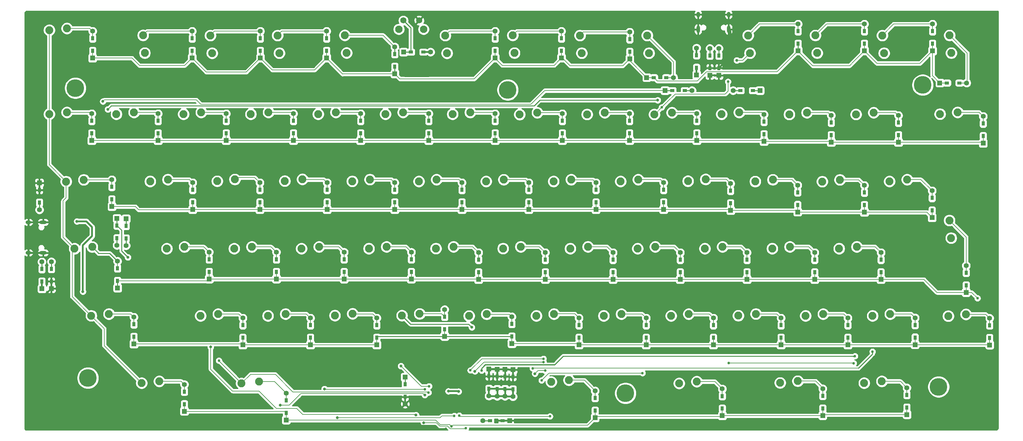
<source format=gtl>
%TF.GenerationSoftware,KiCad,Pcbnew,(5.1.6)-1*%
%TF.CreationDate,2020-07-30T22:43:24+09:00*%
%TF.ProjectId,keyboard_v2,6b657962-6f61-4726-945f-76322e6b6963,rev?*%
%TF.SameCoordinates,Original*%
%TF.FileFunction,Copper,L1,Top*%
%TF.FilePolarity,Positive*%
%FSLAX46Y46*%
G04 Gerber Fmt 4.6, Leading zero omitted, Abs format (unit mm)*
G04 Created by KiCad (PCBNEW (5.1.6)-1) date 2020-07-30 22:43:24*
%MOMM*%
%LPD*%
G01*
G04 APERTURE LIST*
%TA.AperFunction,ComponentPad*%
%ADD10O,1.000000X2.100000*%
%TD*%
%TA.AperFunction,ComponentPad*%
%ADD11O,1.000000X1.600000*%
%TD*%
%TA.AperFunction,ComponentPad*%
%ADD12C,2.250000*%
%TD*%
%TA.AperFunction,SMDPad,CuDef*%
%ADD13R,0.950000X1.300000*%
%TD*%
%TA.AperFunction,ComponentPad*%
%ADD14R,1.397000X1.397000*%
%TD*%
%TA.AperFunction,ComponentPad*%
%ADD15C,1.397000*%
%TD*%
%TA.AperFunction,WasherPad*%
%ADD16C,5.000000*%
%TD*%
%TA.AperFunction,SMDPad,CuDef*%
%ADD17R,1.300000X0.950000*%
%TD*%
%TA.AperFunction,ComponentPad*%
%ADD18O,1.600000X1.000000*%
%TD*%
%TA.AperFunction,ComponentPad*%
%ADD19O,2.100000X1.000000*%
%TD*%
%TA.AperFunction,ComponentPad*%
%ADD20C,2.100000*%
%TD*%
%TA.AperFunction,ComponentPad*%
%ADD21C,1.750000*%
%TD*%
%TA.AperFunction,ViaPad*%
%ADD22C,0.762000*%
%TD*%
%TA.AperFunction,ViaPad*%
%ADD23C,0.800000*%
%TD*%
%TA.AperFunction,Conductor*%
%ADD24C,0.500000*%
%TD*%
%TA.AperFunction,Conductor*%
%ADD25C,0.450000*%
%TD*%
%TA.AperFunction,Conductor*%
%ADD26C,0.250000*%
%TD*%
%TA.AperFunction,Conductor*%
%ADD27C,0.200000*%
%TD*%
%TA.AperFunction,Conductor*%
%ADD28C,0.254000*%
%TD*%
G04 APERTURE END LIST*
D10*
%TO.P,USB2,13*%
%TO.N,GND*%
X498559200Y85111400D03*
X507199200Y85111400D03*
D11*
X498559200Y89291400D03*
X507199200Y89291400D03*
%TD*%
D12*
%TO.P,MX55,2*%
%TO.N,Net-(D57-Pad2)*%
X419610000Y4490000D03*
%TO.P,MX55,1*%
%TO.N,COL4*%
X414610000Y3990000D03*
%TD*%
D13*
%TO.P,R1,2*%
%TO.N,Net-(D73-Pad3)*%
X333850000Y25955000D03*
%TO.P,R1,1*%
%TO.N,D-*%
X333850000Y29505000D03*
D14*
X333850000Y31540000D03*
D15*
%TO.P,R1,2*%
%TO.N,Net-(D73-Pad3)*%
X333850000Y23920000D03*
%TD*%
D12*
%TO.P,MX6,1*%
%TO.N,COL5*%
X427390900Y78367800D03*
%TO.P,MX6,2*%
%TO.N,Net-(D6-Pad2)*%
X426890900Y83367800D03*
%TD*%
%TO.P,MX26,2*%
%TO.N,Net-(D28-Pad2)*%
X324442300Y42479900D03*
%TO.P,MX26,1*%
%TO.N,COL0*%
X319442300Y41979900D03*
%TD*%
%TO.P,F1,1*%
%TO.N,COL9*%
X513204800Y78380500D03*
%TO.P,F1,2*%
%TO.N,Net-(D10-Pad2)*%
X512704800Y83380500D03*
%TD*%
D16*
%TO.P,Ref\u002A\u002A,*%
%TO.N,*%
X322066920Y68455540D03*
%TD*%
D12*
%TO.P,MX52,1*%
%TO.N,COL1*%
X357542300Y3930700D03*
%TO.P,MX52,2*%
%TO.N,Net-(D54-Pad2)*%
X362542300Y4430700D03*
%TD*%
%TO.P,MX5,2*%
%TO.N,Net-(D5-Pad2)*%
X398417500Y83431300D03*
%TO.P,MX5,1*%
%TO.N,COL4*%
X398917500Y78431300D03*
%TD*%
%TO.P,MX68,1*%
%TO.N,COL8*%
X493158000Y-15207000D03*
%TO.P,MX68,2*%
%TO.N,Net-(D70-Pad2)*%
X498158000Y-14707000D03*
%TD*%
%TO.P,MX56,2*%
%TO.N,Net-(D58-Pad2)*%
X438620000Y4390000D03*
%TO.P,MX56,1*%
%TO.N,COL5*%
X433620000Y3890000D03*
%TD*%
%TO.P,MX27,1*%
%TO.N,COL1*%
X343254800Y42043400D03*
%TO.P,MX27,2*%
%TO.N,Net-(D29-Pad2)*%
X348254800Y42543400D03*
%TD*%
%TO.P,MX67,2*%
%TO.N,Net-(D69-Pad2)*%
X461919800Y-14301800D03*
%TO.P,MX67,1*%
%TO.N,COL6*%
X456919800Y-14801800D03*
%TD*%
D17*
%TO.P,R8,2*%
%TO.N,Net-(R8-Pad2)*%
X439537300Y-25768300D03*
%TO.P,R8,1*%
%TO.N,GND*%
X443087300Y-25768300D03*
D14*
X445122300Y-25768300D03*
D15*
%TO.P,R8,2*%
%TO.N,Net-(R8-Pad2)*%
X437502300Y-25768300D03*
%TD*%
%TO.P,C3,2*%
%TO.N,GND*%
X415508440Y-21056600D03*
D14*
%TO.P,C3,1*%
%TO.N,Net-(C3-Pad1)*%
X415508440Y-13436600D03*
D13*
X415508440Y-15471600D03*
%TO.P,C3,2*%
%TO.N,GND*%
X415508440Y-19021600D03*
%TD*%
D12*
%TO.P,MX54,2*%
%TO.N,Net-(D56-Pad2)*%
X400594200Y4525400D03*
%TO.P,MX54,1*%
%TO.N,COL3*%
X395594200Y4025400D03*
%TD*%
%TO.P,MX50,1*%
%TO.N,COL12*%
X570238000Y25973000D03*
%TO.P,MX50,2*%
%TO.N,Net-(D52-Pad2)*%
X569738000Y30973000D03*
%TD*%
%TO.P,MX32,2*%
%TO.N,Net-(D34-Pad2)*%
X443454000Y42505300D03*
%TO.P,MX32,1*%
%TO.N,COL6*%
X438454000Y42005300D03*
%TD*%
%TO.P,MX59,2*%
%TO.N,Net-(D61-Pad2)*%
X495866900Y4418000D03*
%TO.P,MX59,1*%
%TO.N,COL8*%
X490866900Y3918000D03*
%TD*%
%TO.P,MX41,1*%
%TO.N,COL3*%
X386117300Y22968000D03*
%TO.P,MX41,2*%
%TO.N,Net-(D43-Pad2)*%
X391117300Y23468000D03*
%TD*%
D16*
%TO.P,Ref\u002A\u002A,*%
%TO.N,*%
X325620380Y-13693140D03*
%TD*%
%TO.P,.,*%
%TO.N,*%
X477949260Y-18013680D03*
%TD*%
%TO.P,Ref\u002A\u002A,*%
%TO.N,*%
X566686700Y-16192500D03*
%TD*%
%TO.P,-,*%
%TO.N,*%
X562175660Y69331840D03*
%TD*%
%TO.P,Ref\u002A\u002A,*%
%TO.N,*%
X444593980Y67957700D03*
%TD*%
D12*
%TO.P,MX4,1*%
%TO.N,COL3*%
X379854800Y78380500D03*
%TO.P,MX4,2*%
%TO.N,Net-(D4-Pad2)*%
X379354800Y83380500D03*
%TD*%
%TO.P,MX63,2*%
%TO.N,Net-(D65-Pad2)*%
X574416400Y4367200D03*
%TO.P,MX63,1*%
%TO.N,COL12*%
X569416400Y3867200D03*
%TD*%
%TO.P,MX69,2*%
%TO.N,Net-(D71-Pad2)*%
X526777200Y-14568500D03*
%TO.P,MX69,1*%
%TO.N,COL9*%
X521777200Y-15068500D03*
%TD*%
%TO.P,MX17,2*%
%TO.N,Net-(D19-Pad2)*%
X414929800Y61580700D03*
%TO.P,MX17,1*%
%TO.N,COL5*%
X409929800Y61080700D03*
%TD*%
%TO.P,MX66,2*%
%TO.N,Net-(D68-Pad2)*%
X374138000Y-14727000D03*
%TO.P,MX66,1*%
%TO.N,COL1*%
X369138000Y-15227000D03*
%TD*%
%TO.P,MX2,1*%
%TO.N,COL1*%
X341729400Y78405900D03*
%TO.P,MX2,2*%
%TO.N,Net-(D2-Pad2)*%
X341229400Y83405900D03*
%TD*%
D13*
%TO.P,R2,2*%
%TO.N,Net-(D73-Pad2)*%
X336430000Y25855000D03*
%TO.P,R2,1*%
%TO.N,D+*%
X336430000Y29405000D03*
D14*
X336430000Y31440000D03*
D15*
%TO.P,R2,2*%
%TO.N,Net-(D73-Pad2)*%
X336430000Y23820000D03*
%TD*%
%TO.P,D5,2*%
%TO.N,Net-(D5-Pad2)*%
X412582200Y80105800D03*
D14*
%TO.P,D5,1*%
%TO.N,ROW0*%
X412582200Y72485800D03*
D13*
X412582200Y74520800D03*
%TO.P,D5,2*%
%TO.N,Net-(D5-Pad2)*%
X412582200Y78070800D03*
%TD*%
D15*
%TO.P,R7,2*%
%TO.N,Net-(D74-Pad2)*%
X508467200Y67761400D03*
D14*
%TO.P,R7,1*%
%TO.N,D+*%
X516087200Y67761400D03*
D17*
X514052200Y67761400D03*
%TO.P,R7,2*%
%TO.N,Net-(D74-Pad2)*%
X510502200Y67761400D03*
%TD*%
D15*
%TO.P,D45,2*%
%TO.N,Net-(D45-Pad2)*%
X436305800Y21841200D03*
D14*
%TO.P,D45,1*%
%TO.N,ROW3*%
X436305800Y14221200D03*
D13*
X436305800Y16256200D03*
%TO.P,D45,2*%
%TO.N,Net-(D45-Pad2)*%
X436305800Y19806200D03*
%TD*%
D15*
%TO.P,D44,2*%
%TO.N,Net-(D44-Pad2)*%
X417255800Y21962200D03*
D14*
%TO.P,D44,1*%
%TO.N,ROW3*%
X417255800Y14342200D03*
D13*
X417255800Y16377200D03*
%TO.P,D44,2*%
%TO.N,Net-(D44-Pad2)*%
X417255800Y19927200D03*
%TD*%
D15*
%TO.P,D41,2*%
%TO.N,Net-(D41-Pad2)*%
X359978800Y21965200D03*
D14*
%TO.P,D41,1*%
%TO.N,ROW3*%
X359978800Y14345200D03*
D13*
X359978800Y16380200D03*
%TO.P,D41,2*%
%TO.N,Net-(D41-Pad2)*%
X359978800Y19930200D03*
%TD*%
D15*
%TO.P,D42,2*%
%TO.N,Net-(D42-Pad2)*%
X379028800Y21965200D03*
D14*
%TO.P,D42,1*%
%TO.N,ROW3*%
X379028800Y14345200D03*
D13*
X379028800Y16380200D03*
%TO.P,D42,2*%
%TO.N,Net-(D42-Pad2)*%
X379028800Y19930200D03*
%TD*%
D15*
%TO.P,D40,2*%
%TO.N,Net-(D40-Pad2)*%
X564829800Y39364200D03*
D14*
%TO.P,D40,1*%
%TO.N,ROW2*%
X564829800Y31744200D03*
D13*
X564829800Y33779200D03*
%TO.P,D40,2*%
%TO.N,Net-(D40-Pad2)*%
X564829800Y37329200D03*
%TD*%
D15*
%TO.P,D39,2*%
%TO.N,Net-(D39-Pad2)*%
X545652800Y40888200D03*
D14*
%TO.P,D39,1*%
%TO.N,ROW2*%
X545652800Y33268200D03*
D13*
X545652800Y35303200D03*
%TO.P,D39,2*%
%TO.N,Net-(D39-Pad2)*%
X545652800Y38853200D03*
%TD*%
D15*
%TO.P,D43,2*%
%TO.N,Net-(D43-Pad2)*%
X398205800Y21965200D03*
D14*
%TO.P,D43,1*%
%TO.N,ROW3*%
X398205800Y14345200D03*
D13*
X398205800Y16380200D03*
%TO.P,D43,2*%
%TO.N,Net-(D43-Pad2)*%
X398205800Y19930200D03*
%TD*%
D15*
%TO.P,D37,2*%
%TO.N,Net-(D37-Pad2)*%
X507743300Y41393200D03*
D14*
%TO.P,D37,1*%
%TO.N,ROW2*%
X507743300Y33773200D03*
D13*
X507743300Y35808200D03*
%TO.P,D37,2*%
%TO.N,Net-(D37-Pad2)*%
X507743300Y39358200D03*
%TD*%
D15*
%TO.P,D27,2*%
%TO.N,Net-(D27-Pad2)*%
X579307800Y60446200D03*
D14*
%TO.P,D27,1*%
%TO.N,ROW1*%
X579307800Y52826200D03*
D13*
X579307800Y54861200D03*
%TO.P,D27,2*%
%TO.N,Net-(D27-Pad2)*%
X579307800Y58411200D03*
%TD*%
D15*
%TO.P,D30,2*%
%TO.N,Net-(D30-Pad2)*%
X374329800Y41650200D03*
D14*
%TO.P,D30,1*%
%TO.N,ROW2*%
X374329800Y34030200D03*
D13*
X374329800Y36065200D03*
%TO.P,D30,2*%
%TO.N,Net-(D30-Pad2)*%
X374329800Y39615200D03*
%TD*%
D15*
%TO.P,D24,2*%
%TO.N,Net-(D24-Pad2)*%
X517204800Y60954200D03*
D14*
%TO.P,D24,1*%
%TO.N,ROW1*%
X517204800Y53334200D03*
D13*
X517204800Y55369200D03*
%TO.P,D24,2*%
%TO.N,Net-(D24-Pad2)*%
X517204800Y58919200D03*
%TD*%
D15*
%TO.P,D25,2*%
%TO.N,Net-(D25-Pad2)*%
X536254800Y60700200D03*
D14*
%TO.P,D25,1*%
%TO.N,ROW1*%
X536254800Y53080200D03*
D13*
X536254800Y55115200D03*
%TO.P,D25,2*%
%TO.N,Net-(D25-Pad2)*%
X536254800Y58665200D03*
%TD*%
D15*
%TO.P,D23,2*%
%TO.N,Net-(D23-Pad2)*%
X498154800Y61208200D03*
D14*
%TO.P,D23,1*%
%TO.N,ROW1*%
X498154800Y53588200D03*
D13*
X498154800Y55623200D03*
%TO.P,D23,2*%
%TO.N,Net-(D23-Pad2)*%
X498154800Y59173200D03*
%TD*%
D15*
%TO.P,D29,2*%
%TO.N,Net-(D29-Pad2)*%
X355279800Y41650200D03*
D14*
%TO.P,D29,1*%
%TO.N,ROW2*%
X355279800Y34030200D03*
D13*
X355279800Y36065200D03*
%TO.P,D29,2*%
%TO.N,Net-(D29-Pad2)*%
X355279800Y39615200D03*
%TD*%
D15*
%TO.P,D26,2*%
%TO.N,Net-(D26-Pad2)*%
X555304800Y60700200D03*
D14*
%TO.P,D26,1*%
%TO.N,ROW1*%
X555304800Y53080200D03*
D13*
X555304800Y55115200D03*
%TO.P,D26,2*%
%TO.N,Net-(D26-Pad2)*%
X555304800Y58665200D03*
%TD*%
D15*
%TO.P,D22,2*%
%TO.N,Net-(D22-Pad2)*%
X479104800Y61208200D03*
D14*
%TO.P,D22,1*%
%TO.N,ROW1*%
X479104800Y53588200D03*
D13*
X479104800Y55623200D03*
%TO.P,D22,2*%
%TO.N,Net-(D22-Pad2)*%
X479104800Y59173200D03*
%TD*%
D15*
%TO.P,D21,2*%
%TO.N,Net-(D21-Pad2)*%
X460054800Y61208200D03*
D14*
%TO.P,D21,1*%
%TO.N,ROW1*%
X460054800Y53588200D03*
D13*
X460054800Y55623200D03*
%TO.P,D21,2*%
%TO.N,Net-(D21-Pad2)*%
X460054800Y59173200D03*
%TD*%
D15*
%TO.P,D20,2*%
%TO.N,Net-(D20-Pad2)*%
X441004800Y61208200D03*
D14*
%TO.P,D20,1*%
%TO.N,ROW1*%
X441004800Y53588200D03*
D13*
X441004800Y55623200D03*
%TO.P,D20,2*%
%TO.N,Net-(D20-Pad2)*%
X441004800Y59173200D03*
%TD*%
D15*
%TO.P,D19,2*%
%TO.N,Net-(D19-Pad2)*%
X422208800Y61208200D03*
D14*
%TO.P,D19,1*%
%TO.N,ROW1*%
X422208800Y53588200D03*
D13*
X422208800Y55623200D03*
%TO.P,D19,2*%
%TO.N,Net-(D19-Pad2)*%
X422208800Y59173200D03*
%TD*%
D15*
%TO.P,D28,2*%
%TO.N,Net-(D28-Pad2)*%
X332400000Y42510000D03*
D14*
%TO.P,D28,1*%
%TO.N,ROW2*%
X332400000Y34890000D03*
D13*
X332400000Y36925000D03*
%TO.P,D28,2*%
%TO.N,Net-(D28-Pad2)*%
X332400000Y40475000D03*
%TD*%
D15*
%TO.P,D18,2*%
%TO.N,Net-(D18-Pad2)*%
X402904800Y61208200D03*
D14*
%TO.P,D18,1*%
%TO.N,ROW1*%
X402904800Y53588200D03*
D13*
X402904800Y55623200D03*
%TO.P,D18,2*%
%TO.N,Net-(D18-Pad2)*%
X402904800Y59173200D03*
%TD*%
D15*
%TO.P,D32,2*%
%TO.N,Net-(D32-Pad2)*%
X412556800Y41650200D03*
D14*
%TO.P,D32,1*%
%TO.N,ROW2*%
X412556800Y34030200D03*
D13*
X412556800Y36065200D03*
%TO.P,D32,2*%
%TO.N,Net-(D32-Pad2)*%
X412556800Y39615200D03*
%TD*%
D15*
%TO.P,D38,2*%
%TO.N,Net-(D38-Pad2)*%
X526729800Y40951700D03*
D14*
%TO.P,D38,1*%
%TO.N,ROW2*%
X526729800Y33331700D03*
D13*
X526729800Y35366700D03*
%TO.P,D38,2*%
%TO.N,Net-(D38-Pad2)*%
X526729800Y38916700D03*
%TD*%
D15*
%TO.P,D31,2*%
%TO.N,Net-(D31-Pad2)*%
X393379800Y41650200D03*
D14*
%TO.P,D31,1*%
%TO.N,ROW2*%
X393379800Y34030200D03*
D13*
X393379800Y36065200D03*
%TO.P,D31,2*%
%TO.N,Net-(D31-Pad2)*%
X393379800Y39615200D03*
%TD*%
D15*
%TO.P,D33,2*%
%TO.N,Net-(D33-Pad2)*%
X431606800Y41650200D03*
D14*
%TO.P,D33,1*%
%TO.N,ROW2*%
X431606800Y34030200D03*
D13*
X431606800Y36065200D03*
%TO.P,D33,2*%
%TO.N,Net-(D33-Pad2)*%
X431606800Y39615200D03*
%TD*%
D15*
%TO.P,D2,2*%
%TO.N,Net-(D2-Pad2)*%
X355152800Y84576200D03*
D14*
%TO.P,D2,1*%
%TO.N,ROW0*%
X355152800Y76956200D03*
D13*
X355152800Y78991200D03*
%TO.P,D2,2*%
%TO.N,Net-(D2-Pad2)*%
X355152800Y82541200D03*
%TD*%
D15*
%TO.P,D13,2*%
%TO.N,Net-(D13-Pad2)*%
X574634200Y69920400D03*
D14*
%TO.P,D13,1*%
%TO.N,ROW0*%
X567014200Y69920400D03*
D17*
X569049200Y69920400D03*
%TO.P,D13,2*%
%TO.N,Net-(D13-Pad2)*%
X572599200Y69920400D03*
%TD*%
D15*
%TO.P,D17,2*%
%TO.N,Net-(D17-Pad2)*%
X383854800Y61208200D03*
D14*
%TO.P,D17,1*%
%TO.N,ROW1*%
X383854800Y53588200D03*
D13*
X383854800Y55623200D03*
%TO.P,D17,2*%
%TO.N,Net-(D17-Pad2)*%
X383854800Y59173200D03*
%TD*%
D15*
%TO.P,D8,2*%
%TO.N,Net-(D8-Pad2)*%
X479143060Y84322920D03*
D14*
%TO.P,D8,1*%
%TO.N,ROW0*%
X479143060Y76702920D03*
D13*
X479143060Y78737920D03*
%TO.P,D8,2*%
%TO.N,Net-(D8-Pad2)*%
X479143060Y82287920D03*
%TD*%
D15*
%TO.P,D3,2*%
%TO.N,Net-(D3-Pad2)*%
X374482200Y84576200D03*
D14*
%TO.P,D3,1*%
%TO.N,ROW0*%
X374482200Y76956200D03*
D13*
X374482200Y78991200D03*
%TO.P,D3,2*%
%TO.N,Net-(D3-Pad2)*%
X374482200Y82541200D03*
%TD*%
D15*
%TO.P,D6,2*%
%TO.N,Net-(D6-Pad2)*%
X441004800Y84576200D03*
D14*
%TO.P,D6,1*%
%TO.N,ROW0*%
X441004800Y76956200D03*
D13*
X441004800Y78991200D03*
%TO.P,D6,2*%
%TO.N,Net-(D6-Pad2)*%
X441004800Y82541200D03*
%TD*%
D15*
%TO.P,D15,2*%
%TO.N,Net-(D15-Pad2)*%
X345500800Y61208200D03*
D14*
%TO.P,D15,1*%
%TO.N,ROW1*%
X345500800Y53588200D03*
D13*
X345500800Y55623200D03*
%TO.P,D15,2*%
%TO.N,Net-(D15-Pad2)*%
X345500800Y59173200D03*
%TD*%
%TO.P,C7,2*%
%TO.N,VCC*%
X441592460Y-16812760D03*
%TO.P,C7,1*%
%TO.N,GND*%
X441592460Y-13262760D03*
D14*
X441592460Y-11227760D03*
D15*
%TO.P,C7,2*%
%TO.N,VCC*%
X441592460Y-18847760D03*
%TD*%
D13*
%TO.P,C6,2*%
%TO.N,VCC*%
X443794640Y-16812760D03*
%TO.P,C6,1*%
%TO.N,GND*%
X443794640Y-13262760D03*
D14*
X443794640Y-11227760D03*
D15*
%TO.P,C6,2*%
%TO.N,VCC*%
X443794640Y-18847760D03*
%TD*%
%TO.P,D7,2*%
%TO.N,Net-(D7-Pad2)*%
X459800800Y84576200D03*
D14*
%TO.P,D7,1*%
%TO.N,ROW0*%
X459800800Y76956200D03*
D13*
X459800800Y78991200D03*
%TO.P,D7,2*%
%TO.N,Net-(D7-Pad2)*%
X459800800Y82541200D03*
%TD*%
D15*
%TO.P,D4,2*%
%TO.N,Net-(D4-Pad2)*%
X393252800Y84576200D03*
D14*
%TO.P,D4,1*%
%TO.N,ROW0*%
X393252800Y76956200D03*
D13*
X393252800Y78991200D03*
%TO.P,D4,2*%
%TO.N,Net-(D4-Pad2)*%
X393252800Y82541200D03*
%TD*%
D15*
%TO.P,D1,2*%
%TO.N,Net-(D1-Pad2)*%
X326933400Y84576200D03*
D14*
%TO.P,D1,1*%
%TO.N,ROW0*%
X326933400Y76956200D03*
D13*
X326933400Y78991200D03*
%TO.P,D1,2*%
%TO.N,Net-(D1-Pad2)*%
X326933400Y82541200D03*
%TD*%
D15*
%TO.P,D14,2*%
%TO.N,Net-(D14-Pad2)*%
X326704800Y61208200D03*
D14*
%TO.P,D14,1*%
%TO.N,ROW1*%
X326704800Y53588200D03*
D13*
X326704800Y55623200D03*
%TO.P,D14,2*%
%TO.N,Net-(D14-Pad2)*%
X326704800Y59173200D03*
%TD*%
D15*
%TO.P,D10,2*%
%TO.N,Net-(D10-Pad2)*%
X526856800Y86608200D03*
D14*
%TO.P,D10,1*%
%TO.N,ROW0*%
X526856800Y78988200D03*
D13*
X526856800Y81023200D03*
%TO.P,D10,2*%
%TO.N,Net-(D10-Pad2)*%
X526856800Y84573200D03*
%TD*%
D15*
%TO.P,D16,2*%
%TO.N,Net-(D16-Pad2)*%
X364804800Y61208200D03*
D14*
%TO.P,D16,1*%
%TO.N,ROW1*%
X364804800Y53588200D03*
D13*
X364804800Y55623200D03*
%TO.P,D16,2*%
%TO.N,Net-(D16-Pad2)*%
X364804800Y59173200D03*
%TD*%
D15*
%TO.P,D12,2*%
%TO.N,Net-(D12-Pad2)*%
X564956800Y86608200D03*
D14*
%TO.P,D12,1*%
%TO.N,ROW0*%
X564956800Y78988200D03*
D13*
X564956800Y81023200D03*
%TO.P,D12,2*%
%TO.N,Net-(D12-Pad2)*%
X564956800Y84573200D03*
%TD*%
D15*
%TO.P,D9,2*%
%TO.N,Net-(D9-Pad2)*%
X491576200Y71444400D03*
D14*
%TO.P,D9,1*%
%TO.N,ROW0*%
X483956200Y71444400D03*
D17*
X485991200Y71444400D03*
%TO.P,D9,2*%
%TO.N,Net-(D9-Pad2)*%
X489541200Y71444400D03*
%TD*%
D15*
%TO.P,D11,2*%
%TO.N,Net-(D11-Pad2)*%
X545652800Y86608200D03*
D14*
%TO.P,D11,1*%
%TO.N,ROW0*%
X545652800Y78988200D03*
D13*
X545652800Y81023200D03*
%TO.P,D11,2*%
%TO.N,Net-(D11-Pad2)*%
X545652800Y84573200D03*
%TD*%
%TO.P,D48,2*%
%TO.N,Net-(D48-Pad2)*%
X493455800Y19803200D03*
%TO.P,D48,1*%
%TO.N,ROW3*%
X493455800Y16253200D03*
D14*
X493455800Y14218200D03*
D15*
%TO.P,D48,2*%
%TO.N,Net-(D48-Pad2)*%
X493455800Y21838200D03*
%TD*%
%TO.P,D53,2*%
%TO.N,Net-(D53-Pad2)*%
X334000000Y19410000D03*
D14*
%TO.P,D53,1*%
%TO.N,ROW3*%
X334000000Y11790000D03*
D13*
X334000000Y13825000D03*
%TO.P,D53,2*%
%TO.N,Net-(D53-Pad2)*%
X334000000Y17375000D03*
%TD*%
D15*
%TO.P,D55,2*%
%TO.N,Net-(D55-Pad2)*%
X388680800Y3293200D03*
D14*
%TO.P,D55,1*%
%TO.N,ROW4*%
X388680800Y-4326800D03*
D13*
X388680800Y-2291800D03*
%TO.P,D55,2*%
%TO.N,Net-(D55-Pad2)*%
X388680800Y1258200D03*
%TD*%
D15*
%TO.P,D56,2*%
%TO.N,Net-(D56-Pad2)*%
X407476800Y3296200D03*
D14*
%TO.P,D56,1*%
%TO.N,ROW4*%
X407476800Y-4323800D03*
D13*
X407476800Y-2288800D03*
%TO.P,D56,2*%
%TO.N,Net-(D56-Pad2)*%
X407476800Y1261200D03*
%TD*%
%TO.P,D57,2*%
%TO.N,Net-(D57-Pad2)*%
X426700000Y3675000D03*
%TO.P,D57,1*%
%TO.N,ROW4*%
X426700000Y125000D03*
D14*
X426700000Y-1910000D03*
D15*
%TO.P,D57,2*%
%TO.N,Net-(D57-Pad2)*%
X426700000Y5710000D03*
%TD*%
%TO.P,D49,2*%
%TO.N,Net-(D49-Pad2)*%
X512378800Y21838200D03*
D14*
%TO.P,D49,1*%
%TO.N,ROW3*%
X512378800Y14218200D03*
D13*
X512378800Y16253200D03*
%TO.P,D49,2*%
%TO.N,Net-(D49-Pad2)*%
X512378800Y19803200D03*
%TD*%
%TO.P,D58,2*%
%TO.N,Net-(D58-Pad2)*%
X445754600Y1616800D03*
%TO.P,D58,1*%
%TO.N,ROW4*%
X445754600Y-1933200D03*
D14*
X445754600Y-3968200D03*
D15*
%TO.P,D58,2*%
%TO.N,Net-(D58-Pad2)*%
X445754600Y3651800D03*
%TD*%
%TO.P,D46,2*%
%TO.N,Net-(D46-Pad2)*%
X455228800Y21835200D03*
D14*
%TO.P,D46,1*%
%TO.N,ROW3*%
X455228800Y14215200D03*
D13*
X455228800Y16250200D03*
%TO.P,D46,2*%
%TO.N,Net-(D46-Pad2)*%
X455228800Y19800200D03*
%TD*%
%TO.P,D47,2*%
%TO.N,Net-(D47-Pad2)*%
X474405800Y19800200D03*
%TO.P,D47,1*%
%TO.N,ROW3*%
X474405800Y16250200D03*
D14*
X474405800Y14215200D03*
D15*
%TO.P,D47,2*%
%TO.N,Net-(D47-Pad2)*%
X474405800Y21835200D03*
%TD*%
D13*
%TO.P,C4,2*%
%TO.N,VCC*%
X446060000Y-16935000D03*
%TO.P,C4,1*%
%TO.N,GND*%
X446060000Y-13385000D03*
D14*
X446060000Y-11350000D03*
D15*
%TO.P,C4,2*%
%TO.N,VCC*%
X446060000Y-18970000D03*
%TD*%
D13*
%TO.P,D51,2*%
%TO.N,Net-(D51-Pad2)*%
X550351800Y19803200D03*
%TO.P,D51,1*%
%TO.N,ROW3*%
X550351800Y16253200D03*
D14*
X550351800Y14218200D03*
D15*
%TO.P,D51,2*%
%TO.N,Net-(D51-Pad2)*%
X550351800Y21838200D03*
%TD*%
D13*
%TO.P,C5,2*%
%TO.N,VCC*%
X439244740Y-16758460D03*
%TO.P,C5,1*%
%TO.N,GND*%
X439244740Y-13208460D03*
D14*
X439244740Y-11173460D03*
D15*
%TO.P,C5,2*%
%TO.N,VCC*%
X439244740Y-18793460D03*
%TD*%
D13*
%TO.P,D50,2*%
%TO.N,Net-(D50-Pad2)*%
X531555800Y19800200D03*
%TO.P,D50,1*%
%TO.N,ROW3*%
X531555800Y16250200D03*
D14*
X531555800Y14215200D03*
D15*
%TO.P,D50,2*%
%TO.N,Net-(D50-Pad2)*%
X531555800Y21835200D03*
%TD*%
%TO.P,D54,2*%
%TO.N,Net-(D54-Pad2)*%
X369503800Y3296200D03*
D14*
%TO.P,D54,1*%
%TO.N,ROW4*%
X369503800Y-4323800D03*
D13*
X369503800Y-2288800D03*
%TO.P,D54,2*%
%TO.N,Net-(D54-Pad2)*%
X369503800Y1261200D03*
%TD*%
D15*
%TO.P,D52,2*%
%TO.N,Net-(D52-Pad2)*%
X574481800Y18155200D03*
D14*
%TO.P,D52,1*%
%TO.N,ROW3*%
X574481800Y10535200D03*
D13*
X574481800Y12570200D03*
%TO.P,D52,2*%
%TO.N,Net-(D52-Pad2)*%
X574481800Y16120200D03*
%TD*%
D15*
%TO.P,R4,2*%
%TO.N,Net-(R4-Pad2)*%
X315250000Y19260000D03*
D14*
%TO.P,R4,1*%
%TO.N,GND*%
X315250000Y11640000D03*
D13*
X315250000Y13675000D03*
%TO.P,R4,2*%
%TO.N,Net-(R4-Pad2)*%
X315250000Y17225000D03*
%TD*%
D18*
%TO.P,USB1,13*%
%TO.N,GND*%
X308756200Y30425400D03*
X308756200Y21785400D03*
D19*
X312936200Y30425400D03*
X312936200Y21785400D03*
%TD*%
D13*
%TO.P,D66,2*%
%TO.N,Net-(D66-Pad2)*%
X338642800Y1515200D03*
%TO.P,D66,1*%
%TO.N,ROW4*%
X338642800Y-2034800D03*
D14*
X338642800Y-4069800D03*
D15*
%TO.P,D66,2*%
%TO.N,Net-(D66-Pad2)*%
X338642800Y3550200D03*
%TD*%
D13*
%TO.P,D67,2*%
%TO.N,Net-(D67-Pad2)*%
X352943000Y-17560200D03*
%TO.P,D67,1*%
%TO.N,ROW5*%
X352943000Y-21110200D03*
D14*
X352943000Y-23145200D03*
D15*
%TO.P,D67,2*%
%TO.N,Net-(D67-Pad2)*%
X352943000Y-15525200D03*
%TD*%
%TO.P,D35,2*%
%TO.N,Net-(D35-Pad2)*%
X469579800Y41650200D03*
D14*
%TO.P,D35,1*%
%TO.N,ROW2*%
X469579800Y34030200D03*
D13*
X469579800Y36065200D03*
%TO.P,D35,2*%
%TO.N,Net-(D35-Pad2)*%
X469579800Y39615200D03*
%TD*%
%TO.P,F4,2*%
%TO.N,Net-(F4-Pad2)*%
X498100000Y77775000D03*
%TO.P,F4,1*%
%TO.N,VCC*%
X498100000Y74225000D03*
D14*
X498100000Y72190000D03*
D15*
%TO.P,F4,2*%
%TO.N,Net-(F4-Pad2)*%
X498100000Y79810000D03*
%TD*%
%TO.P,D63,2*%
%TO.N,Net-(D63-Pad2)*%
X540953800Y3296200D03*
D14*
%TO.P,D63,1*%
%TO.N,ROW4*%
X540953800Y-4323800D03*
D13*
X540953800Y-2288800D03*
%TO.P,D63,2*%
%TO.N,Net-(D63-Pad2)*%
X540953800Y1261200D03*
%TD*%
D17*
%TO.P,R3,2*%
%TO.N,VCC*%
X420664200Y78667400D03*
%TO.P,R3,1*%
%TO.N,RESET*%
X417114200Y78667400D03*
D14*
X415079200Y78667400D03*
D15*
%TO.P,R3,2*%
%TO.N,VCC*%
X422699200Y78667400D03*
%TD*%
D13*
%TO.P,D36,1*%
%TO.N,ROW2*%
X488756800Y36065200D03*
D14*
X488756800Y34030200D03*
D15*
%TO.P,D36,2*%
%TO.N,Net-(D36-Pad2)*%
X488756800Y41650200D03*
D13*
X488756800Y39615200D03*
%TD*%
%TO.P,D34,2*%
%TO.N,Net-(D34-Pad2)*%
X450529800Y39615200D03*
%TO.P,D34,1*%
%TO.N,ROW2*%
X450529800Y36065200D03*
D14*
X450529800Y34030200D03*
D15*
%TO.P,D34,2*%
%TO.N,Net-(D34-Pad2)*%
X450529800Y41650200D03*
%TD*%
D13*
%TO.P,D68,2*%
%TO.N,Net-(D68-Pad2)*%
X381798000Y-20037000D03*
%TO.P,D68,1*%
%TO.N,ROW5*%
X381798000Y-23587000D03*
D14*
X381798000Y-25622000D03*
D15*
%TO.P,D68,2*%
%TO.N,Net-(D68-Pad2)*%
X381798000Y-18002000D03*
%TD*%
D13*
%TO.P,R5,2*%
%TO.N,Net-(R5-Pad2)*%
X311871200Y36014400D03*
%TO.P,R5,1*%
%TO.N,GND*%
X311871200Y39564400D03*
D14*
X311871200Y41599400D03*
D15*
%TO.P,R5,2*%
%TO.N,Net-(R5-Pad2)*%
X311871200Y33979400D03*
%TD*%
%TO.P,R9,2*%
%TO.N,Net-(R9-Pad2)*%
X501863200Y79702400D03*
D14*
%TO.P,R9,1*%
%TO.N,GND*%
X501863200Y72082400D03*
D13*
X501863200Y74117400D03*
%TO.P,R9,2*%
%TO.N,Net-(R9-Pad2)*%
X501863200Y77667400D03*
%TD*%
%TO.P,R10,2*%
%TO.N,Net-(R10-Pad2)*%
X504403200Y77664400D03*
%TO.P,R10,1*%
%TO.N,GND*%
X504403200Y74114400D03*
D14*
X504403200Y72079400D03*
D15*
%TO.P,R10,2*%
%TO.N,Net-(R10-Pad2)*%
X504403200Y79699400D03*
%TD*%
D13*
%TO.P,D62,2*%
%TO.N,Net-(D62-Pad2)*%
X522030800Y1261200D03*
%TO.P,D62,1*%
%TO.N,ROW4*%
X522030800Y-2288800D03*
D14*
X522030800Y-4323800D03*
D15*
%TO.P,D62,2*%
%TO.N,Net-(D62-Pad2)*%
X522030800Y3296200D03*
%TD*%
%TO.P,D72,2*%
%TO.N,Net-(D72-Pad2)*%
X557692400Y-16465000D03*
D14*
%TO.P,D72,1*%
%TO.N,ROW5*%
X557692400Y-24085000D03*
D13*
X557692400Y-22050000D03*
%TO.P,D72,2*%
%TO.N,Net-(D72-Pad2)*%
X557692400Y-18500000D03*
%TD*%
D15*
%TO.P,D61,2*%
%TO.N,Net-(D61-Pad2)*%
X502853800Y3296200D03*
D14*
%TO.P,D61,1*%
%TO.N,ROW4*%
X502853800Y-4323800D03*
D13*
X502853800Y-2288800D03*
%TO.P,D61,2*%
%TO.N,Net-(D61-Pad2)*%
X502853800Y1261200D03*
%TD*%
%TO.P,D59,2*%
%TO.N,Net-(D59-Pad2)*%
X464753800Y1261200D03*
%TO.P,D59,1*%
%TO.N,ROW4*%
X464753800Y-2288800D03*
D14*
X464753800Y-4323800D03*
D15*
%TO.P,D59,2*%
%TO.N,Net-(D59-Pad2)*%
X464753800Y3296200D03*
%TD*%
%TO.P,F3,2*%
%TO.N,Net-(F3-Pad2)*%
X312580000Y19210000D03*
D14*
%TO.P,F3,1*%
%TO.N,VCC*%
X312580000Y11590000D03*
D13*
X312580000Y13625000D03*
%TO.P,F3,2*%
%TO.N,Net-(F3-Pad2)*%
X312580000Y17175000D03*
%TD*%
D15*
%TO.P,D60,2*%
%TO.N,Net-(D60-Pad2)*%
X483803800Y3296200D03*
D14*
%TO.P,D60,1*%
%TO.N,ROW4*%
X483803800Y-4323800D03*
D13*
X483803800Y-2288800D03*
%TO.P,D60,2*%
%TO.N,Net-(D60-Pad2)*%
X483803800Y1261200D03*
%TD*%
D15*
%TO.P,D64,2*%
%TO.N,Net-(D64-Pad2)*%
X560003800Y3369400D03*
D14*
%TO.P,D64,1*%
%TO.N,ROW4*%
X560003800Y-4250600D03*
D13*
X560003800Y-2215600D03*
%TO.P,D64,2*%
%TO.N,Net-(D64-Pad2)*%
X560003800Y1334400D03*
%TD*%
%TO.P,D65,2*%
%TO.N,Net-(D65-Pad2)*%
X581146000Y1230400D03*
%TO.P,D65,1*%
%TO.N,ROW4*%
X581146000Y-2319600D03*
D14*
X581146000Y-4354600D03*
D15*
%TO.P,D65,2*%
%TO.N,Net-(D65-Pad2)*%
X581146000Y3265400D03*
%TD*%
D17*
%TO.P,R6,2*%
%TO.N,Net-(D74-Pad3)*%
X494748200Y67761400D03*
%TO.P,R6,1*%
%TO.N,D-*%
X491198200Y67761400D03*
D14*
X489163200Y67761400D03*
D15*
%TO.P,R6,2*%
%TO.N,Net-(D74-Pad3)*%
X496783200Y67761400D03*
%TD*%
D13*
%TO.P,D69,2*%
%TO.N,Net-(D69-Pad2)*%
X469323420Y-19380660D03*
%TO.P,D69,1*%
%TO.N,ROW5*%
X469323420Y-22930660D03*
D14*
X469323420Y-24965660D03*
D15*
%TO.P,D69,2*%
%TO.N,Net-(D69-Pad2)*%
X469323420Y-17345660D03*
%TD*%
D13*
%TO.P,D70,2*%
%TO.N,Net-(D70-Pad2)*%
X505378000Y-18812000D03*
%TO.P,D70,1*%
%TO.N,ROW5*%
X505378000Y-22362000D03*
D14*
X505378000Y-24397000D03*
D15*
%TO.P,D70,2*%
%TO.N,Net-(D70-Pad2)*%
X505378000Y-16777000D03*
%TD*%
%TO.P,D71,2*%
%TO.N,Net-(D71-Pad2)*%
X533838000Y-16727000D03*
D14*
%TO.P,D71,1*%
%TO.N,ROW5*%
X533838000Y-24347000D03*
D13*
X533838000Y-22312000D03*
%TO.P,D71,2*%
%TO.N,Net-(D71-Pad2)*%
X533838000Y-18762000D03*
%TD*%
D20*
%TO.P,SW1,*%
%TO.N,*%
X413731000Y85134200D03*
D21*
%TO.P,SW1,2*%
%TO.N,RESET*%
X414991000Y87624200D03*
%TO.P,SW1,1*%
%TO.N,GND*%
X419491000Y87624200D03*
D20*
%TO.P,SW1,*%
%TO.N,*%
X420741000Y85134200D03*
%TD*%
D12*
%TO.P,MX1,1*%
%TO.N,COL0*%
X314667100Y84893200D03*
%TO.P,MX1,2*%
%TO.N,Net-(D1-Pad2)*%
X319667100Y85393200D03*
%TD*%
%TO.P,MX3,2*%
%TO.N,Net-(D3-Pad2)*%
X360304800Y83367800D03*
%TO.P,MX3,1*%
%TO.N,COL2*%
X360804800Y78367800D03*
%TD*%
%TO.P,MX7,2*%
%TO.N,Net-(D7-Pad2)*%
X445979160Y83401540D03*
%TO.P,MX7,1*%
%TO.N,COL6*%
X446479160Y78401540D03*
%TD*%
%TO.P,MX8,1*%
%TO.N,COL7*%
X465554400Y78380500D03*
%TO.P,MX8,2*%
%TO.N,Net-(D8-Pad2)*%
X465054400Y83380500D03*
%TD*%
%TO.P,MX9,1*%
%TO.N,COL8*%
X484617100Y78380500D03*
%TO.P,MX9,2*%
%TO.N,Net-(D9-Pad2)*%
X484117100Y83380500D03*
%TD*%
%TO.P,MX10,2*%
%TO.N,Net-(D12-Pad2)*%
X550728600Y83380500D03*
%TO.P,MX10,1*%
%TO.N,COL11*%
X551228600Y78380500D03*
%TD*%
%TO.P,MX11,2*%
%TO.N,Net-(D13-Pad2)*%
X569791300Y83393200D03*
%TO.P,MX11,1*%
%TO.N,COL12*%
X570291300Y78393200D03*
%TD*%
%TO.P,MX12,1*%
%TO.N,COL0*%
X314654400Y61080700D03*
%TO.P,MX12,2*%
%TO.N,Net-(D14-Pad2)*%
X319654400Y61580700D03*
%TD*%
%TO.P,MX13,2*%
%TO.N,Net-(D15-Pad2)*%
X338679000Y61593400D03*
%TO.P,MX13,1*%
%TO.N,COL1*%
X333679000Y61093400D03*
%TD*%
%TO.P,MX14,1*%
%TO.N,COL2*%
X352716300Y61093400D03*
%TO.P,MX14,2*%
%TO.N,Net-(D16-Pad2)*%
X357716300Y61593400D03*
%TD*%
%TO.P,MX15,2*%
%TO.N,Net-(D17-Pad2)*%
X376779000Y61580700D03*
%TO.P,MX15,1*%
%TO.N,COL3*%
X371779000Y61080700D03*
%TD*%
%TO.P,MX16,1*%
%TO.N,COL4*%
X390854400Y61093400D03*
%TO.P,MX16,2*%
%TO.N,Net-(D18-Pad2)*%
X395854400Y61593400D03*
%TD*%
%TO.P,MX18,1*%
%TO.N,COL6*%
X428941700Y61068000D03*
%TO.P,MX18,2*%
%TO.N,Net-(D20-Pad2)*%
X433941700Y61568000D03*
%TD*%
%TO.P,MX19,2*%
%TO.N,Net-(D21-Pad2)*%
X452966300Y61479100D03*
%TO.P,MX19,1*%
%TO.N,COL7*%
X447966300Y60979100D03*
%TD*%
%TO.P,MX20,1*%
%TO.N,COL8*%
X467054400Y61017200D03*
%TO.P,MX20,2*%
%TO.N,Net-(D22-Pad2)*%
X472054400Y61517200D03*
%TD*%
%TO.P,MX21,1*%
%TO.N,COL9*%
X486129800Y61017200D03*
%TO.P,MX21,2*%
%TO.N,Net-(D23-Pad2)*%
X491129800Y61517200D03*
%TD*%
%TO.P,MX22,1*%
%TO.N,COL10*%
X505192500Y61055300D03*
%TO.P,MX22,2*%
%TO.N,Net-(D24-Pad2)*%
X510192500Y61555300D03*
%TD*%
%TO.P,MX23,2*%
%TO.N,Net-(D25-Pad2)*%
X529356800Y61517200D03*
%TO.P,MX23,1*%
%TO.N,COL11*%
X524356800Y61017200D03*
%TD*%
%TO.P,MX24,2*%
%TO.N,Net-(D26-Pad2)*%
X548279800Y61517200D03*
%TO.P,MX24,1*%
%TO.N,COL12*%
X543279800Y61017200D03*
%TD*%
%TO.P,MX25,1*%
%TO.N,COL13*%
X567079600Y61106100D03*
%TO.P,MX25,2*%
%TO.N,Net-(D27-Pad2)*%
X572079600Y61606100D03*
%TD*%
%TO.P,MX28,2*%
%TO.N,Net-(D30-Pad2)*%
X367241300Y42581500D03*
%TO.P,MX28,1*%
%TO.N,COL2*%
X362241300Y42081500D03*
%TD*%
%TO.P,MX31,1*%
%TO.N,COL5*%
X419416700Y42018000D03*
%TO.P,MX31,2*%
%TO.N,Net-(D33-Pad2)*%
X424416700Y42518000D03*
%TD*%
%TO.P,MX35,1*%
%TO.N,COL9*%
X495654800Y42094200D03*
%TO.P,MX35,2*%
%TO.N,Net-(D37-Pad2)*%
X500654800Y42594200D03*
%TD*%
%TO.P,MX36,2*%
%TO.N,Net-(D38-Pad2)*%
X519704800Y42492600D03*
%TO.P,MX36,1*%
%TO.N,COL10*%
X514704800Y41992600D03*
%TD*%
%TO.P,MX37,1*%
%TO.N,COL11*%
X533716700Y41979900D03*
%TO.P,MX37,2*%
%TO.N,Net-(D39-Pad2)*%
X538716700Y42479900D03*
%TD*%
%TO.P,MX38,2*%
%TO.N,Net-(D40-Pad2)*%
X557779400Y42518000D03*
%TO.P,MX38,1*%
%TO.N,COL12*%
X552779400Y42018000D03*
%TD*%
%TO.P,MX39,1*%
%TO.N,COL1*%
X347979200Y22968000D03*
%TO.P,MX39,2*%
%TO.N,Net-(D41-Pad2)*%
X352979200Y23468000D03*
%TD*%
%TO.P,MX40,2*%
%TO.N,Net-(D42-Pad2)*%
X372054600Y23468000D03*
%TO.P,MX40,1*%
%TO.N,COL2*%
X367054600Y22968000D03*
%TD*%
%TO.P,MX42,2*%
%TO.N,Net-(D44-Pad2)*%
X410230800Y23480700D03*
%TO.P,MX42,1*%
%TO.N,COL4*%
X405230800Y22980700D03*
%TD*%
%TO.P,MX43,1*%
%TO.N,COL5*%
X424217300Y23006100D03*
%TO.P,MX43,2*%
%TO.N,Net-(D45-Pad2)*%
X429217300Y23506100D03*
%TD*%
%TO.P,MX44,1*%
%TO.N,COL6*%
X443254600Y23006100D03*
%TO.P,MX44,2*%
%TO.N,Net-(D46-Pad2)*%
X448254600Y23506100D03*
%TD*%
%TO.P,MX45,2*%
%TO.N,Net-(D47-Pad2)*%
X467304600Y23493400D03*
%TO.P,MX45,1*%
%TO.N,COL7*%
X462304600Y22993400D03*
%TD*%
%TO.P,MX46,1*%
%TO.N,COL8*%
X481380000Y22993400D03*
%TO.P,MX46,2*%
%TO.N,Net-(D48-Pad2)*%
X486380000Y23493400D03*
%TD*%
%TO.P,MX47,2*%
%TO.N,Net-(D49-Pad2)*%
X505455400Y23480700D03*
%TO.P,MX47,1*%
%TO.N,COL9*%
X500455400Y22980700D03*
%TD*%
%TO.P,MX48,1*%
%TO.N,COL10*%
X519530800Y22980700D03*
%TO.P,MX48,2*%
%TO.N,Net-(D50-Pad2)*%
X524530800Y23480700D03*
%TD*%
%TO.P,MX49,2*%
%TO.N,Net-(D51-Pad2)*%
X543491900Y23493400D03*
%TO.P,MX49,1*%
%TO.N,COL11*%
X538491900Y22993400D03*
%TD*%
%TO.P,MX51,2*%
%TO.N,Net-(D53-Pad2)*%
X326829900Y23455300D03*
%TO.P,MX51,1*%
%TO.N,COL0*%
X321829900Y22955300D03*
%TD*%
%TO.P,MX53,2*%
%TO.N,Net-(D55-Pad2)*%
X381617200Y4439400D03*
%TO.P,MX53,1*%
%TO.N,COL2*%
X376617200Y3939400D03*
%TD*%
%TO.P,MX57,2*%
%TO.N,Net-(D59-Pad2)*%
X457707200Y4439400D03*
%TO.P,MX57,1*%
%TO.N,COL6*%
X452707200Y3939400D03*
%TD*%
%TO.P,MX58,1*%
%TO.N,COL7*%
X471778800Y3930700D03*
%TO.P,MX58,2*%
%TO.N,Net-(D60-Pad2)*%
X476778800Y4430700D03*
%TD*%
%TO.P,MX60,1*%
%TO.N,COL9*%
X509916900Y3968800D03*
%TO.P,MX60,2*%
%TO.N,Net-(D62-Pad2)*%
X514916900Y4468800D03*
%TD*%
%TO.P,MX61,2*%
%TO.N,Net-(D63-Pad2)*%
X533992300Y4430700D03*
%TO.P,MX61,1*%
%TO.N,COL10*%
X528992300Y3930700D03*
%TD*%
%TO.P,MX62,1*%
%TO.N,COL11*%
X547966100Y3943400D03*
%TO.P,MX62,2*%
%TO.N,Net-(D64-Pad2)*%
X552966100Y4443400D03*
%TD*%
%TO.P,MX64,2*%
%TO.N,Net-(D66-Pad2)*%
X331567000Y4456100D03*
%TO.P,MX64,1*%
%TO.N,COL0*%
X326567000Y3956100D03*
%TD*%
%TO.P,MX65,2*%
%TO.N,Net-(D67-Pad2)*%
X345829100Y-14632000D03*
%TO.P,MX65,1*%
%TO.N,COL0*%
X340829100Y-15132000D03*
%TD*%
%TO.P,MX70,1*%
%TO.N,COL10*%
X545591200Y-15132000D03*
%TO.P,MX70,2*%
%TO.N,Net-(D72-Pad2)*%
X550591200Y-14632000D03*
%TD*%
%TO.P,MX29,1*%
%TO.N,COL3*%
X381403220Y42135560D03*
%TO.P,MX29,2*%
%TO.N,Net-(D31-Pad2)*%
X386403220Y42635560D03*
%TD*%
%TO.P,MX30,2*%
%TO.N,Net-(D32-Pad2)*%
X405519260Y42564440D03*
%TO.P,MX30,1*%
%TO.N,COL4*%
X400519260Y42064440D03*
%TD*%
%TO.P,MX33,1*%
%TO.N,COL7*%
X457567660Y42013640D03*
%TO.P,MX33,2*%
%TO.N,Net-(D35-Pad2)*%
X462567660Y42513640D03*
%TD*%
%TO.P,MX34,2*%
%TO.N,Net-(D36-Pad2)*%
X481571940Y42521260D03*
%TO.P,MX34,1*%
%TO.N,COL8*%
X476571940Y42021260D03*
%TD*%
%TO.P,F2,2*%
%TO.N,Net-(D11-Pad2)*%
X531750000Y83390000D03*
%TO.P,F2,1*%
%TO.N,COL10*%
X532250000Y78390000D03*
%TD*%
D22*
%TO.N,GND*%
X422781200Y85199400D03*
X415567200Y71949400D03*
X427020000Y-28110000D03*
D23*
X426210000Y-20920000D03*
X429151000Y-22758998D03*
X315280000Y30690000D03*
X317754001Y36704001D03*
D22*
X507747200Y82599400D03*
X314060000Y7710000D03*
D23*
%TO.N,VCC*%
X430659540Y-17536160D03*
X427751240Y-17449800D03*
X322500000Y30700000D03*
X324200000Y10800000D03*
D22*
%TO.N,ROW0*%
X432700000Y-27900000D03*
D23*
X418600000Y-24200000D03*
X420800000Y-26400000D03*
X360400000Y-4900000D03*
D22*
%TO.N,ROW3*%
X456544680Y-24544020D03*
X577695060Y8917940D03*
X430847500Y-24356060D03*
%TO.N,ROW5*%
X428665640Y-27426920D03*
%TO.N,COL9*%
X488227200Y62989400D03*
X455187200Y-11600600D03*
X507017200Y70289400D03*
D23*
X509473200Y76327000D03*
X452287640Y-12473940D03*
%TO.N,COL0*%
X421068500Y-18514060D03*
X380100000Y-21400000D03*
D22*
%TO.N,COL1*%
X362729780Y-8770620D03*
X422117200Y-17830600D03*
%TO.N,COL2*%
X421098980Y-16898620D03*
D23*
X392640820Y-16809720D03*
D22*
%TO.N,COL3*%
X422287200Y-16040600D03*
D23*
X414320000Y-10320000D03*
%TO.N,COL4*%
X434410000Y680000D03*
D22*
%TO.N,COL7*%
X433990000Y-11520000D03*
X454707200Y-8250600D03*
%TO.N,COL8*%
X454747200Y-9220600D03*
D23*
X435280000Y-11800000D03*
D22*
%TO.N,COL11*%
X451637200Y-10950600D03*
X547940000Y-6230000D03*
%TO.N,COL12*%
X542970000Y-7500000D03*
X437180000Y-11570000D03*
%TO.N,COL13*%
X454177400Y-14368780D03*
X507220000Y-9470000D03*
X482760000Y-12290000D03*
X542617200Y-9500600D03*
D23*
%TO.N,D-*%
X329869800Y64683640D03*
X336940000Y20500000D03*
%TO.N,D+*%
X331254100Y62440820D03*
X487077200Y65029400D03*
D22*
%TO.N,ROW4*%
X429417200Y-24420000D03*
D23*
X396300000Y-24922000D03*
%TD*%
D24*
%TO.N,GND*%
X422781200Y85199400D02*
X424547200Y83433400D01*
X424547200Y83433400D02*
X424547200Y74119518D01*
X424547200Y74119518D02*
X422236081Y71808399D01*
X415708201Y71808399D02*
X415567200Y71949400D01*
X422236081Y71808399D02*
X415708201Y71808399D01*
X501863200Y72082400D02*
X504400200Y72082400D01*
X504400200Y72082400D02*
X504403200Y72079400D01*
X504149200Y71825400D02*
X504403200Y72079400D01*
X501863200Y72082400D02*
X502114200Y72082400D01*
D25*
X441688220Y-13322760D02*
X441639960Y-13274500D01*
D24*
X443087300Y-25768300D02*
X445122300Y-25768300D01*
X504403200Y74114400D02*
X504444400Y74114400D01*
X507747200Y77417200D02*
X507747200Y82599400D01*
X504444400Y74114400D02*
X507747200Y77417200D01*
X439244740Y-11173460D02*
X439244740Y-13208460D01*
X441573920Y-13208460D02*
X441639960Y-13274500D01*
X439244740Y-13208460D02*
X441573920Y-13208460D01*
X443814200Y-13274500D02*
X443862460Y-13322760D01*
X441639960Y-13274500D02*
X443814200Y-13274500D01*
X441639960Y-13274500D02*
X441639960Y-11239500D01*
X443862460Y-13322760D02*
X443862460Y-11287760D01*
X446064640Y-11287760D02*
X446064640Y-13322760D01*
X443862460Y-13322760D02*
X446064640Y-13322760D01*
X415508440Y-21056600D02*
X415508440Y-19021600D01*
X426210000Y-20920000D02*
X427980000Y-22690000D01*
X427980000Y-22690000D02*
X429082002Y-22690000D01*
X429082002Y-22690000D02*
X429151000Y-22758998D01*
X315280000Y30690000D02*
X315280000Y34230000D01*
X315280000Y34230000D02*
X317754001Y36704001D01*
X504400200Y74117400D02*
X504403200Y74114400D01*
X501863200Y74117400D02*
X504400200Y74117400D01*
X315015400Y30425400D02*
X315280000Y30690000D01*
X312936200Y30425400D02*
X315015400Y30425400D01*
X313207200Y21514400D02*
X312936200Y21785400D01*
X314893602Y39564400D02*
X317754001Y36704001D01*
X311871200Y39564400D02*
X314893602Y39564400D01*
X311871200Y39564400D02*
X311871200Y41599400D01*
X441573920Y-11173460D02*
X441639960Y-11239500D01*
X439244740Y-11173460D02*
X441573920Y-11173460D01*
X443814200Y-11239500D02*
X443862460Y-11287760D01*
X441639960Y-11239500D02*
X443814200Y-11239500D01*
X443862460Y-11287760D02*
X446064640Y-11287760D01*
X314109400Y10499400D02*
X315250000Y11640000D01*
X314109400Y7759400D02*
X314060000Y7710000D01*
X349020001Y-27250001D02*
X314060000Y7710000D01*
X426987611Y-28142389D02*
X424988989Y-28142389D01*
X427020000Y-28110000D02*
X426987611Y-28142389D01*
X424988989Y-28142389D02*
X424077200Y-27230600D01*
X424077200Y-27230600D02*
X424057799Y-27250001D01*
X424057799Y-27250001D02*
X349020001Y-27250001D01*
X315250000Y13675000D02*
X315250000Y11640000D01*
X308756200Y30425400D02*
X312936200Y30425400D01*
X308756200Y21785400D02*
X308756200Y30425400D01*
X312936200Y21785400D02*
X308756200Y21785400D01*
X308756200Y21785400D02*
X308756200Y13013800D01*
X507747200Y84563400D02*
X507199200Y85111400D01*
X507747200Y82599400D02*
X507747200Y84563400D01*
X308756200Y13013800D02*
X314060000Y7710000D01*
X314109400Y10499400D02*
X314109400Y7759400D01*
D26*
%TO.N,Net-(C3-Pad1)*%
X415508440Y-15471600D02*
X415508440Y-13436600D01*
D25*
%TO.N,VCC*%
X427837600Y-17536160D02*
X427751240Y-17449800D01*
D24*
X420664200Y78667400D02*
X422699200Y78667400D01*
X322500000Y30700000D02*
X325200000Y30700000D01*
X325200000Y30700000D02*
X326800000Y29100000D01*
X326800000Y29100000D02*
X326800000Y26500000D01*
X326800000Y26500000D02*
X324200000Y23900000D01*
X324200000Y23900000D02*
X324200000Y21241499D01*
X324200000Y21241499D02*
X324200000Y10800000D01*
X498100000Y74225000D02*
X498100000Y72190000D01*
X430573180Y-17449800D02*
X430659540Y-17536160D01*
X427751240Y-17449800D02*
X429659800Y-17449800D01*
X429659800Y-17449800D02*
X430573180Y-17449800D01*
X439244740Y-18793460D02*
X439244740Y-16758460D01*
X441639960Y-18859500D02*
X441639960Y-16824500D01*
X443862460Y-18907760D02*
X443862460Y-16872760D01*
X446064640Y-16872760D02*
X446064640Y-18907760D01*
X441573920Y-16758460D02*
X441639960Y-16824500D01*
X439244740Y-16758460D02*
X441573920Y-16758460D01*
X443814200Y-16824500D02*
X443862460Y-16872760D01*
X441639960Y-16824500D02*
X443814200Y-16824500D01*
X443862460Y-16872760D02*
X446064640Y-16872760D01*
X443862460Y-18907760D02*
X446064640Y-18907760D01*
X443814200Y-18859500D02*
X443862460Y-18907760D01*
X441639960Y-18859500D02*
X443814200Y-18859500D01*
X439310780Y-18859500D02*
X439244740Y-18793460D01*
X441639960Y-18859500D02*
X439310780Y-18859500D01*
X312580000Y13625000D02*
X312580000Y11590000D01*
D27*
%TO.N,Net-(D1-Pad2)*%
X326933400Y82541200D02*
X326933400Y84576200D01*
X319667100Y85393200D02*
X326116400Y85393200D01*
X326116400Y85393200D02*
X326933400Y84576200D01*
%TO.N,ROW0*%
X412582200Y72485800D02*
X414004600Y71063400D01*
X485991200Y71444400D02*
X485991200Y71701400D01*
X326933400Y78991200D02*
X326933400Y76956200D01*
X483956200Y71444400D02*
X485991200Y71444400D01*
X545652800Y78988200D02*
X545652800Y81023200D01*
X567014200Y69920400D02*
X569049200Y69920400D01*
X520964000Y73095400D02*
X526856800Y78988200D01*
X393252800Y78991200D02*
X393252800Y76956200D01*
X441004800Y78991200D02*
X441004800Y76956200D01*
X414004600Y71063400D02*
X435112000Y71063400D01*
X545652800Y78988200D02*
X545652800Y78581800D01*
X374482200Y78991200D02*
X374482200Y76956200D01*
X564956800Y78988200D02*
X564956800Y81023200D01*
X459800800Y78991200D02*
X459800800Y76956200D01*
X435112000Y71063400D02*
X441004800Y76956200D01*
X355152800Y78991200D02*
X355152800Y76956200D01*
X479143060Y78737920D02*
X479143060Y76702920D01*
X479143060Y76257540D02*
X483956200Y71444400D01*
X479143060Y76702920D02*
X479143060Y76257540D01*
X432564740Y-27764740D02*
X432700000Y-27900000D01*
X420819400Y-26380600D02*
X420800000Y-26400000D01*
X424375902Y-26380600D02*
X420819400Y-26380600D01*
X432700000Y-27900000D02*
X432492079Y-28107921D01*
X428338759Y-28107921D02*
X427542432Y-27311594D01*
X432492079Y-28107921D02*
X428338759Y-28107921D01*
X427542432Y-27311594D02*
X425306896Y-27311594D01*
X425306896Y-27311594D02*
X424375902Y-26380600D01*
X360400000Y-11200000D02*
X360400000Y-8400000D01*
X374100000Y-17400000D02*
X366600000Y-17400000D01*
X360400000Y-8400000D02*
X360400000Y-4900000D01*
X360400000Y-8900000D02*
X360400000Y-8400000D01*
X366600000Y-17400000D02*
X360400000Y-11200000D01*
X379000000Y-22300000D02*
X374100000Y-17400000D01*
X384800000Y-22300000D02*
X379000000Y-22300000D01*
X418600000Y-24200000D02*
X418400000Y-24000000D01*
X418400000Y-24000000D02*
X386500000Y-24000000D01*
X386500000Y-24000000D02*
X384800000Y-22300000D01*
X500942402Y73095400D02*
X500995400Y73095400D01*
X485991200Y71444400D02*
X486989701Y70445899D01*
X500995400Y73095400D02*
X520964000Y73095400D01*
X498292901Y70445899D02*
X500942402Y73095400D01*
X486989701Y70445899D02*
X498292901Y70445899D01*
X326933400Y76956200D02*
X338113800Y76956200D01*
X338113800Y76956200D02*
X340230000Y74840000D01*
X353036600Y74840000D02*
X355152800Y76956200D01*
X340230000Y74840000D02*
X353036600Y74840000D01*
X370505500Y72979500D02*
X374482200Y76956200D01*
X359129500Y72979500D02*
X370505500Y72979500D01*
X355152800Y76956200D02*
X359129500Y72979500D01*
X389870800Y73574200D02*
X393252800Y76956200D01*
X377864200Y73574200D02*
X389870800Y73574200D01*
X374482200Y76956200D02*
X377864200Y73574200D01*
X397885800Y72485800D02*
X397804500Y72404500D01*
X412582200Y72485800D02*
X397885800Y72485800D01*
X397804500Y72404500D02*
X393252800Y76956200D01*
X441004800Y76956200D02*
X441004800Y76926600D01*
X457750300Y74905700D02*
X459137300Y76292700D01*
X443025700Y74905700D02*
X457750300Y74905700D01*
X441004800Y76926600D02*
X443025700Y74905700D01*
X459137300Y76292700D02*
X459800800Y76956200D01*
X459800800Y76956200D02*
X460076000Y76956200D01*
X477216240Y74776100D02*
X479143060Y76702920D01*
X462256100Y74776100D02*
X477216240Y74776100D01*
X460076000Y76956200D02*
X462256100Y74776100D01*
X526856800Y78988200D02*
X526856800Y78958600D01*
X541457300Y74792700D02*
X542617300Y75952700D01*
X531022700Y74792700D02*
X541457300Y74792700D01*
X526856800Y78958600D02*
X531022700Y74792700D01*
X542617300Y75952700D02*
X545652800Y78988200D01*
X561434300Y75465700D02*
X564956800Y78988200D01*
X545663200Y78988200D02*
X549185700Y75465700D01*
X545652800Y78988200D02*
X545663200Y78988200D01*
X561434300Y75465700D02*
X549185700Y75465700D01*
X564956800Y71977800D02*
X567014200Y69920400D01*
X564956800Y78988200D02*
X564956800Y71977800D01*
D26*
X412582200Y72485800D02*
X412582200Y74520800D01*
X526856800Y81023200D02*
X526856800Y78988200D01*
D27*
%TO.N,Net-(D2-Pad2)*%
X355152800Y84576200D02*
X355152800Y82541200D01*
X342399700Y84576200D02*
X341229400Y83405900D01*
X355152800Y84576200D02*
X342399700Y84576200D01*
%TO.N,Net-(D3-Pad2)*%
X374482200Y84576200D02*
X374482200Y82541200D01*
X361513200Y84576200D02*
X360304800Y83367800D01*
X374482200Y84576200D02*
X361513200Y84576200D01*
%TO.N,Net-(D4-Pad2)*%
X393252800Y82541200D02*
X393252800Y84576200D01*
X380550500Y84576200D02*
X379354800Y83380500D01*
X393252800Y84576200D02*
X380550500Y84576200D01*
%TO.N,Net-(D5-Pad2)*%
X409256700Y83431300D02*
X412582200Y80105800D01*
X398417500Y83431300D02*
X409256700Y83431300D01*
D26*
X412582200Y78070800D02*
X412582200Y80105800D01*
D27*
%TO.N,Net-(D6-Pad2)*%
X441004800Y84576200D02*
X441004800Y82541200D01*
X428099300Y84576200D02*
X426890900Y83367800D01*
X441004800Y84576200D02*
X428099300Y84576200D01*
%TO.N,Net-(D7-Pad2)*%
X459800800Y82541200D02*
X459800800Y84576200D01*
X446012900Y83367800D02*
X445979160Y83401540D01*
X447153820Y84576200D02*
X445979160Y83401540D01*
X459800800Y84576200D02*
X447153820Y84576200D01*
%TO.N,Net-(D8-Pad2)*%
X465996820Y84322920D02*
X465054400Y83380500D01*
X479143060Y84322920D02*
X465996820Y84322920D01*
X479143060Y82287920D02*
X479143060Y84322920D01*
%TO.N,Net-(D9-Pad2)*%
X489541200Y71444400D02*
X491576200Y71444400D01*
X491576200Y75921400D02*
X484117100Y83380500D01*
X491576200Y71444400D02*
X491576200Y75921400D01*
%TO.N,Net-(D10-Pad2)*%
X513394800Y83420500D02*
X512925798Y83420500D01*
X526856800Y84573200D02*
X526856800Y86608200D01*
X515932500Y86608200D02*
X512704800Y83380500D01*
X526856800Y86608200D02*
X515932500Y86608200D01*
%TO.N,Net-(D11-Pad2)*%
X545652800Y86608200D02*
X545652800Y84573200D01*
X531750000Y83390000D02*
X534968200Y86608200D01*
X534968200Y86608200D02*
X536358200Y86608200D01*
X545652800Y86608200D02*
X536358200Y86608200D01*
%TO.N,Net-(D12-Pad2)*%
X564956800Y86608200D02*
X564956800Y84573200D01*
X553956300Y86608200D02*
X550728600Y83380500D01*
X564956800Y86608200D02*
X553956300Y86608200D01*
%TO.N,Net-(D13-Pad2)*%
X572599200Y69920400D02*
X574634200Y69920400D01*
X574807080Y70093280D02*
X574634200Y69920400D01*
X569791300Y83393200D02*
X574807080Y78377420D01*
X574807080Y78377420D02*
X574807080Y70093280D01*
%TO.N,ROW1*%
X383854800Y55623200D02*
X383854800Y53588200D01*
X345500800Y55623200D02*
X345500800Y53588200D01*
X326704800Y55623200D02*
X326704800Y53588200D01*
X479104800Y55623200D02*
X479104800Y53588200D01*
X536254800Y53080200D02*
X555304800Y53080200D01*
X516950800Y53588200D02*
X517204800Y53334200D01*
X579053800Y53080200D02*
X579307800Y52826200D01*
X498154800Y53588200D02*
X516950800Y53588200D01*
X517204800Y53334200D02*
X536000800Y53334200D01*
X555304800Y53080200D02*
X579053800Y53080200D01*
X536000800Y53334200D02*
X536254800Y53080200D01*
X517204800Y55369200D02*
X517204800Y53334200D01*
X422208800Y53588200D02*
X441004800Y53588200D01*
X326704800Y53588200D02*
X345500800Y53588200D01*
X441004800Y53588200D02*
X460054800Y53588200D01*
X364804800Y53588200D02*
X383854800Y53588200D01*
X402904800Y55623200D02*
X402904800Y54547000D01*
X364804800Y55623200D02*
X364804800Y53588200D01*
X345500800Y53588200D02*
X364804800Y53588200D01*
X422208800Y55623200D02*
X422208800Y53588200D01*
X460054800Y55623200D02*
X460054800Y53588200D01*
X579307800Y54861200D02*
X579307800Y52826200D01*
X402904800Y54547000D02*
X402904800Y53588200D01*
X460054800Y53588200D02*
X479104800Y53588200D01*
X383854800Y53588200D02*
X402904800Y53588200D01*
X555304800Y55115200D02*
X555304800Y53080200D01*
X402904800Y53588200D02*
X422208800Y53588200D01*
X536254800Y55115200D02*
X536254800Y53080200D01*
X441004800Y55623200D02*
X441004800Y53588200D01*
X479104800Y53588200D02*
X498154800Y53588200D01*
X498154800Y55623200D02*
X498154800Y53588200D01*
%TO.N,Net-(D14-Pad2)*%
X326332300Y61580700D02*
X326704800Y61208200D01*
X319654400Y61580700D02*
X326332300Y61580700D01*
X326704800Y59173200D02*
X326704800Y61208200D01*
%TO.N,Net-(D15-Pad2)*%
X345115600Y61593400D02*
X345500800Y61208200D01*
X345500800Y59173200D02*
X345500800Y61208200D01*
X338679000Y61593400D02*
X345115600Y61593400D01*
%TO.N,Net-(D16-Pad2)*%
X364419600Y61593400D02*
X364804800Y61208200D01*
X364804800Y59173200D02*
X364804800Y61208200D01*
X357716300Y61593400D02*
X364419600Y61593400D01*
%TO.N,Net-(D18-Pad2)*%
X395854400Y61593400D02*
X402519600Y61593400D01*
X402904800Y59173200D02*
X402904800Y61208200D01*
X402519600Y61593400D02*
X402904800Y61208200D01*
%TO.N,Net-(D19-Pad2)*%
X422208800Y59173200D02*
X422208800Y61208200D01*
X421836300Y61580700D02*
X422208800Y61208200D01*
X414929800Y61580700D02*
X421836300Y61580700D01*
%TO.N,Net-(D20-Pad2)*%
X433941700Y61568000D02*
X440645000Y61568000D01*
X441004800Y59173200D02*
X441004800Y61208200D01*
X440645000Y61568000D02*
X441004800Y61208200D01*
%TO.N,Net-(D21-Pad2)*%
X460054800Y59173200D02*
X460054800Y61208200D01*
X452966300Y61479100D02*
X459783900Y61479100D01*
X459783900Y61479100D02*
X460054800Y61208200D01*
%TO.N,Net-(D22-Pad2)*%
X472054400Y61517200D02*
X478795800Y61517200D01*
X479104800Y59173200D02*
X479104800Y61208200D01*
X478795800Y61517200D02*
X479104800Y61208200D01*
%TO.N,Net-(D23-Pad2)*%
X498154800Y59173200D02*
X498154800Y61208200D01*
X497845800Y61517200D02*
X498154800Y61208200D01*
X491129800Y61517200D02*
X497845800Y61517200D01*
%TO.N,Net-(D24-Pad2)*%
X516603700Y61555300D02*
X517204800Y60954200D01*
X517204800Y58919200D02*
X517204800Y60954200D01*
X510192500Y61555300D02*
X516603700Y61555300D01*
%TO.N,Net-(D25-Pad2)*%
X529356800Y61517200D02*
X535437800Y61517200D01*
X536254800Y58665200D02*
X536254800Y60700200D01*
X535437800Y61517200D02*
X536254800Y60700200D01*
%TO.N,Net-(D26-Pad2)*%
X554487800Y61517200D02*
X555304800Y60700200D01*
X555304800Y58665200D02*
X555304800Y60700200D01*
X548279800Y61517200D02*
X554487800Y61517200D01*
%TO.N,Net-(D27-Pad2)*%
X579307800Y58411200D02*
X579307800Y60446200D01*
X572079600Y61606100D02*
X578147900Y61606100D01*
X578147900Y61606100D02*
X579307800Y60446200D01*
%TO.N,Net-(D28-Pad2)*%
X332369900Y42479900D02*
X332400000Y42510000D01*
X324442300Y42479900D02*
X332369900Y42479900D01*
X332400000Y40475000D02*
X332400000Y42510000D01*
%TO.N,Net-(D29-Pad2)*%
X355279800Y39615200D02*
X355279800Y41650200D01*
X354386600Y42543400D02*
X355279800Y41650200D01*
X348254800Y42543400D02*
X354386600Y42543400D01*
%TO.N,ROW2*%
X545652800Y33268200D02*
X545652800Y35303200D01*
X563305800Y33268200D02*
X564829800Y31744200D01*
X564829800Y33779200D02*
X564829800Y31744200D01*
X545652800Y33268200D02*
X563305800Y33268200D01*
X355199000Y33949400D02*
X355279800Y34030200D01*
X469579800Y34030200D02*
X488756800Y34030200D01*
X431606800Y34030200D02*
X450529800Y34030200D01*
X450529800Y34030200D02*
X450529800Y36065200D01*
X374329800Y36065200D02*
X374329800Y34030200D01*
X374996400Y34030200D02*
X374329800Y34030200D01*
X355279800Y34030200D02*
X374996400Y34030200D01*
X355279800Y34922000D02*
X355279800Y34030200D01*
X488756800Y34030200D02*
X488756800Y36065200D01*
X411796400Y34030200D02*
X431606800Y34030200D01*
X450529800Y34030200D02*
X469579800Y34030200D01*
X526729800Y33331700D02*
X545589300Y33331700D01*
X545589300Y33331700D02*
X545652800Y33268200D01*
X526729800Y33331700D02*
X526729800Y35366700D01*
X507743300Y33773200D02*
X526288300Y33773200D01*
X469579800Y34030200D02*
X469579800Y36065200D01*
X526288300Y33773200D02*
X526729800Y33331700D01*
X507743300Y33773200D02*
X507743300Y35808200D01*
X488756800Y34030200D02*
X507486300Y34030200D01*
X507486300Y34030200D02*
X507743300Y33773200D01*
X431606800Y34030200D02*
X431606800Y36065200D01*
X393379800Y34030200D02*
X411796400Y34030200D01*
X411796400Y34030200D02*
X412556800Y34030200D01*
X412556800Y36065200D02*
X412556800Y34030200D01*
X393379800Y36065200D02*
X393379800Y34030200D01*
X392768000Y34030200D02*
X393379800Y34030200D01*
X374329800Y34030200D02*
X392768000Y34030200D01*
X355279800Y34922000D02*
X355279800Y36065200D01*
X339977200Y33949400D02*
X355199000Y33949400D01*
X332400000Y36925000D02*
X332400000Y34890000D01*
X339036600Y34890000D02*
X339977200Y33949400D01*
X332400000Y34890000D02*
X339036600Y34890000D01*
%TO.N,Net-(D30-Pad2)*%
X367758509Y43098709D02*
X372881291Y43098709D01*
X374329800Y41650200D02*
X374329800Y39615200D01*
X367241300Y42581500D02*
X367758509Y43098709D01*
X372881291Y43098709D02*
X374329800Y41650200D01*
%TO.N,Net-(D31-Pad2)*%
X393379800Y41650200D02*
X393379800Y39615200D01*
X386291300Y42530700D02*
X392499300Y42530700D01*
X392499300Y42530700D02*
X393379800Y41650200D01*
%TO.N,Net-(D32-Pad2)*%
X411650900Y42556100D02*
X412556800Y41650200D01*
X412556800Y39615200D02*
X412556800Y41650200D01*
X405392100Y42556100D02*
X411650900Y42556100D01*
%TO.N,Net-(D33-Pad2)*%
X424416700Y42518000D02*
X430739000Y42518000D01*
X431606800Y39615200D02*
X431606800Y41650200D01*
X430739000Y42518000D02*
X431606800Y41650200D01*
%TO.N,Net-(D34-Pad2)*%
X450529800Y41650200D02*
X450529800Y39615200D01*
X443454000Y42505300D02*
X449674700Y42505300D01*
X449674700Y42505300D02*
X450529800Y41650200D01*
%TO.N,Net-(D35-Pad2)*%
X462516700Y42479900D02*
X468750100Y42479900D01*
X469579800Y41650200D02*
X469579800Y39615200D01*
X468750100Y42479900D02*
X469579800Y41650200D01*
%TO.N,Net-(D36-Pad2)*%
X488756800Y41650200D02*
X488756800Y39161000D01*
X482200280Y42581500D02*
X481662740Y43119040D01*
X487885740Y42521260D02*
X488756800Y41650200D01*
X481571940Y42521260D02*
X487885740Y42521260D01*
%TO.N,Net-(D37-Pad2)*%
X506542300Y42594200D02*
X507743300Y41393200D01*
X507743300Y39358200D02*
X507743300Y41393200D01*
X500654800Y42594200D02*
X506542300Y42594200D01*
%TO.N,Net-(D38-Pad2)*%
X526729800Y40951700D02*
X526729800Y38916700D01*
X519704800Y42492600D02*
X525188900Y42492600D01*
X525188900Y42492600D02*
X526729800Y40951700D01*
%TO.N,Net-(D39-Pad2)*%
X538716700Y42479900D02*
X544061100Y42479900D01*
X544061100Y42479900D02*
X545652800Y40888200D01*
X545652800Y40888200D02*
X545652800Y38853200D01*
%TO.N,Net-(D40-Pad2)*%
X557779400Y42518000D02*
X561676000Y42518000D01*
X564829800Y39364200D02*
X564829800Y37329200D01*
X561676000Y42518000D02*
X564829800Y39364200D01*
%TO.N,Net-(D41-Pad2)*%
X359978800Y19930200D02*
X359978800Y21965200D01*
X358476000Y23468000D02*
X359978800Y21965200D01*
X352979200Y23468000D02*
X358476000Y23468000D01*
%TO.N,Net-(D42-Pad2)*%
X379028800Y21965200D02*
X379028800Y19930200D01*
X372054600Y23468000D02*
X377526000Y23468000D01*
X377526000Y23468000D02*
X379028800Y21965200D01*
%TO.N,Net-(D43-Pad2)*%
X398205800Y21965200D02*
X398205800Y19930200D01*
X391117300Y23468000D02*
X396703000Y23468000D01*
X396703000Y23468000D02*
X398205800Y21965200D01*
%TO.N,ROW3*%
X398473000Y14345200D02*
X398205800Y14345200D01*
X359902600Y14421400D02*
X359978800Y14345200D01*
X531552800Y14218200D02*
X531555800Y14215200D01*
X493452800Y14215200D02*
X493455800Y14218200D01*
X436305800Y14221200D02*
X436305800Y16256200D01*
X436184800Y14342200D02*
X436305800Y14221200D01*
X417252800Y14345200D02*
X417255800Y14342200D01*
X398205800Y14345200D02*
X417252800Y14345200D01*
X562528400Y14218200D02*
X566211400Y10535200D01*
X550351800Y14218200D02*
X562528400Y14218200D01*
X455222800Y14221200D02*
X455228800Y14215200D01*
X417255800Y14342200D02*
X417255800Y16377200D01*
X531555800Y14215200D02*
X550348800Y14215200D01*
X455228800Y14215200D02*
X474613000Y14215200D01*
X512378800Y14218200D02*
X512378800Y16253200D01*
X417255800Y14342200D02*
X436184800Y14342200D01*
X398205800Y16380200D02*
X398205800Y14345200D01*
X359978800Y14345200D02*
X379028800Y14345200D01*
X379028800Y16380200D02*
X379028800Y14345200D01*
X566211400Y10535200D02*
X574481800Y10535200D01*
X550351800Y14218200D02*
X550351800Y16253200D01*
X550348800Y14215200D02*
X550351800Y14218200D01*
X359978800Y14345200D02*
X359978800Y16380200D01*
X379028800Y14345200D02*
X398473000Y14345200D01*
X493455800Y14218200D02*
X512378800Y14218200D01*
X531555800Y16250200D02*
X531555800Y14215200D01*
X512378800Y14218200D02*
X531552800Y14218200D01*
X493455800Y14218200D02*
X493455800Y16253200D01*
X474405800Y14215200D02*
X493452800Y14215200D01*
X474405800Y16250200D02*
X474405800Y14215200D01*
X455228800Y14215200D02*
X455228800Y16250200D01*
X436305800Y14221200D02*
X455222800Y14221200D01*
X576077800Y10535200D02*
X577695060Y8917940D01*
X431063041Y-24571601D02*
X430847500Y-24356060D01*
X456544680Y-24544020D02*
X456517099Y-24571601D01*
X456517099Y-24571601D02*
X431063041Y-24571601D01*
X359458600Y13825000D02*
X359978800Y14345200D01*
X334000000Y13825000D02*
X359458600Y13825000D01*
X574481800Y10535200D02*
X576077800Y10535200D01*
X574547600Y10469400D02*
X574481800Y10535200D01*
X574481800Y12570200D02*
X574481800Y10535200D01*
D26*
X334000000Y13825000D02*
X334000000Y11790000D01*
D27*
%TO.N,Net-(D44-Pad2)*%
X417255800Y21962200D02*
X417255800Y19927200D01*
X410230800Y23480700D02*
X415737300Y23480700D01*
X415737300Y23480700D02*
X417255800Y21962200D01*
%TO.N,Net-(D45-Pad2)*%
X434640900Y23506100D02*
X436305800Y21841200D01*
X436305800Y19806200D02*
X436305800Y21841200D01*
X429217300Y23506100D02*
X434640900Y23506100D01*
%TO.N,Net-(D46-Pad2)*%
X448254600Y23506100D02*
X453557900Y23506100D01*
X455228800Y19800200D02*
X455228800Y21835200D01*
X453557900Y23506100D02*
X455228800Y21835200D01*
%TO.N,Net-(D47-Pad2)*%
X472747600Y23493400D02*
X474405800Y21835200D01*
X474405800Y21835200D02*
X474405800Y19800200D01*
X467304600Y23493400D02*
X472747600Y23493400D01*
%TO.N,Net-(D48-Pad2)*%
X486380000Y23493400D02*
X491800600Y23493400D01*
X491800600Y23493400D02*
X493455800Y21838200D01*
X493455800Y21838200D02*
X493455800Y19803200D01*
%TO.N,Net-(D49-Pad2)*%
X510736300Y23480700D02*
X512378800Y21838200D01*
X512378800Y19803200D02*
X512378800Y21838200D01*
X505455400Y23480700D02*
X510736300Y23480700D01*
%TO.N,Net-(D50-Pad2)*%
X531555800Y19800200D02*
X531555800Y21835200D01*
X524530800Y23480700D02*
X529910300Y23480700D01*
X529910300Y23480700D02*
X531555800Y21835200D01*
%TO.N,Net-(D51-Pad2)*%
X550351800Y21838200D02*
X550351800Y19803200D01*
X548696600Y23493400D02*
X550351800Y21838200D01*
X543491900Y23493400D02*
X548696600Y23493400D01*
%TO.N,Net-(D52-Pad2)*%
X574481800Y18155200D02*
X574481800Y16120200D01*
X569738000Y30973000D02*
X574105500Y26605500D01*
X574481800Y18155200D02*
X574481800Y26229200D01*
X574481800Y26229200D02*
X574105500Y26605500D01*
%TO.N,Net-(D53-Pad2)*%
X334000000Y17375000D02*
X334000000Y19410000D01*
D26*
X331810000Y21600000D02*
X328685200Y21600000D01*
X334000000Y19410000D02*
X331810000Y21600000D01*
X326829900Y23455300D02*
X328685200Y21600000D01*
D27*
%TO.N,Net-(D54-Pad2)*%
X362542300Y4430700D02*
X368369300Y4430700D01*
X369503800Y1261200D02*
X369503800Y3296200D01*
X368369300Y4430700D02*
X369503800Y3296200D01*
%TO.N,Net-(D55-Pad2)*%
X388680800Y3293200D02*
X388680800Y1258200D01*
X387517900Y4456100D02*
X388680800Y3293200D01*
X381579600Y4456100D02*
X387517900Y4456100D01*
%TO.N,Net-(D56-Pad2)*%
X406329600Y4443400D02*
X407476800Y3296200D01*
X407476800Y3296200D02*
X407476800Y1261200D01*
X400578800Y4443400D02*
X406329600Y4443400D01*
%TO.N,Net-(D57-Pad2)*%
X425875600Y4499400D02*
X426700000Y3675000D01*
X419547200Y4499400D02*
X425875600Y4499400D01*
X426700000Y3675000D02*
X426700000Y5710000D01*
%TO.N,Net-(D58-Pad2)*%
X445754600Y3651800D02*
X445754600Y1616800D01*
X445064600Y4341800D02*
X445754600Y3651800D01*
X438640700Y4341800D02*
X445064600Y4341800D01*
%TO.N,Net-(D59-Pad2)*%
X464753800Y3296200D02*
X464753800Y1261200D01*
X457716100Y4481500D02*
X463568500Y4481500D01*
X463568500Y4481500D02*
X464753800Y3296200D01*
%TO.N,Net-(D60-Pad2)*%
X482669300Y4430700D02*
X483803800Y3296200D01*
X483803800Y1261200D02*
X483803800Y3296200D01*
X476778800Y4430700D02*
X482669300Y4430700D01*
%TO.N,Net-(D61-Pad2)*%
X501732000Y4418000D02*
X502853800Y3296200D01*
X502853800Y3296200D02*
X502853800Y1261200D01*
X495866900Y4418000D02*
X501732000Y4418000D01*
%TO.N,Net-(D62-Pad2)*%
X522030800Y3296200D02*
X522030800Y1261200D01*
X514916900Y4468800D02*
X520858200Y4468800D01*
X520858200Y4468800D02*
X522030800Y3296200D01*
%TO.N,Net-(D63-Pad2)*%
X533992300Y4430700D02*
X539819300Y4430700D01*
X540953800Y1261200D02*
X540953800Y3296200D01*
X539819300Y4430700D02*
X540953800Y3296200D01*
%TO.N,Net-(D64-Pad2)*%
X558929800Y4443400D02*
X560003800Y3369400D01*
X552966100Y4443400D02*
X558929800Y4443400D01*
X560003800Y3369400D02*
X560003800Y1334400D01*
%TO.N,Net-(D65-Pad2)*%
X574416400Y4367200D02*
X580044200Y4367200D01*
X580044200Y4367200D02*
X581146000Y3265400D01*
X581146000Y3265400D02*
X581146000Y1230400D01*
%TO.N,Net-(D66-Pad2)*%
X331567000Y4456100D02*
X337736900Y4456100D01*
X337736900Y4456100D02*
X338642800Y3550200D01*
X338642800Y3550200D02*
X338642800Y1515200D01*
%TO.N,Net-(D67-Pad2)*%
X352049800Y-14632000D02*
X352943000Y-15525200D01*
X352943000Y-15525200D02*
X352943000Y-17560200D01*
X345829100Y-14632000D02*
X352049800Y-14632000D01*
%TO.N,Net-(D68-Pad2)*%
X381798000Y-20037000D02*
X381798000Y-18002000D01*
X374393000Y-14472000D02*
X374138000Y-14727000D01*
X378523000Y-14727000D02*
X381798000Y-18002000D01*
X374138000Y-14727000D02*
X378523000Y-14727000D01*
%TO.N,Net-(D69-Pad2)*%
X466279560Y-14301800D02*
X469323420Y-17345660D01*
X461919800Y-14301800D02*
X466279560Y-14301800D01*
X469323420Y-19380660D02*
X469323420Y-17345660D01*
%TO.N,Net-(D70-Pad2)*%
X505378000Y-18812000D02*
X505378000Y-16777000D01*
X503308000Y-14707000D02*
X505378000Y-16777000D01*
X498158000Y-14707000D02*
X503308000Y-14707000D01*
%TO.N,Net-(D71-Pad2)*%
X531843700Y-14568500D02*
X533791000Y-16515800D01*
X526791400Y-14568500D02*
X531843700Y-14568500D01*
X533838000Y-18762000D02*
X533838000Y-16727000D01*
%TO.N,ROW5*%
X557692400Y-24085000D02*
X557692400Y-22050000D01*
X557246800Y-24530600D02*
X557692400Y-24085000D01*
X557641600Y-24135800D02*
X557692400Y-24085000D01*
X352943000Y-21110200D02*
X352943000Y-23145200D01*
X381798000Y-23587000D02*
X381798000Y-25622000D01*
X381356200Y-23145200D02*
X381798000Y-23587000D01*
X534100000Y-24085000D02*
X533838000Y-24347000D01*
X557692400Y-24085000D02*
X534100000Y-24085000D01*
X533838000Y-22312000D02*
X533838000Y-24347000D01*
X505378000Y-24397000D02*
X505378000Y-22362000D01*
X469323420Y-24965660D02*
X469323420Y-25021142D01*
X469323420Y-24965660D02*
X469323420Y-25196800D01*
X469323420Y-24965660D02*
X469323420Y-22930660D01*
X425418000Y-26857000D02*
X428095720Y-26857000D01*
X428095720Y-26857000D02*
X428665640Y-27426920D01*
X381798000Y-25622000D02*
X424183000Y-25622000D01*
X424183000Y-25622000D02*
X425418000Y-26857000D01*
X467205341Y-27083739D02*
X469323420Y-24965660D01*
X428665640Y-27426920D02*
X429008821Y-27083739D01*
X429008821Y-27083739D02*
X467205341Y-27083739D01*
X352943000Y-23145200D02*
X381356200Y-23145200D01*
X469682080Y-24607000D02*
X469323420Y-24965660D01*
X478893000Y-24607000D02*
X469682080Y-24607000D01*
X478893000Y-24607000D02*
X478748840Y-24607000D01*
X505168000Y-24607000D02*
X505378000Y-24397000D01*
X478893000Y-24607000D02*
X505168000Y-24607000D01*
X533788000Y-24397000D02*
X533838000Y-24347000D01*
X505378000Y-24397000D02*
X533788000Y-24397000D01*
%TO.N,Net-(D72-Pad2)*%
X557692400Y-18500000D02*
X557692400Y-16465000D01*
X550591200Y-14632000D02*
X555859400Y-14632000D01*
X555859400Y-14632000D02*
X557692400Y-16465000D01*
%TO.N,COL9*%
X506200699Y66762899D02*
X507017200Y67579400D01*
X489707456Y64444856D02*
X492025499Y66762899D01*
X488227200Y62989400D02*
X489682656Y64444856D01*
X489682656Y64444856D02*
X489707456Y64444856D01*
X507017200Y67579400D02*
X507017200Y70289400D01*
X492025499Y66762899D02*
X506200699Y66762899D01*
X511151300Y76327000D02*
X513204800Y78380500D01*
X509473200Y76327000D02*
X511151300Y76327000D01*
X486255000Y61017200D02*
X486129800Y61017200D01*
X488227200Y62989400D02*
X486255000Y61017200D01*
X455187200Y-11600600D02*
X455156199Y-11631601D01*
X453160980Y-11600600D02*
X452287640Y-12473940D01*
X455187200Y-11600600D02*
X453160980Y-11600600D01*
%TO.N,COL0*%
X314776854Y84783446D02*
X314667100Y84893200D01*
X319648399Y41773801D02*
X319442300Y41979900D01*
X321157200Y9365900D02*
X321157200Y18999400D01*
X326567000Y3956100D02*
X321157200Y9365900D01*
X321157200Y22282600D02*
X321829900Y22955300D01*
X321157200Y18999400D02*
X321157200Y22282600D01*
X340829100Y-15132000D02*
X330238100Y-4541000D01*
X330238100Y285000D02*
X326567000Y3956100D01*
X330238100Y-4541000D02*
X330238100Y285000D01*
X314667100Y61093400D02*
X314654400Y61080700D01*
X314667100Y84893200D02*
X314667100Y61093400D01*
X314654400Y46767800D02*
X319442300Y41979900D01*
X314654400Y61080700D02*
X314654400Y46767800D01*
X385239260Y-18813780D02*
X385224020Y-18813780D01*
X385966201Y-18071599D02*
X385224020Y-18813780D01*
X420626039Y-18071599D02*
X385966201Y-18071599D01*
X421068500Y-18514060D02*
X420626039Y-18071599D01*
X382918900Y-21118900D02*
X385224020Y-18813780D01*
X380100000Y-21400000D02*
X382637800Y-21400000D01*
X382637800Y-21400000D02*
X382918900Y-21118900D01*
X319442300Y37352300D02*
X319442300Y41979900D01*
X318570000Y36480000D02*
X319442300Y37352300D01*
X321829900Y22955300D02*
X318570000Y26215200D01*
X318570000Y26215200D02*
X318570000Y36480000D01*
%TO.N,COL1*%
X362729780Y-8818780D02*
X362729780Y-8770620D01*
X369138000Y-15227000D02*
X362729780Y-8818780D01*
X371715800Y-12649200D02*
X369138000Y-15227000D01*
X378731780Y-12649200D02*
X371715800Y-12649200D01*
X383754169Y-17671589D02*
X383721610Y-17639030D01*
X422117200Y-17830600D02*
X421958189Y-17671589D01*
X383721610Y-17639030D02*
X378731780Y-12649200D01*
X421958189Y-17671589D02*
X383754169Y-17671589D01*
%TO.N,COL2*%
X421098980Y-16898620D02*
X392729720Y-16898620D01*
X392729720Y-16898620D02*
X392640820Y-16809720D01*
%TO.N,COL3*%
X420049442Y-16040600D02*
X422287200Y-16040600D01*
X416165282Y-12156440D02*
X420049442Y-16040600D01*
X416156440Y-12156440D02*
X414320000Y-10320000D01*
X416165282Y-12156440D02*
X416156440Y-12156440D01*
D26*
%TO.N,COL4*%
X417046600Y1553400D02*
X414610000Y3990000D01*
X434410000Y680000D02*
X433590000Y1500000D01*
X433536600Y1553400D02*
X433590000Y1500000D01*
X417046600Y1553400D02*
X433536600Y1553400D01*
D27*
%TO.N,COL7*%
X437259400Y-8250600D02*
X437320600Y-8250600D01*
X433990000Y-11520000D02*
X437259400Y-8250600D01*
X454707200Y-8250600D02*
X437320600Y-8250600D01*
%TO.N,COL8*%
X437859400Y-9220600D02*
X438039400Y-9220600D01*
X435280000Y-11800000D02*
X437859400Y-9220600D01*
X454747200Y-9220600D02*
X438039400Y-9220600D01*
%TO.N,COL11*%
X475317200Y-10910600D02*
X451687200Y-10890600D01*
X475317200Y-10910600D02*
X543932080Y-10910600D01*
D26*
X547951660Y-6241660D02*
X547940000Y-6230000D01*
X547951660Y-6891020D02*
X547951660Y-6241660D01*
X547951660Y-6891020D02*
X543932080Y-10910600D01*
D27*
%TO.N,COL12*%
X460246081Y-7549601D02*
X457894081Y-9901601D01*
X542406201Y-7549601D02*
X460246081Y-7549601D01*
X437180000Y-10960000D02*
X438238399Y-9901601D01*
X457894081Y-9901601D02*
X438238399Y-9901601D01*
D26*
X542920399Y-7549601D02*
X542970000Y-7500000D01*
X542406201Y-7549601D02*
X542920399Y-7549601D01*
X542970000Y-7500000D02*
X460295682Y-7500000D01*
X460295682Y-7500000D02*
X457982841Y-9812841D01*
X457982841Y-9812841D02*
X457894081Y-9901601D01*
X457869081Y-9926601D02*
X438263399Y-9926601D01*
X457982841Y-9812841D02*
X457869081Y-9926601D01*
X438213399Y-9926601D02*
X437180000Y-10960000D01*
X438263399Y-9926601D02*
X438213399Y-9926601D01*
X437180000Y-10960000D02*
X437180000Y-11570000D01*
D27*
%TO.N,COL13*%
X542524760Y-9408160D02*
X542617200Y-9500600D01*
X481675440Y-12293600D02*
X481672241Y-12296799D01*
X456252580Y-12293600D02*
X454177400Y-14368780D01*
X481675440Y-12293600D02*
X456252580Y-12293600D01*
X482756400Y-12293600D02*
X482760000Y-12290000D01*
X481675440Y-12293600D02*
X482756400Y-12293600D01*
X542617200Y-9500600D02*
X542471420Y-9354820D01*
X542586600Y-9470000D02*
X542617200Y-9500600D01*
X507220000Y-9470000D02*
X542586600Y-9470000D01*
D26*
%TO.N,RESET*%
X417114200Y85501000D02*
X417114200Y78667400D01*
X414991000Y87624200D02*
X417114200Y85501000D01*
X415079200Y78667400D02*
X417114200Y78667400D01*
D27*
%TO.N,D-*%
X329869800Y64683640D02*
X330296520Y65110360D01*
X330296520Y65110360D02*
X356334060Y65110360D01*
X356334060Y65110360D02*
X357615530Y63828890D01*
X357615530Y63828890D02*
X451135710Y63828890D01*
X455068220Y67761400D02*
X489163200Y67761400D01*
X451135710Y63828890D02*
X455068220Y67761400D01*
D26*
X489163200Y67761400D02*
X491198200Y67761400D01*
X333850000Y29505000D02*
X333850000Y31540000D01*
X336940000Y20500000D02*
X335140000Y22300000D01*
X333850000Y29490000D02*
X335140000Y28200000D01*
X335140000Y22300000D02*
X335140000Y28200000D01*
X333850000Y29505000D02*
X333850000Y29490000D01*
D27*
%TO.N,D+*%
X453679880Y65029400D02*
X452079360Y63428880D01*
D26*
X331254100Y62440820D02*
X332242160Y63428880D01*
X452054360Y63403880D02*
X452079360Y63428880D01*
X357439486Y63403880D02*
X452054360Y63403880D01*
X357414486Y63428880D02*
X357439486Y63403880D01*
X332242160Y63428880D02*
X357414486Y63428880D01*
X452054360Y63403880D02*
X453679880Y65029400D01*
X453679880Y65029400D02*
X487077200Y65029400D01*
X514052200Y67761400D02*
X516087200Y67761400D01*
X336430000Y29405000D02*
X336430000Y31440000D01*
D27*
%TO.N,Net-(D17-Pad2)*%
X383854800Y59173200D02*
X383854800Y61208200D01*
X376779000Y61580700D02*
X383482300Y61580700D01*
X383482300Y61580700D02*
X383854800Y61208200D01*
%TO.N,ROW4*%
X369249800Y-4069800D02*
X369503800Y-4323800D01*
X502853800Y-4323800D02*
X522030800Y-4323800D01*
X445754600Y-3968200D02*
X464398200Y-3968200D01*
X464753800Y-4323800D02*
X464753800Y-2288800D01*
X388680800Y-4326800D02*
X407473800Y-4326800D01*
X338642800Y-2034800D02*
X338642800Y-4069800D01*
X369503800Y-4323800D02*
X388677800Y-4323800D01*
X407473800Y-4326800D02*
X407476800Y-4323800D01*
X483803800Y-4323800D02*
X502853800Y-4323800D01*
X559930600Y-4323800D02*
X560003800Y-4250600D01*
X445754600Y-3968200D02*
X445754600Y-1933200D01*
X502853800Y-4323800D02*
X502853800Y-2288800D01*
X540953800Y-4323800D02*
X540953800Y-2288800D01*
X388677800Y-4323800D02*
X388680800Y-4326800D01*
X560003800Y-4250600D02*
X560003800Y-2215600D01*
X464753800Y-4323800D02*
X483803800Y-4323800D01*
X445399000Y-4323800D02*
X445754600Y-3968200D01*
X540953800Y-4323800D02*
X559930600Y-4323800D01*
X522030800Y-4323800D02*
X522030800Y-2288800D01*
X388680800Y-4326800D02*
X388680800Y-2291800D01*
X483803800Y-4323800D02*
X483803800Y-2288800D01*
X369503800Y-4323800D02*
X369503800Y-2288800D01*
X581146000Y-2319600D02*
X581146000Y-4354600D01*
X560003800Y-4250600D02*
X581042000Y-4250600D01*
X581292000Y-4250600D02*
X581416000Y-4374600D01*
X464398200Y-3968200D02*
X464753800Y-4323800D01*
X581042000Y-4250600D02*
X581146000Y-4354600D01*
X338642800Y-4069800D02*
X369249800Y-4069800D01*
X407476800Y-2288800D02*
X407476800Y-4323800D01*
X522030800Y-4323800D02*
X540953800Y-4323800D01*
X445754600Y-3968200D02*
X445621199Y-4101601D01*
X425927080Y-24420000D02*
X429417200Y-24420000D01*
X426715780Y-1925780D02*
X426700000Y-1910000D01*
X445070620Y-3284220D02*
X445754600Y-3968200D01*
X426700000Y125000D02*
X426700000Y-1910000D01*
X425425080Y-24922000D02*
X425473540Y-24873540D01*
X396300000Y-24922000D02*
X425425080Y-24922000D01*
X425473540Y-24873540D02*
X425927080Y-24420000D01*
D26*
X407855600Y-1910000D02*
X407476800Y-2288800D01*
X426700000Y-1910000D02*
X407855600Y-1910000D01*
X445731400Y-1910000D02*
X445754600Y-1933200D01*
X426700000Y-1910000D02*
X445731400Y-1910000D01*
%TO.N,Net-(D73-Pad3)*%
X333850000Y25955000D02*
X333850000Y23920000D01*
%TO.N,Net-(D73-Pad2)*%
X336430000Y23820000D02*
X336430000Y25855000D01*
%TO.N,Net-(D74-Pad2)*%
X508467200Y67761400D02*
X510502200Y67761400D01*
%TO.N,Net-(D74-Pad3)*%
X494748200Y67761400D02*
X496783200Y67761400D01*
%TO.N,Net-(F3-Pad2)*%
X312580000Y17175000D02*
X312580000Y19210000D01*
D24*
%TO.N,Net-(F4-Pad2)*%
X498100000Y77775000D02*
X498100000Y79810000D01*
D26*
%TO.N,Net-(R4-Pad2)*%
X315250000Y17225000D02*
X315250000Y19260000D01*
%TO.N,Net-(R5-Pad2)*%
X311871200Y33979400D02*
X311871200Y36014400D01*
%TO.N,Net-(R8-Pad2)*%
X437502300Y-25768300D02*
X439537300Y-25768300D01*
%TO.N,Net-(R9-Pad2)*%
X501863200Y79702400D02*
X501863200Y77667400D01*
D27*
%TO.N,Net-(R10-Pad2)*%
X504657200Y77918400D02*
X504657200Y77921400D01*
D26*
X504403200Y79699400D02*
X504403200Y77664400D01*
%TD*%
D28*
%TO.N,GND*%
G36*
X497559197Y90143078D02*
G01*
X497470785Y89937387D01*
X497424200Y89718400D01*
X497424200Y89418400D01*
X498432200Y89418400D01*
X498432200Y89438400D01*
X498686200Y89438400D01*
X498686200Y89418400D01*
X499694200Y89418400D01*
X499694200Y89718400D01*
X499647615Y89937387D01*
X499559203Y90143078D01*
X499452828Y90297800D01*
X506305572Y90297800D01*
X506199197Y90143078D01*
X506110785Y89937387D01*
X506064200Y89718400D01*
X506064200Y89418400D01*
X507072200Y89418400D01*
X507072200Y89438400D01*
X507326200Y89438400D01*
X507326200Y89418400D01*
X508334200Y89418400D01*
X508334200Y89718400D01*
X508287615Y89937387D01*
X508199203Y90143078D01*
X508092828Y90297800D01*
X583498458Y90297800D01*
X583593201Y90202468D01*
X583593200Y-27973941D01*
X583123942Y-28448800D01*
X433555237Y-28448800D01*
X433600368Y-28381256D01*
X433676956Y-28196356D01*
X433716000Y-28000067D01*
X433716000Y-27818739D01*
X467169236Y-27818739D01*
X467205341Y-27822295D01*
X467241446Y-27818739D01*
X467349426Y-27808104D01*
X467487974Y-27766076D01*
X467615661Y-27697826D01*
X467727579Y-27605977D01*
X467750599Y-27577927D01*
X469026295Y-26302232D01*
X470021920Y-26302232D01*
X470146402Y-26289972D01*
X470266100Y-26253662D01*
X470376414Y-26194697D01*
X470473105Y-26115345D01*
X470552457Y-26018654D01*
X470611422Y-25908340D01*
X470647732Y-25788642D01*
X470659992Y-25664160D01*
X470659992Y-25342000D01*
X504091238Y-25342000D01*
X504148963Y-25449994D01*
X504228315Y-25546685D01*
X504325006Y-25626037D01*
X504435320Y-25685002D01*
X504555018Y-25721312D01*
X504679500Y-25733572D01*
X506076500Y-25733572D01*
X506200982Y-25721312D01*
X506320680Y-25685002D01*
X506430994Y-25626037D01*
X506527685Y-25546685D01*
X506607037Y-25449994D01*
X506666002Y-25339680D01*
X506702312Y-25219982D01*
X506710977Y-25132000D01*
X532509947Y-25132000D01*
X532513688Y-25169982D01*
X532549998Y-25289680D01*
X532608963Y-25399994D01*
X532688315Y-25496685D01*
X532785006Y-25576037D01*
X532895320Y-25635002D01*
X533015018Y-25671312D01*
X533139500Y-25683572D01*
X534536500Y-25683572D01*
X534660982Y-25671312D01*
X534780680Y-25635002D01*
X534890994Y-25576037D01*
X534987685Y-25496685D01*
X535067037Y-25399994D01*
X535126002Y-25289680D01*
X535162312Y-25169982D01*
X535174572Y-25045500D01*
X535174572Y-24820000D01*
X556359423Y-24820000D01*
X556368088Y-24907982D01*
X556404398Y-25027680D01*
X556463363Y-25137994D01*
X556542715Y-25234685D01*
X556639406Y-25314037D01*
X556749720Y-25373002D01*
X556869418Y-25409312D01*
X556993900Y-25421572D01*
X558390900Y-25421572D01*
X558515382Y-25409312D01*
X558635080Y-25373002D01*
X558745394Y-25314037D01*
X558842085Y-25234685D01*
X558921437Y-25137994D01*
X558980402Y-25027680D01*
X559016712Y-24907982D01*
X559028972Y-24783500D01*
X559028972Y-23386500D01*
X559016712Y-23262018D01*
X558980402Y-23142320D01*
X558921437Y-23032006D01*
X558842085Y-22935315D01*
X558776034Y-22881109D01*
X558793212Y-22824482D01*
X558805472Y-22700000D01*
X558805472Y-21400000D01*
X558793212Y-21275518D01*
X558756902Y-21155820D01*
X558697937Y-21045506D01*
X558618585Y-20948815D01*
X558521894Y-20869463D01*
X558411580Y-20810498D01*
X558291882Y-20774188D01*
X558167400Y-20761928D01*
X557217400Y-20761928D01*
X557092918Y-20774188D01*
X556973220Y-20810498D01*
X556862906Y-20869463D01*
X556766215Y-20948815D01*
X556686863Y-21045506D01*
X556627898Y-21155820D01*
X556591588Y-21275518D01*
X556579328Y-21400000D01*
X556579328Y-22700000D01*
X556591588Y-22824482D01*
X556608766Y-22881109D01*
X556542715Y-22935315D01*
X556463363Y-23032006D01*
X556404398Y-23142320D01*
X556368088Y-23262018D01*
X556359423Y-23350000D01*
X535096967Y-23350000D01*
X535067037Y-23294006D01*
X534987685Y-23197315D01*
X534921634Y-23143109D01*
X534938812Y-23086482D01*
X534951072Y-22962000D01*
X534951072Y-21662000D01*
X534938812Y-21537518D01*
X534902502Y-21417820D01*
X534843537Y-21307506D01*
X534764185Y-21210815D01*
X534667494Y-21131463D01*
X534557180Y-21072498D01*
X534437482Y-21036188D01*
X534313000Y-21023928D01*
X533363000Y-21023928D01*
X533238518Y-21036188D01*
X533118820Y-21072498D01*
X533008506Y-21131463D01*
X532911815Y-21210815D01*
X532832463Y-21307506D01*
X532773498Y-21417820D01*
X532737188Y-21537518D01*
X532724928Y-21662000D01*
X532724928Y-22962000D01*
X532737188Y-23086482D01*
X532754366Y-23143109D01*
X532688315Y-23197315D01*
X532608963Y-23294006D01*
X532549998Y-23404320D01*
X532513688Y-23524018D01*
X532501428Y-23648500D01*
X532501428Y-23662000D01*
X506710977Y-23662000D01*
X506702312Y-23574018D01*
X506666002Y-23454320D01*
X506607037Y-23344006D01*
X506527685Y-23247315D01*
X506461634Y-23193109D01*
X506478812Y-23136482D01*
X506491072Y-23012000D01*
X506491072Y-21712000D01*
X506478812Y-21587518D01*
X506442502Y-21467820D01*
X506383537Y-21357506D01*
X506304185Y-21260815D01*
X506207494Y-21181463D01*
X506097180Y-21122498D01*
X505977482Y-21086188D01*
X505853000Y-21073928D01*
X504903000Y-21073928D01*
X504778518Y-21086188D01*
X504658820Y-21122498D01*
X504548506Y-21181463D01*
X504451815Y-21260815D01*
X504372463Y-21357506D01*
X504313498Y-21467820D01*
X504277188Y-21587518D01*
X504264928Y-21712000D01*
X504264928Y-23012000D01*
X504277188Y-23136482D01*
X504294366Y-23193109D01*
X504228315Y-23247315D01*
X504148963Y-23344006D01*
X504089998Y-23454320D01*
X504053688Y-23574018D01*
X504041428Y-23698500D01*
X504041428Y-23872000D01*
X470519083Y-23872000D01*
X470473105Y-23815975D01*
X470407054Y-23761769D01*
X470424232Y-23705142D01*
X470436492Y-23580660D01*
X470436492Y-22280660D01*
X470424232Y-22156178D01*
X470387922Y-22036480D01*
X470328957Y-21926166D01*
X470249605Y-21829475D01*
X470152914Y-21750123D01*
X470042600Y-21691158D01*
X469922902Y-21654848D01*
X469798420Y-21642588D01*
X468848420Y-21642588D01*
X468723938Y-21654848D01*
X468604240Y-21691158D01*
X468493926Y-21750123D01*
X468397235Y-21829475D01*
X468317883Y-21926166D01*
X468258918Y-22036480D01*
X468222608Y-22156178D01*
X468210348Y-22280660D01*
X468210348Y-23580660D01*
X468222608Y-23705142D01*
X468239786Y-23761769D01*
X468173735Y-23815975D01*
X468094383Y-23912666D01*
X468035418Y-24022980D01*
X467999108Y-24142678D01*
X467986848Y-24267160D01*
X467986848Y-25262785D01*
X466900895Y-26348739D01*
X446457993Y-26348739D01*
X446455800Y-26054050D01*
X446297050Y-25895300D01*
X445249300Y-25895300D01*
X445249300Y-25915300D01*
X444995300Y-25915300D01*
X444995300Y-25895300D01*
X443214300Y-25895300D01*
X443214300Y-25915300D01*
X442960300Y-25915300D01*
X442960300Y-25895300D01*
X441961050Y-25895300D01*
X441802300Y-26054050D01*
X441799228Y-26243300D01*
X441809612Y-26348739D01*
X440814988Y-26348739D01*
X440825372Y-26243300D01*
X440825372Y-25306601D01*
X441799444Y-25306601D01*
X441802300Y-25482550D01*
X441961050Y-25641300D01*
X442960300Y-25641300D01*
X442960300Y-25621300D01*
X443214300Y-25621300D01*
X443214300Y-25641300D01*
X444995300Y-25641300D01*
X444995300Y-25621300D01*
X445249300Y-25621300D01*
X445249300Y-25641300D01*
X446297050Y-25641300D01*
X446455800Y-25482550D01*
X446457110Y-25306601D01*
X455870420Y-25306601D01*
X455897018Y-25333199D01*
X456063424Y-25444388D01*
X456248324Y-25520976D01*
X456444613Y-25560020D01*
X456644747Y-25560020D01*
X456841036Y-25520976D01*
X457025936Y-25444388D01*
X457192342Y-25333199D01*
X457333859Y-25191682D01*
X457445048Y-25025276D01*
X457521636Y-24840376D01*
X457560680Y-24644087D01*
X457560680Y-24443953D01*
X457521636Y-24247664D01*
X457445048Y-24062764D01*
X457333859Y-23896358D01*
X457192342Y-23754841D01*
X457025936Y-23643652D01*
X456841036Y-23567064D01*
X456644747Y-23528020D01*
X456444613Y-23528020D01*
X456248324Y-23567064D01*
X456063424Y-23643652D01*
X455897018Y-23754841D01*
X455815258Y-23836601D01*
X431722342Y-23836601D01*
X431636679Y-23708398D01*
X431495162Y-23566881D01*
X431328756Y-23455692D01*
X431143856Y-23379104D01*
X430947567Y-23340060D01*
X430747433Y-23340060D01*
X430551144Y-23379104D01*
X430366244Y-23455692D01*
X430199838Y-23566881D01*
X430100380Y-23666339D01*
X430064862Y-23630821D01*
X429898456Y-23519632D01*
X429713556Y-23443044D01*
X429517267Y-23404000D01*
X429317133Y-23404000D01*
X429120844Y-23443044D01*
X428935944Y-23519632D01*
X428769538Y-23630821D01*
X428715359Y-23685000D01*
X425963174Y-23685000D01*
X425927079Y-23681445D01*
X425890984Y-23685000D01*
X425890975Y-23685000D01*
X425782995Y-23695635D01*
X425644447Y-23737663D01*
X425516760Y-23805913D01*
X425404842Y-23897762D01*
X425381821Y-23925813D01*
X425120634Y-24187000D01*
X419635000Y-24187000D01*
X419635000Y-24098061D01*
X419595226Y-23898102D01*
X419517205Y-23709744D01*
X419403937Y-23540226D01*
X419259774Y-23396063D01*
X419090256Y-23282795D01*
X418901898Y-23204774D01*
X418701939Y-23165000D01*
X418498061Y-23165000D01*
X418298102Y-23204774D01*
X418152705Y-23265000D01*
X386804447Y-23265000D01*
X385516244Y-21976797D01*
X414767848Y-21976797D01*
X414827126Y-22210412D01*
X415065315Y-22321159D01*
X415320533Y-22383311D01*
X415582973Y-22394476D01*
X415842547Y-22354229D01*
X416089282Y-22264114D01*
X416189754Y-22210412D01*
X416249032Y-21976797D01*
X415508440Y-21236205D01*
X414767848Y-21976797D01*
X385516244Y-21976797D01*
X385345258Y-21805812D01*
X385322238Y-21777762D01*
X385210320Y-21685913D01*
X385082633Y-21617663D01*
X384944085Y-21575635D01*
X384836105Y-21565000D01*
X384800000Y-21561444D01*
X384763895Y-21565000D01*
X383512246Y-21565000D01*
X383946113Y-21131133D01*
X414170564Y-21131133D01*
X414210811Y-21390707D01*
X414300926Y-21637442D01*
X414354628Y-21737914D01*
X414588243Y-21797192D01*
X415328835Y-21056600D01*
X415688045Y-21056600D01*
X416428637Y-21797192D01*
X416662252Y-21737914D01*
X416772999Y-21499725D01*
X416835151Y-21244507D01*
X416846316Y-20982067D01*
X416806069Y-20722493D01*
X416715954Y-20475758D01*
X416662252Y-20375286D01*
X416428637Y-20316008D01*
X415688045Y-21056600D01*
X415328835Y-21056600D01*
X414588243Y-20316008D01*
X414354628Y-20375286D01*
X414243881Y-20613475D01*
X414181729Y-20868693D01*
X414170564Y-21131133D01*
X383946113Y-21131133D01*
X385405646Y-19671600D01*
X414395368Y-19671600D01*
X414407628Y-19796082D01*
X414443938Y-19915780D01*
X414502903Y-20026094D01*
X414582255Y-20122785D01*
X414678946Y-20202137D01*
X414789260Y-20261102D01*
X414908958Y-20297412D01*
X414931031Y-20299586D01*
X415508440Y-20876995D01*
X416085849Y-20299586D01*
X416107922Y-20297412D01*
X416227620Y-20261102D01*
X416337934Y-20202137D01*
X416434625Y-20122785D01*
X416513977Y-20026094D01*
X416572942Y-19915780D01*
X416609252Y-19796082D01*
X416621512Y-19671600D01*
X416618440Y-19307350D01*
X416459690Y-19148600D01*
X415635440Y-19148600D01*
X415635440Y-19168600D01*
X415381440Y-19168600D01*
X415381440Y-19148600D01*
X414557190Y-19148600D01*
X414398440Y-19307350D01*
X414395368Y-19671600D01*
X385405646Y-19671600D01*
X385649150Y-19428097D01*
X385649580Y-19427867D01*
X385761498Y-19336018D01*
X385853347Y-19224100D01*
X385853578Y-19223669D01*
X386270648Y-18806599D01*
X414469189Y-18806599D01*
X414557190Y-18894600D01*
X415381440Y-18894600D01*
X415381440Y-18874600D01*
X415635440Y-18874600D01*
X415635440Y-18894600D01*
X416459690Y-18894600D01*
X416547691Y-18806599D01*
X420071412Y-18806599D01*
X420073274Y-18815958D01*
X420151295Y-19004316D01*
X420264563Y-19173834D01*
X420408726Y-19317997D01*
X420578244Y-19431265D01*
X420766602Y-19509286D01*
X420966561Y-19549060D01*
X421170439Y-19549060D01*
X421370398Y-19509286D01*
X421558756Y-19431265D01*
X421728274Y-19317997D01*
X421872437Y-19173834D01*
X421985705Y-19004316D01*
X422051034Y-18846600D01*
X422217267Y-18846600D01*
X422413556Y-18807556D01*
X422598456Y-18730968D01*
X422701491Y-18662122D01*
X437911240Y-18662122D01*
X437911240Y-18924798D01*
X437962486Y-19182428D01*
X438063008Y-19425109D01*
X438208943Y-19643517D01*
X438394683Y-19829257D01*
X438613091Y-19975192D01*
X438855772Y-20075714D01*
X439113402Y-20126960D01*
X439376078Y-20126960D01*
X439633708Y-20075714D01*
X439876389Y-19975192D01*
X440094797Y-19829257D01*
X440179554Y-19744500D01*
X440603346Y-19744500D01*
X440742403Y-19883557D01*
X440960811Y-20029492D01*
X441203492Y-20130014D01*
X441461122Y-20181260D01*
X441723798Y-20181260D01*
X441981428Y-20130014D01*
X442224109Y-20029492D01*
X442442517Y-19883557D01*
X442581574Y-19744500D01*
X442805526Y-19744500D01*
X442944583Y-19883557D01*
X443162991Y-20029492D01*
X443405672Y-20130014D01*
X443663302Y-20181260D01*
X443925978Y-20181260D01*
X444183608Y-20130014D01*
X444426289Y-20029492D01*
X444644697Y-19883557D01*
X444735494Y-19792760D01*
X445005964Y-19792760D01*
X445024203Y-19820057D01*
X445209943Y-20005797D01*
X445428351Y-20151732D01*
X445671032Y-20252254D01*
X445928662Y-20303500D01*
X446191338Y-20303500D01*
X446448968Y-20252254D01*
X446691649Y-20151732D01*
X446910057Y-20005797D01*
X447095797Y-19820057D01*
X447241732Y-19601649D01*
X447342254Y-19358968D01*
X447393500Y-19101338D01*
X447393500Y-18838662D01*
X447342254Y-18581032D01*
X447241732Y-18338351D01*
X447095797Y-18119943D01*
X446997839Y-18021985D01*
X447065537Y-17939494D01*
X447124502Y-17829180D01*
X447160812Y-17709482D01*
X447173072Y-17585000D01*
X447173072Y-16285000D01*
X447160812Y-16160518D01*
X447124502Y-16040820D01*
X447065537Y-15930506D01*
X446986185Y-15833815D01*
X446889494Y-15754463D01*
X446779180Y-15695498D01*
X446659482Y-15659188D01*
X446535000Y-15646928D01*
X445585000Y-15646928D01*
X445460518Y-15659188D01*
X445340820Y-15695498D01*
X445230506Y-15754463D01*
X445133815Y-15833815D01*
X445054463Y-15930506D01*
X445023860Y-15987760D01*
X444880128Y-15987760D01*
X444859142Y-15918580D01*
X444800177Y-15808266D01*
X444720825Y-15711575D01*
X444624134Y-15632223D01*
X444513820Y-15573258D01*
X444394122Y-15536948D01*
X444269640Y-15524688D01*
X443319640Y-15524688D01*
X443195158Y-15536948D01*
X443075460Y-15573258D01*
X442965146Y-15632223D01*
X442868455Y-15711575D01*
X442789103Y-15808266D01*
X442730138Y-15918580D01*
X442723792Y-15939500D01*
X442663308Y-15939500D01*
X442656962Y-15918580D01*
X442597997Y-15808266D01*
X442518645Y-15711575D01*
X442421954Y-15632223D01*
X442311640Y-15573258D01*
X442191942Y-15536948D01*
X442067460Y-15524688D01*
X441117460Y-15524688D01*
X440992978Y-15536948D01*
X440873280Y-15573258D01*
X440762966Y-15632223D01*
X440666275Y-15711575D01*
X440586923Y-15808266D01*
X440552076Y-15873460D01*
X440312027Y-15873460D01*
X440309242Y-15864280D01*
X440250277Y-15753966D01*
X440170925Y-15657275D01*
X440074234Y-15577923D01*
X439963920Y-15518958D01*
X439844222Y-15482648D01*
X439719740Y-15470388D01*
X438769740Y-15470388D01*
X438645258Y-15482648D01*
X438525560Y-15518958D01*
X438415246Y-15577923D01*
X438318555Y-15657275D01*
X438239203Y-15753966D01*
X438180238Y-15864280D01*
X438143928Y-15983978D01*
X438131668Y-16108460D01*
X438131668Y-17408460D01*
X438143928Y-17532942D01*
X438180238Y-17652640D01*
X438239203Y-17762954D01*
X438306901Y-17845445D01*
X438208943Y-17943403D01*
X438063008Y-18161811D01*
X437962486Y-18404492D01*
X437911240Y-18662122D01*
X422701491Y-18662122D01*
X422764862Y-18619779D01*
X422906379Y-18478262D01*
X423017568Y-18311856D01*
X423094156Y-18126956D01*
X423133200Y-17930667D01*
X423133200Y-17730533D01*
X423094156Y-17534244D01*
X423017568Y-17349344D01*
X423016578Y-17347861D01*
X426716240Y-17347861D01*
X426716240Y-17551739D01*
X426756014Y-17751698D01*
X426834035Y-17940056D01*
X426947303Y-18109574D01*
X427091466Y-18253737D01*
X427260984Y-18367005D01*
X427449342Y-18445026D01*
X427649301Y-18484800D01*
X427853179Y-18484800D01*
X428053138Y-18445026D01*
X428241496Y-18367005D01*
X428289694Y-18334800D01*
X429994469Y-18334800D01*
X429999766Y-18340097D01*
X430169284Y-18453365D01*
X430357642Y-18531386D01*
X430557601Y-18571160D01*
X430761479Y-18571160D01*
X430961438Y-18531386D01*
X431149796Y-18453365D01*
X431319314Y-18340097D01*
X431463477Y-18195934D01*
X431576745Y-18026416D01*
X431654766Y-17838058D01*
X431694540Y-17638099D01*
X431694540Y-17434221D01*
X431654766Y-17234262D01*
X431576745Y-17045904D01*
X431463477Y-16876386D01*
X431319314Y-16732223D01*
X431149796Y-16618955D01*
X430961438Y-16540934D01*
X430761479Y-16501160D01*
X430557601Y-16501160D01*
X430357642Y-16540934D01*
X430300025Y-16564800D01*
X428289694Y-16564800D01*
X428241496Y-16532595D01*
X428053138Y-16454574D01*
X427853179Y-16414800D01*
X427649301Y-16414800D01*
X427449342Y-16454574D01*
X427260984Y-16532595D01*
X427091466Y-16645863D01*
X426947303Y-16790026D01*
X426834035Y-16959544D01*
X426756014Y-17147902D01*
X426716240Y-17347861D01*
X423016578Y-17347861D01*
X422906379Y-17182938D01*
X422764862Y-17041421D01*
X422673431Y-16980329D01*
X422768456Y-16940968D01*
X422934862Y-16829779D01*
X423076379Y-16688262D01*
X423187568Y-16521856D01*
X423264156Y-16336956D01*
X423303200Y-16140667D01*
X423303200Y-15940533D01*
X423264156Y-15744244D01*
X423187568Y-15559344D01*
X423076379Y-15392938D01*
X422934862Y-15251421D01*
X422768456Y-15140232D01*
X422583556Y-15063644D01*
X422387267Y-15024600D01*
X422187133Y-15024600D01*
X421990844Y-15063644D01*
X421805944Y-15140232D01*
X421639538Y-15251421D01*
X421585359Y-15305600D01*
X420353889Y-15305600D01*
X418906749Y-13858460D01*
X438131668Y-13858460D01*
X438143928Y-13982942D01*
X438180238Y-14102640D01*
X438239203Y-14212954D01*
X438318555Y-14309645D01*
X438415246Y-14388997D01*
X438525560Y-14447962D01*
X438645258Y-14484272D01*
X438769740Y-14496532D01*
X438958990Y-14493460D01*
X439117740Y-14334710D01*
X439117740Y-13335460D01*
X439371740Y-13335460D01*
X439371740Y-14334710D01*
X439530490Y-14493460D01*
X439719740Y-14496532D01*
X439844222Y-14484272D01*
X439963920Y-14447962D01*
X440074234Y-14388997D01*
X440170925Y-14309645D01*
X440250277Y-14212954D01*
X440309242Y-14102640D01*
X440345552Y-13982942D01*
X440352464Y-13912760D01*
X440479388Y-13912760D01*
X440491648Y-14037242D01*
X440527958Y-14156940D01*
X440586923Y-14267254D01*
X440666275Y-14363945D01*
X440762966Y-14443297D01*
X440873280Y-14502262D01*
X440992978Y-14538572D01*
X441117460Y-14550832D01*
X441306710Y-14547760D01*
X441465460Y-14389010D01*
X441465460Y-13389760D01*
X441719460Y-13389760D01*
X441719460Y-14389010D01*
X441878210Y-14547760D01*
X442067460Y-14550832D01*
X442191942Y-14538572D01*
X442311640Y-14502262D01*
X442421954Y-14443297D01*
X442518645Y-14363945D01*
X442597997Y-14267254D01*
X442656962Y-14156940D01*
X442693272Y-14037242D01*
X442693550Y-14034419D01*
X442693828Y-14037242D01*
X442730138Y-14156940D01*
X442789103Y-14267254D01*
X442868455Y-14363945D01*
X442965146Y-14443297D01*
X443075460Y-14502262D01*
X443195158Y-14538572D01*
X443319640Y-14550832D01*
X443508890Y-14547760D01*
X443667640Y-14389010D01*
X443667640Y-13389760D01*
X443921640Y-13389760D01*
X443921640Y-14389010D01*
X444080390Y-14547760D01*
X444269640Y-14550832D01*
X444394122Y-14538572D01*
X444513820Y-14502262D01*
X444624134Y-14443297D01*
X444720825Y-14363945D01*
X444800177Y-14267254D01*
X444859142Y-14156940D01*
X444895452Y-14037242D01*
X444895672Y-14035000D01*
X444946928Y-14035000D01*
X444959188Y-14159482D01*
X444995498Y-14279180D01*
X445054463Y-14389494D01*
X445133815Y-14486185D01*
X445230506Y-14565537D01*
X445340820Y-14624502D01*
X445460518Y-14660812D01*
X445585000Y-14673072D01*
X445774250Y-14670000D01*
X445933000Y-14511250D01*
X445933000Y-13512000D01*
X446187000Y-13512000D01*
X446187000Y-14511250D01*
X446345750Y-14670000D01*
X446535000Y-14673072D01*
X446659482Y-14660812D01*
X446779180Y-14624502D01*
X446889494Y-14565537D01*
X446986185Y-14486185D01*
X447065537Y-14389494D01*
X447124502Y-14279180D01*
X447160812Y-14159482D01*
X447173072Y-14035000D01*
X447170000Y-13670750D01*
X447011250Y-13512000D01*
X446187000Y-13512000D01*
X445933000Y-13512000D01*
X445108750Y-13512000D01*
X444950000Y-13670750D01*
X444946928Y-14035000D01*
X444895672Y-14035000D01*
X444907712Y-13912760D01*
X444904640Y-13548510D01*
X444745890Y-13389760D01*
X443921640Y-13389760D01*
X443667640Y-13389760D01*
X442843390Y-13389760D01*
X442693550Y-13539600D01*
X442543710Y-13389760D01*
X441719460Y-13389760D01*
X441465460Y-13389760D01*
X440641210Y-13389760D01*
X440482460Y-13548510D01*
X440479388Y-13912760D01*
X440352464Y-13912760D01*
X440357812Y-13858460D01*
X440354740Y-13494210D01*
X440195990Y-13335460D01*
X439371740Y-13335460D01*
X439117740Y-13335460D01*
X438293490Y-13335460D01*
X438134740Y-13494210D01*
X438131668Y-13858460D01*
X418906749Y-13858460D01*
X416710541Y-11662253D01*
X416687520Y-11634202D01*
X416610166Y-11570719D01*
X416459380Y-11419933D01*
X432974000Y-11419933D01*
X432974000Y-11620067D01*
X433013044Y-11816356D01*
X433089632Y-12001256D01*
X433200821Y-12167662D01*
X433342338Y-12309179D01*
X433508744Y-12420368D01*
X433693644Y-12496956D01*
X433889933Y-12536000D01*
X434090067Y-12536000D01*
X434286356Y-12496956D01*
X434454398Y-12427351D01*
X434476063Y-12459774D01*
X434620226Y-12603937D01*
X434789744Y-12717205D01*
X434978102Y-12795226D01*
X435178061Y-12835000D01*
X435381939Y-12835000D01*
X435581898Y-12795226D01*
X435770256Y-12717205D01*
X435939774Y-12603937D01*
X436083937Y-12459774D01*
X436197205Y-12290256D01*
X436275226Y-12101898D01*
X436283999Y-12057792D01*
X436390821Y-12217662D01*
X436532338Y-12359179D01*
X436698744Y-12470368D01*
X436883644Y-12546956D01*
X437079933Y-12586000D01*
X437280067Y-12586000D01*
X437476356Y-12546956D01*
X437661256Y-12470368D01*
X437827662Y-12359179D01*
X437969179Y-12217662D01*
X437992415Y-12182886D01*
X438015703Y-12226454D01*
X438095055Y-12323145D01*
X438161106Y-12377351D01*
X438143928Y-12433978D01*
X438131668Y-12558460D01*
X438134740Y-12922710D01*
X438293490Y-13081460D01*
X439117740Y-13081460D01*
X439117740Y-11300460D01*
X439371740Y-11300460D01*
X439371740Y-13081460D01*
X440195990Y-13081460D01*
X440354740Y-12922710D01*
X440357812Y-12558460D01*
X440345552Y-12433978D01*
X440328374Y-12377351D01*
X440394425Y-12323145D01*
X440396319Y-12320838D01*
X440442775Y-12377445D01*
X440508826Y-12431651D01*
X440491648Y-12488278D01*
X440479388Y-12612760D01*
X440482460Y-12977010D01*
X440641210Y-13135760D01*
X441465460Y-13135760D01*
X441465460Y-11354760D01*
X441719460Y-11354760D01*
X441719460Y-13135760D01*
X442543710Y-13135760D01*
X442693550Y-12985920D01*
X442843390Y-13135760D01*
X443667640Y-13135760D01*
X443667640Y-11354760D01*
X443921640Y-11354760D01*
X443921640Y-13135760D01*
X444745890Y-13135760D01*
X444904640Y-12977010D01*
X444907712Y-12612760D01*
X444895452Y-12488278D01*
X444892226Y-12477643D01*
X444910315Y-12499685D01*
X444976366Y-12553891D01*
X444959188Y-12610518D01*
X444946928Y-12735000D01*
X444950000Y-13099250D01*
X445108750Y-13258000D01*
X445933000Y-13258000D01*
X445933000Y-11477000D01*
X446187000Y-11477000D01*
X446187000Y-13258000D01*
X447011250Y-13258000D01*
X447170000Y-13099250D01*
X447173072Y-12735000D01*
X447160812Y-12610518D01*
X447143634Y-12553891D01*
X447209685Y-12499685D01*
X447289037Y-12402994D01*
X447348002Y-12292680D01*
X447384312Y-12172982D01*
X447396572Y-12048500D01*
X447393500Y-11635750D01*
X447234750Y-11477000D01*
X446187000Y-11477000D01*
X445933000Y-11477000D01*
X445091630Y-11477000D01*
X444969390Y-11354760D01*
X443921640Y-11354760D01*
X443667640Y-11354760D01*
X441719460Y-11354760D01*
X441465460Y-11354760D01*
X440473790Y-11354760D01*
X440419490Y-11300460D01*
X439371740Y-11300460D01*
X439117740Y-11300460D01*
X439097740Y-11300460D01*
X439097740Y-11046460D01*
X439117740Y-11046460D01*
X439117740Y-11026460D01*
X439371740Y-11026460D01*
X439371740Y-11046460D01*
X440363410Y-11046460D01*
X440417710Y-11100760D01*
X441465460Y-11100760D01*
X441465460Y-11080760D01*
X441719460Y-11080760D01*
X441719460Y-11100760D01*
X443667640Y-11100760D01*
X443667640Y-11080760D01*
X443921640Y-11080760D01*
X443921640Y-11100760D01*
X444763010Y-11100760D01*
X444885250Y-11223000D01*
X445933000Y-11223000D01*
X445933000Y-11203000D01*
X446187000Y-11203000D01*
X446187000Y-11223000D01*
X447234750Y-11223000D01*
X447393500Y-11064250D01*
X447396311Y-10686601D01*
X450653808Y-10686601D01*
X450621200Y-10850533D01*
X450621200Y-11050667D01*
X450660244Y-11246956D01*
X450736832Y-11431856D01*
X450848021Y-11598262D01*
X450989538Y-11739779D01*
X451155944Y-11850968D01*
X451340844Y-11927556D01*
X451400067Y-11939336D01*
X451370435Y-11983684D01*
X451292414Y-12172042D01*
X451252640Y-12372001D01*
X451252640Y-12575879D01*
X451292414Y-12775838D01*
X451370435Y-12964196D01*
X451483703Y-13133714D01*
X451627866Y-13277877D01*
X451797384Y-13391145D01*
X451985742Y-13469166D01*
X452185701Y-13508940D01*
X452389579Y-13508940D01*
X452589538Y-13469166D01*
X452777896Y-13391145D01*
X452947414Y-13277877D01*
X453091577Y-13133714D01*
X453204845Y-12964196D01*
X453282866Y-12775838D01*
X453322640Y-12575879D01*
X453322640Y-12478387D01*
X453465427Y-12335600D01*
X454485359Y-12335600D01*
X454539538Y-12389779D01*
X454705944Y-12500968D01*
X454890844Y-12577556D01*
X454922818Y-12583916D01*
X454153954Y-13352780D01*
X454077333Y-13352780D01*
X453881044Y-13391824D01*
X453696144Y-13468412D01*
X453529738Y-13579601D01*
X453388221Y-13721118D01*
X453277032Y-13887524D01*
X453200444Y-14072424D01*
X453161400Y-14268713D01*
X453161400Y-14468847D01*
X453200444Y-14665136D01*
X453277032Y-14850036D01*
X453388221Y-15016442D01*
X453529738Y-15157959D01*
X453696144Y-15269148D01*
X453881044Y-15345736D01*
X454077333Y-15384780D01*
X454277467Y-15384780D01*
X454473756Y-15345736D01*
X454658656Y-15269148D01*
X454825062Y-15157959D01*
X454966579Y-15016442D01*
X455077768Y-14850036D01*
X455154356Y-14665136D01*
X455159800Y-14637767D01*
X455159800Y-14975145D01*
X455227436Y-15315173D01*
X455360108Y-15635473D01*
X455552719Y-15923735D01*
X455797865Y-16168881D01*
X456086127Y-16361492D01*
X456406427Y-16494164D01*
X456746455Y-16561800D01*
X457093145Y-16561800D01*
X457433173Y-16494164D01*
X457753473Y-16361492D01*
X458041735Y-16168881D01*
X458286881Y-15923735D01*
X458479492Y-15635473D01*
X458612164Y-15315173D01*
X458679800Y-14975145D01*
X458679800Y-14628455D01*
X458612164Y-14288427D01*
X458479492Y-13968127D01*
X458286881Y-13679865D01*
X458041735Y-13434719D01*
X457753473Y-13242108D01*
X457433173Y-13109436D01*
X457093145Y-13041800D01*
X456746455Y-13041800D01*
X456493513Y-13092113D01*
X456557027Y-13028600D01*
X460703984Y-13028600D01*
X460552719Y-13179865D01*
X460360108Y-13468127D01*
X460227436Y-13788427D01*
X460159800Y-14128455D01*
X460159800Y-14475145D01*
X460227436Y-14815173D01*
X460360108Y-15135473D01*
X460552719Y-15423735D01*
X460797865Y-15668881D01*
X461086127Y-15861492D01*
X461406427Y-15994164D01*
X461746455Y-16061800D01*
X462093145Y-16061800D01*
X462433173Y-15994164D01*
X462753473Y-15861492D01*
X463041735Y-15668881D01*
X463286881Y-15423735D01*
X463479492Y-15135473D01*
X463520364Y-15036800D01*
X465975114Y-15036800D01*
X468016916Y-17078603D01*
X467989920Y-17214322D01*
X467989920Y-17476998D01*
X468041166Y-17734628D01*
X468141688Y-17977309D01*
X468287623Y-18195717D01*
X468385581Y-18293675D01*
X468317883Y-18376166D01*
X468258918Y-18486480D01*
X468222608Y-18606178D01*
X468210348Y-18730660D01*
X468210348Y-20030660D01*
X468222608Y-20155142D01*
X468258918Y-20274840D01*
X468317883Y-20385154D01*
X468397235Y-20481845D01*
X468493926Y-20561197D01*
X468604240Y-20620162D01*
X468723938Y-20656472D01*
X468848420Y-20668732D01*
X469798420Y-20668732D01*
X469922902Y-20656472D01*
X470042600Y-20620162D01*
X470152914Y-20561197D01*
X470249605Y-20481845D01*
X470328957Y-20385154D01*
X470387922Y-20274840D01*
X470424232Y-20155142D01*
X470436492Y-20030660D01*
X470436492Y-18730660D01*
X470424232Y-18606178D01*
X470387922Y-18486480D01*
X470328957Y-18376166D01*
X470261259Y-18293675D01*
X470359217Y-18195717D01*
X470505152Y-17977309D01*
X470605674Y-17734628D01*
X470611585Y-17704909D01*
X474814260Y-17704909D01*
X474814260Y-18322451D01*
X474934736Y-18928126D01*
X475171059Y-19498659D01*
X475514146Y-20012126D01*
X475950814Y-20448794D01*
X476464281Y-20791881D01*
X477034814Y-21028204D01*
X477640489Y-21148680D01*
X478258031Y-21148680D01*
X478863706Y-21028204D01*
X479434239Y-20791881D01*
X479947706Y-20448794D01*
X480384374Y-20012126D01*
X480727461Y-19498659D01*
X480963784Y-18928126D01*
X481084260Y-18322451D01*
X481084260Y-17704909D01*
X480963784Y-17099234D01*
X480727461Y-16528701D01*
X480384374Y-16015234D01*
X479947706Y-15578566D01*
X479434239Y-15235479D01*
X478946994Y-15033655D01*
X491398000Y-15033655D01*
X491398000Y-15380345D01*
X491465636Y-15720373D01*
X491598308Y-16040673D01*
X491790919Y-16328935D01*
X492036065Y-16574081D01*
X492324327Y-16766692D01*
X492644627Y-16899364D01*
X492984655Y-16967000D01*
X493331345Y-16967000D01*
X493671373Y-16899364D01*
X493991673Y-16766692D01*
X494279935Y-16574081D01*
X494525081Y-16328935D01*
X494717692Y-16040673D01*
X494850364Y-15720373D01*
X494918000Y-15380345D01*
X494918000Y-15033655D01*
X494850364Y-14693627D01*
X494784102Y-14533655D01*
X496398000Y-14533655D01*
X496398000Y-14880345D01*
X496465636Y-15220373D01*
X496598308Y-15540673D01*
X496790919Y-15828935D01*
X497036065Y-16074081D01*
X497324327Y-16266692D01*
X497644627Y-16399364D01*
X497984655Y-16467000D01*
X498331345Y-16467000D01*
X498671373Y-16399364D01*
X498991673Y-16266692D01*
X499279935Y-16074081D01*
X499525081Y-15828935D01*
X499717692Y-15540673D01*
X499758564Y-15442000D01*
X503003554Y-15442000D01*
X504071496Y-16509943D01*
X504044500Y-16645662D01*
X504044500Y-16908338D01*
X504095746Y-17165968D01*
X504196268Y-17408649D01*
X504342203Y-17627057D01*
X504440161Y-17725015D01*
X504372463Y-17807506D01*
X504313498Y-17917820D01*
X504277188Y-18037518D01*
X504264928Y-18162000D01*
X504264928Y-19462000D01*
X504277188Y-19586482D01*
X504313498Y-19706180D01*
X504372463Y-19816494D01*
X504451815Y-19913185D01*
X504548506Y-19992537D01*
X504658820Y-20051502D01*
X504778518Y-20087812D01*
X504903000Y-20100072D01*
X505853000Y-20100072D01*
X505977482Y-20087812D01*
X506097180Y-20051502D01*
X506207494Y-19992537D01*
X506304185Y-19913185D01*
X506383537Y-19816494D01*
X506442502Y-19706180D01*
X506478812Y-19586482D01*
X506491072Y-19462000D01*
X506491072Y-18162000D01*
X506478812Y-18037518D01*
X506442502Y-17917820D01*
X506383537Y-17807506D01*
X506315839Y-17725015D01*
X506413797Y-17627057D01*
X506559732Y-17408649D01*
X506660254Y-17165968D01*
X506711500Y-16908338D01*
X506711500Y-16645662D01*
X506660254Y-16388032D01*
X506559732Y-16145351D01*
X506413797Y-15926943D01*
X506228057Y-15741203D01*
X506009649Y-15595268D01*
X505766968Y-15494746D01*
X505509338Y-15443500D01*
X505246662Y-15443500D01*
X505110943Y-15470496D01*
X504535602Y-14895155D01*
X520017200Y-14895155D01*
X520017200Y-15241845D01*
X520084836Y-15581873D01*
X520217508Y-15902173D01*
X520410119Y-16190435D01*
X520655265Y-16435581D01*
X520943527Y-16628192D01*
X521263827Y-16760864D01*
X521603855Y-16828500D01*
X521950545Y-16828500D01*
X522290573Y-16760864D01*
X522610873Y-16628192D01*
X522899135Y-16435581D01*
X523144281Y-16190435D01*
X523336892Y-15902173D01*
X523469564Y-15581873D01*
X523537200Y-15241845D01*
X523537200Y-14895155D01*
X523469564Y-14555127D01*
X523403302Y-14395155D01*
X525017200Y-14395155D01*
X525017200Y-14741845D01*
X525084836Y-15081873D01*
X525217508Y-15402173D01*
X525410119Y-15690435D01*
X525655265Y-15935581D01*
X525943527Y-16128192D01*
X526263827Y-16260864D01*
X526603855Y-16328500D01*
X526950545Y-16328500D01*
X527290573Y-16260864D01*
X527610873Y-16128192D01*
X527899135Y-15935581D01*
X528144281Y-15690435D01*
X528336892Y-15402173D01*
X528377764Y-15303500D01*
X531539254Y-15303500D01*
X532561030Y-16325276D01*
X532555746Y-16338032D01*
X532504500Y-16595662D01*
X532504500Y-16858338D01*
X532555746Y-17115968D01*
X532656268Y-17358649D01*
X532802203Y-17577057D01*
X532900161Y-17675015D01*
X532832463Y-17757506D01*
X532773498Y-17867820D01*
X532737188Y-17987518D01*
X532724928Y-18112000D01*
X532724928Y-19412000D01*
X532737188Y-19536482D01*
X532773498Y-19656180D01*
X532832463Y-19766494D01*
X532911815Y-19863185D01*
X533008506Y-19942537D01*
X533118820Y-20001502D01*
X533238518Y-20037812D01*
X533363000Y-20050072D01*
X534313000Y-20050072D01*
X534437482Y-20037812D01*
X534557180Y-20001502D01*
X534667494Y-19942537D01*
X534764185Y-19863185D01*
X534843537Y-19766494D01*
X534902502Y-19656180D01*
X534938812Y-19536482D01*
X534951072Y-19412000D01*
X534951072Y-18112000D01*
X534938812Y-17987518D01*
X534902502Y-17867820D01*
X534843537Y-17757506D01*
X534775839Y-17675015D01*
X534873797Y-17577057D01*
X535019732Y-17358649D01*
X535120254Y-17115968D01*
X535171500Y-16858338D01*
X535171500Y-16595662D01*
X535120254Y-16338032D01*
X535019732Y-16095351D01*
X534873797Y-15876943D01*
X534688057Y-15691203D01*
X534469649Y-15545268D01*
X534226968Y-15444746D01*
X533969338Y-15393500D01*
X533708147Y-15393500D01*
X533273302Y-14958655D01*
X543831200Y-14958655D01*
X543831200Y-15305345D01*
X543898836Y-15645373D01*
X544031508Y-15965673D01*
X544224119Y-16253935D01*
X544469265Y-16499081D01*
X544757527Y-16691692D01*
X545077827Y-16824364D01*
X545417855Y-16892000D01*
X545764545Y-16892000D01*
X546104573Y-16824364D01*
X546424873Y-16691692D01*
X546713135Y-16499081D01*
X546958281Y-16253935D01*
X547150892Y-15965673D01*
X547283564Y-15645373D01*
X547351200Y-15305345D01*
X547351200Y-14958655D01*
X547283564Y-14618627D01*
X547217302Y-14458655D01*
X548831200Y-14458655D01*
X548831200Y-14805345D01*
X548898836Y-15145373D01*
X549031508Y-15465673D01*
X549224119Y-15753935D01*
X549469265Y-15999081D01*
X549757527Y-16191692D01*
X550077827Y-16324364D01*
X550417855Y-16392000D01*
X550764545Y-16392000D01*
X551104573Y-16324364D01*
X551424873Y-16191692D01*
X551713135Y-15999081D01*
X551958281Y-15753935D01*
X552150892Y-15465673D01*
X552191764Y-15367000D01*
X555554954Y-15367000D01*
X556385896Y-16197943D01*
X556358900Y-16333662D01*
X556358900Y-16596338D01*
X556410146Y-16853968D01*
X556510668Y-17096649D01*
X556656603Y-17315057D01*
X556754561Y-17413015D01*
X556686863Y-17495506D01*
X556627898Y-17605820D01*
X556591588Y-17725518D01*
X556579328Y-17850000D01*
X556579328Y-19150000D01*
X556591588Y-19274482D01*
X556627898Y-19394180D01*
X556686863Y-19504494D01*
X556766215Y-19601185D01*
X556862906Y-19680537D01*
X556973220Y-19739502D01*
X557092918Y-19775812D01*
X557217400Y-19788072D01*
X558167400Y-19788072D01*
X558291882Y-19775812D01*
X558411580Y-19739502D01*
X558521894Y-19680537D01*
X558618585Y-19601185D01*
X558697937Y-19504494D01*
X558756902Y-19394180D01*
X558793212Y-19274482D01*
X558805472Y-19150000D01*
X558805472Y-17850000D01*
X558793212Y-17725518D01*
X558756902Y-17605820D01*
X558697937Y-17495506D01*
X558630239Y-17413015D01*
X558728197Y-17315057D01*
X558874132Y-17096649D01*
X558974654Y-16853968D01*
X559025900Y-16596338D01*
X559025900Y-16333662D01*
X558974654Y-16076032D01*
X558895000Y-15883729D01*
X563551700Y-15883729D01*
X563551700Y-16501271D01*
X563672176Y-17106946D01*
X563908499Y-17677479D01*
X564251586Y-18190946D01*
X564688254Y-18627614D01*
X565201721Y-18970701D01*
X565772254Y-19207024D01*
X566377929Y-19327500D01*
X566995471Y-19327500D01*
X567601146Y-19207024D01*
X568171679Y-18970701D01*
X568685146Y-18627614D01*
X569121814Y-18190946D01*
X569464901Y-17677479D01*
X569701224Y-17106946D01*
X569821700Y-16501271D01*
X569821700Y-15883729D01*
X569701224Y-15278054D01*
X569464901Y-14707521D01*
X569121814Y-14194054D01*
X568685146Y-13757386D01*
X568171679Y-13414299D01*
X567601146Y-13177976D01*
X566995471Y-13057500D01*
X566377929Y-13057500D01*
X565772254Y-13177976D01*
X565201721Y-13414299D01*
X564688254Y-13757386D01*
X564251586Y-14194054D01*
X563908499Y-14707521D01*
X563672176Y-15278054D01*
X563551700Y-15883729D01*
X558895000Y-15883729D01*
X558874132Y-15833351D01*
X558728197Y-15614943D01*
X558542457Y-15429203D01*
X558324049Y-15283268D01*
X558081368Y-15182746D01*
X557823738Y-15131500D01*
X557561062Y-15131500D01*
X557425343Y-15158496D01*
X556404658Y-14137812D01*
X556381638Y-14109762D01*
X556269720Y-14017913D01*
X556142033Y-13949663D01*
X556003485Y-13907635D01*
X555895505Y-13897000D01*
X555859400Y-13893444D01*
X555823295Y-13897000D01*
X552191764Y-13897000D01*
X552150892Y-13798327D01*
X551958281Y-13510065D01*
X551713135Y-13264919D01*
X551424873Y-13072308D01*
X551104573Y-12939636D01*
X550764545Y-12872000D01*
X550417855Y-12872000D01*
X550077827Y-12939636D01*
X549757527Y-13072308D01*
X549469265Y-13264919D01*
X549224119Y-13510065D01*
X549031508Y-13798327D01*
X548898836Y-14118627D01*
X548831200Y-14458655D01*
X547217302Y-14458655D01*
X547150892Y-14298327D01*
X546958281Y-14010065D01*
X546713135Y-13764919D01*
X546424873Y-13572308D01*
X546104573Y-13439636D01*
X545764545Y-13372000D01*
X545417855Y-13372000D01*
X545077827Y-13439636D01*
X544757527Y-13572308D01*
X544469265Y-13764919D01*
X544224119Y-14010065D01*
X544031508Y-14298327D01*
X543898836Y-14618627D01*
X543831200Y-14958655D01*
X533273302Y-14958655D01*
X532388958Y-14074312D01*
X532365938Y-14046262D01*
X532254020Y-13954413D01*
X532126333Y-13886163D01*
X531987785Y-13844135D01*
X531879805Y-13833500D01*
X531843700Y-13829944D01*
X531807595Y-13833500D01*
X528377764Y-13833500D01*
X528336892Y-13734827D01*
X528144281Y-13446565D01*
X527899135Y-13201419D01*
X527610873Y-13008808D01*
X527290573Y-12876136D01*
X526950545Y-12808500D01*
X526603855Y-12808500D01*
X526263827Y-12876136D01*
X525943527Y-13008808D01*
X525655265Y-13201419D01*
X525410119Y-13446565D01*
X525217508Y-13734827D01*
X525084836Y-14055127D01*
X525017200Y-14395155D01*
X523403302Y-14395155D01*
X523336892Y-14234827D01*
X523144281Y-13946565D01*
X522899135Y-13701419D01*
X522610873Y-13508808D01*
X522290573Y-13376136D01*
X521950545Y-13308500D01*
X521603855Y-13308500D01*
X521263827Y-13376136D01*
X520943527Y-13508808D01*
X520655265Y-13701419D01*
X520410119Y-13946565D01*
X520217508Y-14234827D01*
X520084836Y-14555127D01*
X520017200Y-14895155D01*
X504535602Y-14895155D01*
X503853258Y-14212812D01*
X503830238Y-14184762D01*
X503718320Y-14092913D01*
X503590633Y-14024663D01*
X503452085Y-13982635D01*
X503344105Y-13972000D01*
X503308000Y-13968444D01*
X503271895Y-13972000D01*
X499758564Y-13972000D01*
X499717692Y-13873327D01*
X499525081Y-13585065D01*
X499279935Y-13339919D01*
X498991673Y-13147308D01*
X498671373Y-13014636D01*
X498331345Y-12947000D01*
X497984655Y-12947000D01*
X497644627Y-13014636D01*
X497324327Y-13147308D01*
X497036065Y-13339919D01*
X496790919Y-13585065D01*
X496598308Y-13873327D01*
X496465636Y-14193627D01*
X496398000Y-14533655D01*
X494784102Y-14533655D01*
X494717692Y-14373327D01*
X494525081Y-14085065D01*
X494279935Y-13839919D01*
X493991673Y-13647308D01*
X493671373Y-13514636D01*
X493331345Y-13447000D01*
X492984655Y-13447000D01*
X492644627Y-13514636D01*
X492324327Y-13647308D01*
X492036065Y-13839919D01*
X491790919Y-14085065D01*
X491598308Y-14373327D01*
X491465636Y-14693627D01*
X491398000Y-15033655D01*
X478946994Y-15033655D01*
X478863706Y-14999156D01*
X478258031Y-14878680D01*
X477640489Y-14878680D01*
X477034814Y-14999156D01*
X476464281Y-15235479D01*
X475950814Y-15578566D01*
X475514146Y-16015234D01*
X475171059Y-16528701D01*
X474934736Y-17099234D01*
X474814260Y-17704909D01*
X470611585Y-17704909D01*
X470656920Y-17476998D01*
X470656920Y-17214322D01*
X470605674Y-16956692D01*
X470505152Y-16714011D01*
X470359217Y-16495603D01*
X470173477Y-16309863D01*
X469955069Y-16163928D01*
X469712388Y-16063406D01*
X469454758Y-16012160D01*
X469192082Y-16012160D01*
X469056363Y-16039156D01*
X466824819Y-13807613D01*
X466801798Y-13779562D01*
X466689880Y-13687713D01*
X466562193Y-13619463D01*
X466423645Y-13577435D01*
X466315665Y-13566800D01*
X466279560Y-13563244D01*
X466243455Y-13566800D01*
X463520364Y-13566800D01*
X463479492Y-13468127D01*
X463286881Y-13179865D01*
X463135616Y-13028600D01*
X481603656Y-13028600D01*
X481672241Y-13035355D01*
X481740826Y-13028600D01*
X482061759Y-13028600D01*
X482112338Y-13079179D01*
X482278744Y-13190368D01*
X482463644Y-13266956D01*
X482659933Y-13306000D01*
X482860067Y-13306000D01*
X483056356Y-13266956D01*
X483241256Y-13190368D01*
X483407662Y-13079179D01*
X483549179Y-12937662D01*
X483660368Y-12771256D01*
X483736956Y-12586356D01*
X483776000Y-12390067D01*
X483776000Y-12189933D01*
X483736956Y-11993644D01*
X483660368Y-11808744D01*
X483551359Y-11645600D01*
X543736935Y-11645600D01*
X543783095Y-11659602D01*
X543932080Y-11674276D01*
X544081065Y-11659602D01*
X544224326Y-11616146D01*
X544356356Y-11545574D01*
X544443082Y-11474399D01*
X548462664Y-7454818D01*
X548491661Y-7431021D01*
X548586634Y-7315296D01*
X548657206Y-7183267D01*
X548700663Y-7040006D01*
X548711660Y-6928353D01*
X548711660Y-6928352D01*
X548715284Y-6891557D01*
X548729179Y-6877662D01*
X548840368Y-6711256D01*
X548916956Y-6526356D01*
X548956000Y-6330067D01*
X548956000Y-6129933D01*
X548916956Y-5933644D01*
X548840368Y-5748744D01*
X548729179Y-5582338D01*
X548587662Y-5440821D01*
X548421256Y-5329632D01*
X548236356Y-5253044D01*
X548040067Y-5214000D01*
X547839933Y-5214000D01*
X547643644Y-5253044D01*
X547458744Y-5329632D01*
X547292338Y-5440821D01*
X547150821Y-5582338D01*
X547039632Y-5748744D01*
X546963044Y-5933644D01*
X546924000Y-6129933D01*
X546924000Y-6330067D01*
X546963044Y-6526356D01*
X547039632Y-6711256D01*
X547046437Y-6721441D01*
X543592279Y-10175600D01*
X543379041Y-10175600D01*
X543406379Y-10148262D01*
X543517568Y-9981856D01*
X543594156Y-9796956D01*
X543633200Y-9600667D01*
X543633200Y-9400533D01*
X543594156Y-9204244D01*
X543517568Y-9019344D01*
X543406379Y-8852938D01*
X543264862Y-8711421D01*
X543098456Y-8600232D01*
X542913556Y-8523644D01*
X542875127Y-8516000D01*
X543070067Y-8516000D01*
X543266356Y-8476956D01*
X543451256Y-8400368D01*
X543617662Y-8289179D01*
X543759179Y-8147662D01*
X543870368Y-7981256D01*
X543946956Y-7796356D01*
X543986000Y-7600067D01*
X543986000Y-7399933D01*
X543946956Y-7203644D01*
X543870368Y-7018744D01*
X543759179Y-6852338D01*
X543617662Y-6710821D01*
X543451256Y-6599632D01*
X543266356Y-6523044D01*
X543070067Y-6484000D01*
X542869933Y-6484000D01*
X542673644Y-6523044D01*
X542488744Y-6599632D01*
X542322338Y-6710821D01*
X542293159Y-6740000D01*
X460333004Y-6740000D01*
X460295681Y-6736324D01*
X460258358Y-6740000D01*
X460258349Y-6740000D01*
X460146696Y-6750997D01*
X460003435Y-6794454D01*
X459871405Y-6865026D01*
X459839732Y-6891020D01*
X459755681Y-6959999D01*
X459731883Y-6988997D01*
X457554280Y-9166601D01*
X455763200Y-9166601D01*
X455763200Y-9120533D01*
X455724156Y-8924244D01*
X455647568Y-8739344D01*
X455620961Y-8699523D01*
X455684156Y-8546956D01*
X455723200Y-8350667D01*
X455723200Y-8150533D01*
X455684156Y-7954244D01*
X455607568Y-7769344D01*
X455496379Y-7602938D01*
X455354862Y-7461421D01*
X455188456Y-7350232D01*
X455003556Y-7273644D01*
X454807267Y-7234600D01*
X454607133Y-7234600D01*
X454410844Y-7273644D01*
X454225944Y-7350232D01*
X454059538Y-7461421D01*
X454005359Y-7515600D01*
X437295505Y-7515600D01*
X437259400Y-7512044D01*
X437223295Y-7515600D01*
X437115315Y-7526235D01*
X436976767Y-7568263D01*
X436849080Y-7636513D01*
X436737162Y-7728362D01*
X436714146Y-7756407D01*
X433966554Y-10504000D01*
X433889933Y-10504000D01*
X433693644Y-10543044D01*
X433508744Y-10619632D01*
X433342338Y-10730821D01*
X433200821Y-10872338D01*
X433089632Y-11038744D01*
X433013044Y-11223644D01*
X432974000Y-11419933D01*
X416459380Y-11419933D01*
X415355000Y-10315554D01*
X415355000Y-10218061D01*
X415315226Y-10018102D01*
X415237205Y-9829744D01*
X415123937Y-9660226D01*
X414979774Y-9516063D01*
X414810256Y-9402795D01*
X414621898Y-9324774D01*
X414421939Y-9285000D01*
X414218061Y-9285000D01*
X414018102Y-9324774D01*
X413829744Y-9402795D01*
X413660226Y-9516063D01*
X413516063Y-9660226D01*
X413402795Y-9829744D01*
X413324774Y-10018102D01*
X413285000Y-10218061D01*
X413285000Y-10421939D01*
X413324774Y-10621898D01*
X413402795Y-10810256D01*
X413516063Y-10979774D01*
X413660226Y-11123937D01*
X413829744Y-11237205D01*
X414018102Y-11315226D01*
X414218061Y-11355000D01*
X414315554Y-11355000D01*
X415060581Y-12100028D01*
X414809940Y-12100028D01*
X414685458Y-12112288D01*
X414565760Y-12148598D01*
X414455446Y-12207563D01*
X414358755Y-12286915D01*
X414279403Y-12383606D01*
X414220438Y-12493920D01*
X414184128Y-12613618D01*
X414171868Y-12738100D01*
X414171868Y-14135100D01*
X414184128Y-14259582D01*
X414220438Y-14379280D01*
X414279403Y-14489594D01*
X414358755Y-14586285D01*
X414424806Y-14640491D01*
X414407628Y-14697118D01*
X414395368Y-14821600D01*
X414395368Y-16121600D01*
X414399506Y-16163620D01*
X393453894Y-16163620D01*
X393444757Y-16149946D01*
X393300594Y-16005783D01*
X393131076Y-15892515D01*
X392942718Y-15814494D01*
X392742759Y-15774720D01*
X392538881Y-15774720D01*
X392338922Y-15814494D01*
X392150564Y-15892515D01*
X391981046Y-16005783D01*
X391836883Y-16149946D01*
X391723615Y-16319464D01*
X391645594Y-16507822D01*
X391605820Y-16707781D01*
X391605820Y-16911659D01*
X391610779Y-16936589D01*
X384058616Y-16936589D01*
X379277039Y-12155013D01*
X379254018Y-12126962D01*
X379142100Y-12035113D01*
X379014413Y-11966863D01*
X378875865Y-11924835D01*
X378767885Y-11914200D01*
X378731780Y-11910644D01*
X378695675Y-11914200D01*
X371751905Y-11914200D01*
X371715800Y-11910644D01*
X371571715Y-11924835D01*
X371433166Y-11966863D01*
X371305480Y-12035113D01*
X371193562Y-12126962D01*
X371170546Y-12155007D01*
X369750046Y-13575508D01*
X369651373Y-13534636D01*
X369311345Y-13467000D01*
X368964655Y-13467000D01*
X368624627Y-13534636D01*
X368525954Y-13575507D01*
X363745780Y-8795334D01*
X363745780Y-8670553D01*
X363706736Y-8474264D01*
X363630148Y-8289364D01*
X363518959Y-8122958D01*
X363377442Y-7981441D01*
X363211036Y-7870252D01*
X363026136Y-7793664D01*
X362829847Y-7754620D01*
X362629713Y-7754620D01*
X362433424Y-7793664D01*
X362248524Y-7870252D01*
X362082118Y-7981441D01*
X361940601Y-8122958D01*
X361829412Y-8289364D01*
X361752824Y-8474264D01*
X361713780Y-8670553D01*
X361713780Y-8870687D01*
X361752824Y-9066976D01*
X361829412Y-9251876D01*
X361940601Y-9418282D01*
X362082118Y-9559799D01*
X362248524Y-9670988D01*
X362433424Y-9747576D01*
X362629713Y-9786620D01*
X362658174Y-9786620D01*
X367486507Y-14614954D01*
X367445636Y-14713627D01*
X367378000Y-15053655D01*
X367378000Y-15400345D01*
X367445636Y-15740373D01*
X367578308Y-16060673D01*
X367770919Y-16348935D01*
X368016065Y-16594081D01*
X368122203Y-16665000D01*
X366904447Y-16665000D01*
X361135000Y-10895554D01*
X361135000Y-5628711D01*
X361203937Y-5559774D01*
X361317205Y-5390256D01*
X361395226Y-5201898D01*
X361435000Y-5001939D01*
X361435000Y-4804800D01*
X368167228Y-4804800D01*
X368167228Y-5022300D01*
X368179488Y-5146782D01*
X368215798Y-5266480D01*
X368274763Y-5376794D01*
X368354115Y-5473485D01*
X368450806Y-5552837D01*
X368561120Y-5611802D01*
X368680818Y-5648112D01*
X368805300Y-5660372D01*
X370202300Y-5660372D01*
X370326782Y-5648112D01*
X370446480Y-5611802D01*
X370556794Y-5552837D01*
X370653485Y-5473485D01*
X370732837Y-5376794D01*
X370791802Y-5266480D01*
X370828112Y-5146782D01*
X370836777Y-5058800D01*
X387347527Y-5058800D01*
X387356488Y-5149782D01*
X387392798Y-5269480D01*
X387451763Y-5379794D01*
X387531115Y-5476485D01*
X387627806Y-5555837D01*
X387738120Y-5614802D01*
X387857818Y-5651112D01*
X387982300Y-5663372D01*
X389379300Y-5663372D01*
X389503782Y-5651112D01*
X389623480Y-5614802D01*
X389733794Y-5555837D01*
X389830485Y-5476485D01*
X389909837Y-5379794D01*
X389968802Y-5269480D01*
X390005112Y-5149782D01*
X390013777Y-5061800D01*
X406144118Y-5061800D01*
X406152488Y-5146782D01*
X406188798Y-5266480D01*
X406247763Y-5376794D01*
X406327115Y-5473485D01*
X406423806Y-5552837D01*
X406534120Y-5611802D01*
X406653818Y-5648112D01*
X406778300Y-5660372D01*
X408175300Y-5660372D01*
X408299782Y-5648112D01*
X408419480Y-5611802D01*
X408529794Y-5552837D01*
X408626485Y-5473485D01*
X408705837Y-5376794D01*
X408764802Y-5266480D01*
X408801112Y-5146782D01*
X408813372Y-5022300D01*
X408813372Y-3625300D01*
X408801112Y-3500818D01*
X408764802Y-3381120D01*
X408705837Y-3270806D01*
X408626485Y-3174115D01*
X408560434Y-3119909D01*
X408577612Y-3063282D01*
X408589872Y-2938800D01*
X408589872Y-2670000D01*
X425369485Y-2670000D01*
X425375688Y-2732982D01*
X425411998Y-2852680D01*
X425470963Y-2962994D01*
X425550315Y-3059685D01*
X425647006Y-3139037D01*
X425757320Y-3198002D01*
X425877018Y-3234312D01*
X426001500Y-3246572D01*
X427398500Y-3246572D01*
X427522982Y-3234312D01*
X427642680Y-3198002D01*
X427752994Y-3139037D01*
X427849685Y-3059685D01*
X427929037Y-2962994D01*
X427988002Y-2852680D01*
X428024312Y-2732982D01*
X428030515Y-2670000D01*
X444650077Y-2670000D01*
X444650854Y-2677887D01*
X444548383Y-2761983D01*
X444456534Y-2873901D01*
X444388284Y-3001587D01*
X444346255Y-3140135D01*
X444332064Y-3284220D01*
X444346255Y-3428305D01*
X444388284Y-3566853D01*
X444418028Y-3622500D01*
X444418028Y-4666700D01*
X444430288Y-4791182D01*
X444466598Y-4910880D01*
X444525563Y-5021194D01*
X444604915Y-5117885D01*
X444701606Y-5197237D01*
X444811920Y-5256202D01*
X444931618Y-5292512D01*
X445056100Y-5304772D01*
X446453100Y-5304772D01*
X446577582Y-5292512D01*
X446697280Y-5256202D01*
X446807594Y-5197237D01*
X446904285Y-5117885D01*
X446983637Y-5021194D01*
X447042602Y-4910880D01*
X447078912Y-4791182D01*
X447087577Y-4703200D01*
X463417228Y-4703200D01*
X463417228Y-5022300D01*
X463429488Y-5146782D01*
X463465798Y-5266480D01*
X463524763Y-5376794D01*
X463604115Y-5473485D01*
X463700806Y-5552837D01*
X463811120Y-5611802D01*
X463930818Y-5648112D01*
X464055300Y-5660372D01*
X465452300Y-5660372D01*
X465576782Y-5648112D01*
X465696480Y-5611802D01*
X465806794Y-5552837D01*
X465903485Y-5473485D01*
X465982837Y-5376794D01*
X466041802Y-5266480D01*
X466078112Y-5146782D01*
X466086777Y-5058800D01*
X482470823Y-5058800D01*
X482479488Y-5146782D01*
X482515798Y-5266480D01*
X482574763Y-5376794D01*
X482654115Y-5473485D01*
X482750806Y-5552837D01*
X482861120Y-5611802D01*
X482980818Y-5648112D01*
X483105300Y-5660372D01*
X484502300Y-5660372D01*
X484626782Y-5648112D01*
X484746480Y-5611802D01*
X484856794Y-5552837D01*
X484953485Y-5473485D01*
X485032837Y-5376794D01*
X485091802Y-5266480D01*
X485128112Y-5146782D01*
X485136777Y-5058800D01*
X501520823Y-5058800D01*
X501529488Y-5146782D01*
X501565798Y-5266480D01*
X501624763Y-5376794D01*
X501704115Y-5473485D01*
X501800806Y-5552837D01*
X501911120Y-5611802D01*
X502030818Y-5648112D01*
X502155300Y-5660372D01*
X503552300Y-5660372D01*
X503676782Y-5648112D01*
X503796480Y-5611802D01*
X503906794Y-5552837D01*
X504003485Y-5473485D01*
X504082837Y-5376794D01*
X504141802Y-5266480D01*
X504178112Y-5146782D01*
X504186777Y-5058800D01*
X520697823Y-5058800D01*
X520706488Y-5146782D01*
X520742798Y-5266480D01*
X520801763Y-5376794D01*
X520881115Y-5473485D01*
X520977806Y-5552837D01*
X521088120Y-5611802D01*
X521207818Y-5648112D01*
X521332300Y-5660372D01*
X522729300Y-5660372D01*
X522853782Y-5648112D01*
X522973480Y-5611802D01*
X523083794Y-5552837D01*
X523180485Y-5473485D01*
X523259837Y-5376794D01*
X523318802Y-5266480D01*
X523355112Y-5146782D01*
X523363777Y-5058800D01*
X539620823Y-5058800D01*
X539629488Y-5146782D01*
X539665798Y-5266480D01*
X539724763Y-5376794D01*
X539804115Y-5473485D01*
X539900806Y-5552837D01*
X540011120Y-5611802D01*
X540130818Y-5648112D01*
X540255300Y-5660372D01*
X541652300Y-5660372D01*
X541776782Y-5648112D01*
X541896480Y-5611802D01*
X542006794Y-5552837D01*
X542103485Y-5473485D01*
X542182837Y-5376794D01*
X542241802Y-5266480D01*
X542278112Y-5146782D01*
X542286777Y-5058800D01*
X558678032Y-5058800D01*
X558679488Y-5073582D01*
X558715798Y-5193280D01*
X558774763Y-5303594D01*
X558854115Y-5400285D01*
X558950806Y-5479637D01*
X559061120Y-5538602D01*
X559180818Y-5574912D01*
X559305300Y-5587172D01*
X560702300Y-5587172D01*
X560826782Y-5574912D01*
X560946480Y-5538602D01*
X561056794Y-5479637D01*
X561153485Y-5400285D01*
X561232837Y-5303594D01*
X561291802Y-5193280D01*
X561328112Y-5073582D01*
X561336777Y-4985600D01*
X579809428Y-4985600D01*
X579809428Y-5053100D01*
X579821688Y-5177582D01*
X579857998Y-5297280D01*
X579916963Y-5407594D01*
X579996315Y-5504285D01*
X580093006Y-5583637D01*
X580203320Y-5642602D01*
X580323018Y-5678912D01*
X580447500Y-5691172D01*
X581844500Y-5691172D01*
X581968982Y-5678912D01*
X582088680Y-5642602D01*
X582198994Y-5583637D01*
X582295685Y-5504285D01*
X582375037Y-5407594D01*
X582434002Y-5297280D01*
X582470312Y-5177582D01*
X582482572Y-5053100D01*
X582482572Y-3656100D01*
X582470312Y-3531618D01*
X582434002Y-3411920D01*
X582375037Y-3301606D01*
X582295685Y-3204915D01*
X582229634Y-3150709D01*
X582246812Y-3094082D01*
X582259072Y-2969600D01*
X582259072Y-1669600D01*
X582246812Y-1545118D01*
X582210502Y-1425420D01*
X582151537Y-1315106D01*
X582072185Y-1218415D01*
X581975494Y-1139063D01*
X581865180Y-1080098D01*
X581745482Y-1043788D01*
X581621000Y-1031528D01*
X580671000Y-1031528D01*
X580546518Y-1043788D01*
X580426820Y-1080098D01*
X580316506Y-1139063D01*
X580219815Y-1218415D01*
X580140463Y-1315106D01*
X580081498Y-1425420D01*
X580045188Y-1545118D01*
X580032928Y-1669600D01*
X580032928Y-2969600D01*
X580045188Y-3094082D01*
X580062366Y-3150709D01*
X579996315Y-3204915D01*
X579916963Y-3301606D01*
X579857998Y-3411920D01*
X579826547Y-3515600D01*
X561336777Y-3515600D01*
X561328112Y-3427618D01*
X561291802Y-3307920D01*
X561232837Y-3197606D01*
X561153485Y-3100915D01*
X561087434Y-3046709D01*
X561104612Y-2990082D01*
X561116872Y-2865600D01*
X561116872Y-1565600D01*
X561104612Y-1441118D01*
X561068302Y-1321420D01*
X561009337Y-1211106D01*
X560929985Y-1114415D01*
X560833294Y-1035063D01*
X560722980Y-976098D01*
X560603282Y-939788D01*
X560478800Y-927528D01*
X559528800Y-927528D01*
X559404318Y-939788D01*
X559284620Y-976098D01*
X559174306Y-1035063D01*
X559077615Y-1114415D01*
X558998263Y-1211106D01*
X558939298Y-1321420D01*
X558902988Y-1441118D01*
X558890728Y-1565600D01*
X558890728Y-2865600D01*
X558902988Y-2990082D01*
X558920166Y-3046709D01*
X558854115Y-3100915D01*
X558774763Y-3197606D01*
X558715798Y-3307920D01*
X558679488Y-3427618D01*
X558667228Y-3552100D01*
X558667228Y-3588800D01*
X542286777Y-3588800D01*
X542278112Y-3500818D01*
X542241802Y-3381120D01*
X542182837Y-3270806D01*
X542103485Y-3174115D01*
X542037434Y-3119909D01*
X542054612Y-3063282D01*
X542066872Y-2938800D01*
X542066872Y-1638800D01*
X542054612Y-1514318D01*
X542018302Y-1394620D01*
X541959337Y-1284306D01*
X541879985Y-1187615D01*
X541783294Y-1108263D01*
X541672980Y-1049298D01*
X541553282Y-1012988D01*
X541428800Y-1000728D01*
X540478800Y-1000728D01*
X540354318Y-1012988D01*
X540234620Y-1049298D01*
X540124306Y-1108263D01*
X540027615Y-1187615D01*
X539948263Y-1284306D01*
X539889298Y-1394620D01*
X539852988Y-1514318D01*
X539840728Y-1638800D01*
X539840728Y-2938800D01*
X539852988Y-3063282D01*
X539870166Y-3119909D01*
X539804115Y-3174115D01*
X539724763Y-3270806D01*
X539665798Y-3381120D01*
X539629488Y-3500818D01*
X539620823Y-3588800D01*
X523363777Y-3588800D01*
X523355112Y-3500818D01*
X523318802Y-3381120D01*
X523259837Y-3270806D01*
X523180485Y-3174115D01*
X523114434Y-3119909D01*
X523131612Y-3063282D01*
X523143872Y-2938800D01*
X523143872Y-1638800D01*
X523131612Y-1514318D01*
X523095302Y-1394620D01*
X523036337Y-1284306D01*
X522956985Y-1187615D01*
X522860294Y-1108263D01*
X522749980Y-1049298D01*
X522630282Y-1012988D01*
X522505800Y-1000728D01*
X521555800Y-1000728D01*
X521431318Y-1012988D01*
X521311620Y-1049298D01*
X521201306Y-1108263D01*
X521104615Y-1187615D01*
X521025263Y-1284306D01*
X520966298Y-1394620D01*
X520929988Y-1514318D01*
X520917728Y-1638800D01*
X520917728Y-2938800D01*
X520929988Y-3063282D01*
X520947166Y-3119909D01*
X520881115Y-3174115D01*
X520801763Y-3270806D01*
X520742798Y-3381120D01*
X520706488Y-3500818D01*
X520697823Y-3588800D01*
X504186777Y-3588800D01*
X504178112Y-3500818D01*
X504141802Y-3381120D01*
X504082837Y-3270806D01*
X504003485Y-3174115D01*
X503937434Y-3119909D01*
X503954612Y-3063282D01*
X503966872Y-2938800D01*
X503966872Y-1638800D01*
X503954612Y-1514318D01*
X503918302Y-1394620D01*
X503859337Y-1284306D01*
X503779985Y-1187615D01*
X503683294Y-1108263D01*
X503572980Y-1049298D01*
X503453282Y-1012988D01*
X503328800Y-1000728D01*
X502378800Y-1000728D01*
X502254318Y-1012988D01*
X502134620Y-1049298D01*
X502024306Y-1108263D01*
X501927615Y-1187615D01*
X501848263Y-1284306D01*
X501789298Y-1394620D01*
X501752988Y-1514318D01*
X501740728Y-1638800D01*
X501740728Y-2938800D01*
X501752988Y-3063282D01*
X501770166Y-3119909D01*
X501704115Y-3174115D01*
X501624763Y-3270806D01*
X501565798Y-3381120D01*
X501529488Y-3500818D01*
X501520823Y-3588800D01*
X485136777Y-3588800D01*
X485128112Y-3500818D01*
X485091802Y-3381120D01*
X485032837Y-3270806D01*
X484953485Y-3174115D01*
X484887434Y-3119909D01*
X484904612Y-3063282D01*
X484916872Y-2938800D01*
X484916872Y-1638800D01*
X484904612Y-1514318D01*
X484868302Y-1394620D01*
X484809337Y-1284306D01*
X484729985Y-1187615D01*
X484633294Y-1108263D01*
X484522980Y-1049298D01*
X484403282Y-1012988D01*
X484278800Y-1000728D01*
X483328800Y-1000728D01*
X483204318Y-1012988D01*
X483084620Y-1049298D01*
X482974306Y-1108263D01*
X482877615Y-1187615D01*
X482798263Y-1284306D01*
X482739298Y-1394620D01*
X482702988Y-1514318D01*
X482690728Y-1638800D01*
X482690728Y-2938800D01*
X482702988Y-3063282D01*
X482720166Y-3119909D01*
X482654115Y-3174115D01*
X482574763Y-3270806D01*
X482515798Y-3381120D01*
X482479488Y-3500818D01*
X482470823Y-3588800D01*
X466086777Y-3588800D01*
X466078112Y-3500818D01*
X466041802Y-3381120D01*
X465982837Y-3270806D01*
X465903485Y-3174115D01*
X465837434Y-3119909D01*
X465854612Y-3063282D01*
X465866872Y-2938800D01*
X465866872Y-1638800D01*
X465854612Y-1514318D01*
X465818302Y-1394620D01*
X465759337Y-1284306D01*
X465679985Y-1187615D01*
X465583294Y-1108263D01*
X465472980Y-1049298D01*
X465353282Y-1012988D01*
X465228800Y-1000728D01*
X464278800Y-1000728D01*
X464154318Y-1012988D01*
X464034620Y-1049298D01*
X463924306Y-1108263D01*
X463827615Y-1187615D01*
X463748263Y-1284306D01*
X463689298Y-1394620D01*
X463652988Y-1514318D01*
X463640728Y-1638800D01*
X463640728Y-2938800D01*
X463652988Y-3063282D01*
X463670166Y-3119909D01*
X463604115Y-3174115D01*
X463555625Y-3233200D01*
X447087577Y-3233200D01*
X447078912Y-3145218D01*
X447042602Y-3025520D01*
X446983637Y-2915206D01*
X446904285Y-2818515D01*
X446838234Y-2764309D01*
X446855412Y-2707682D01*
X446867672Y-2583200D01*
X446867672Y-1283200D01*
X446855412Y-1158718D01*
X446819102Y-1039020D01*
X446760137Y-928706D01*
X446680785Y-832015D01*
X446584094Y-752663D01*
X446473780Y-693698D01*
X446354082Y-657388D01*
X446229600Y-645128D01*
X445279600Y-645128D01*
X445155118Y-657388D01*
X445035420Y-693698D01*
X444925106Y-752663D01*
X444828415Y-832015D01*
X444749063Y-928706D01*
X444690098Y-1039020D01*
X444656433Y-1150000D01*
X428030515Y-1150000D01*
X428024312Y-1087018D01*
X427988002Y-967320D01*
X427929037Y-857006D01*
X427849685Y-760315D01*
X427783634Y-706109D01*
X427800812Y-649482D01*
X427813072Y-525000D01*
X427813072Y775000D01*
X427811260Y793400D01*
X433221799Y793400D01*
X433375000Y640199D01*
X433375000Y578061D01*
X433414774Y378102D01*
X433492795Y189744D01*
X433606063Y20226D01*
X433750226Y-123937D01*
X433919744Y-237205D01*
X434108102Y-315226D01*
X434308061Y-355000D01*
X434511939Y-355000D01*
X434711898Y-315226D01*
X434900256Y-237205D01*
X435069774Y-123937D01*
X435213937Y20226D01*
X435327205Y189744D01*
X435405226Y378102D01*
X435445000Y578061D01*
X435445000Y781939D01*
X435405226Y981898D01*
X435327205Y1170256D01*
X435213937Y1339774D01*
X435069774Y1483937D01*
X434900256Y1597205D01*
X434711898Y1675226D01*
X434511939Y1715000D01*
X434449801Y1715000D01*
X434100404Y2064397D01*
X434076601Y2093401D01*
X433985445Y2168211D01*
X434133373Y2197636D01*
X434453673Y2330308D01*
X434741935Y2522919D01*
X434987081Y2768065D01*
X435179692Y3056327D01*
X435312364Y3376627D01*
X435380000Y3716655D01*
X435380000Y4063345D01*
X435312364Y4403373D01*
X435246102Y4563345D01*
X436860000Y4563345D01*
X436860000Y4216655D01*
X436927636Y3876627D01*
X437060308Y3556327D01*
X437252919Y3268065D01*
X437498065Y3022919D01*
X437786327Y2830308D01*
X438106627Y2697636D01*
X438446655Y2630000D01*
X438793345Y2630000D01*
X439133373Y2697636D01*
X439453673Y2830308D01*
X439741935Y3022919D01*
X439987081Y3268065D01*
X440179692Y3556327D01*
X440200599Y3606800D01*
X444421100Y3606800D01*
X444421100Y3520462D01*
X444472346Y3262832D01*
X444572868Y3020151D01*
X444718803Y2801743D01*
X444816761Y2703785D01*
X444749063Y2621294D01*
X444690098Y2510980D01*
X444653788Y2391282D01*
X444641528Y2266800D01*
X444641528Y966800D01*
X444653788Y842318D01*
X444690098Y722620D01*
X444749063Y612306D01*
X444828415Y515615D01*
X444925106Y436263D01*
X445035420Y377298D01*
X445155118Y340988D01*
X445279600Y328728D01*
X446229600Y328728D01*
X446354082Y340988D01*
X446473780Y377298D01*
X446584094Y436263D01*
X446680785Y515615D01*
X446760137Y612306D01*
X446819102Y722620D01*
X446855412Y842318D01*
X446867672Y966800D01*
X446867672Y2266800D01*
X446855412Y2391282D01*
X446819102Y2510980D01*
X446760137Y2621294D01*
X446692439Y2703785D01*
X446790397Y2801743D01*
X446936332Y3020151D01*
X447036854Y3262832D01*
X447088100Y3520462D01*
X447088100Y3783138D01*
X447036854Y4040768D01*
X447007041Y4112745D01*
X450947200Y4112745D01*
X450947200Y3766055D01*
X451014836Y3426027D01*
X451147508Y3105727D01*
X451340119Y2817465D01*
X451585265Y2572319D01*
X451873527Y2379708D01*
X452193827Y2247036D01*
X452533855Y2179400D01*
X452880545Y2179400D01*
X453220573Y2247036D01*
X453540873Y2379708D01*
X453829135Y2572319D01*
X454074281Y2817465D01*
X454266892Y3105727D01*
X454399564Y3426027D01*
X454467200Y3766055D01*
X454467200Y4112745D01*
X454399564Y4452773D01*
X454333302Y4612745D01*
X455947200Y4612745D01*
X455947200Y4266055D01*
X456014836Y3926027D01*
X456147508Y3605727D01*
X456340119Y3317465D01*
X456585265Y3072319D01*
X456873527Y2879708D01*
X457193827Y2747036D01*
X457533855Y2679400D01*
X457880545Y2679400D01*
X458220573Y2747036D01*
X458540873Y2879708D01*
X458829135Y3072319D01*
X459074281Y3317465D01*
X459266892Y3605727D01*
X459325202Y3746500D01*
X463264054Y3746500D01*
X463447296Y3563257D01*
X463420300Y3427538D01*
X463420300Y3164862D01*
X463471546Y2907232D01*
X463572068Y2664551D01*
X463718003Y2446143D01*
X463815961Y2348185D01*
X463748263Y2265694D01*
X463689298Y2155380D01*
X463652988Y2035682D01*
X463640728Y1911200D01*
X463640728Y611200D01*
X463652988Y486718D01*
X463689298Y367020D01*
X463748263Y256706D01*
X463827615Y160015D01*
X463924306Y80663D01*
X464034620Y21698D01*
X464154318Y-14612D01*
X464278800Y-26872D01*
X465228800Y-26872D01*
X465353282Y-14612D01*
X465472980Y21698D01*
X465583294Y80663D01*
X465679985Y160015D01*
X465759337Y256706D01*
X465818302Y367020D01*
X465854612Y486718D01*
X465866872Y611200D01*
X465866872Y1911200D01*
X465854612Y2035682D01*
X465818302Y2155380D01*
X465759337Y2265694D01*
X465691639Y2348185D01*
X465789597Y2446143D01*
X465935532Y2664551D01*
X466036054Y2907232D01*
X466087300Y3164862D01*
X466087300Y3427538D01*
X466036054Y3685168D01*
X465935532Y3927849D01*
X465817803Y4104045D01*
X470018800Y4104045D01*
X470018800Y3757355D01*
X470086436Y3417327D01*
X470219108Y3097027D01*
X470411719Y2808765D01*
X470656865Y2563619D01*
X470945127Y2371008D01*
X471265427Y2238336D01*
X471605455Y2170700D01*
X471952145Y2170700D01*
X472292173Y2238336D01*
X472612473Y2371008D01*
X472900735Y2563619D01*
X473145881Y2808765D01*
X473338492Y3097027D01*
X473471164Y3417327D01*
X473538800Y3757355D01*
X473538800Y4104045D01*
X473471164Y4444073D01*
X473404902Y4604045D01*
X475018800Y4604045D01*
X475018800Y4257355D01*
X475086436Y3917327D01*
X475219108Y3597027D01*
X475411719Y3308765D01*
X475656865Y3063619D01*
X475945127Y2871008D01*
X476265427Y2738336D01*
X476605455Y2670700D01*
X476952145Y2670700D01*
X477292173Y2738336D01*
X477612473Y2871008D01*
X477900735Y3063619D01*
X478145881Y3308765D01*
X478338492Y3597027D01*
X478379364Y3695700D01*
X482364854Y3695700D01*
X482497296Y3563257D01*
X482470300Y3427538D01*
X482470300Y3164862D01*
X482521546Y2907232D01*
X482622068Y2664551D01*
X482768003Y2446143D01*
X482865961Y2348185D01*
X482798263Y2265694D01*
X482739298Y2155380D01*
X482702988Y2035682D01*
X482690728Y1911200D01*
X482690728Y611200D01*
X482702988Y486718D01*
X482739298Y367020D01*
X482798263Y256706D01*
X482877615Y160015D01*
X482974306Y80663D01*
X483084620Y21698D01*
X483204318Y-14612D01*
X483328800Y-26872D01*
X484278800Y-26872D01*
X484403282Y-14612D01*
X484522980Y21698D01*
X484633294Y80663D01*
X484729985Y160015D01*
X484809337Y256706D01*
X484868302Y367020D01*
X484904612Y486718D01*
X484916872Y611200D01*
X484916872Y1911200D01*
X484904612Y2035682D01*
X484868302Y2155380D01*
X484809337Y2265694D01*
X484741639Y2348185D01*
X484839597Y2446143D01*
X484985532Y2664551D01*
X485086054Y2907232D01*
X485137300Y3164862D01*
X485137300Y3427538D01*
X485086054Y3685168D01*
X484985532Y3927849D01*
X484876288Y4091345D01*
X489106900Y4091345D01*
X489106900Y3744655D01*
X489174536Y3404627D01*
X489307208Y3084327D01*
X489499819Y2796065D01*
X489744965Y2550919D01*
X490033227Y2358308D01*
X490353527Y2225636D01*
X490693555Y2158000D01*
X491040245Y2158000D01*
X491380273Y2225636D01*
X491700573Y2358308D01*
X491988835Y2550919D01*
X492233981Y2796065D01*
X492426592Y3084327D01*
X492559264Y3404627D01*
X492626900Y3744655D01*
X492626900Y4091345D01*
X492559264Y4431373D01*
X492493002Y4591345D01*
X494106900Y4591345D01*
X494106900Y4244655D01*
X494174536Y3904627D01*
X494307208Y3584327D01*
X494499819Y3296065D01*
X494744965Y3050919D01*
X495033227Y2858308D01*
X495353527Y2725636D01*
X495693555Y2658000D01*
X496040245Y2658000D01*
X496380273Y2725636D01*
X496700573Y2858308D01*
X496988835Y3050919D01*
X497233981Y3296065D01*
X497426592Y3584327D01*
X497467464Y3683000D01*
X501427554Y3683000D01*
X501547296Y3563257D01*
X501520300Y3427538D01*
X501520300Y3164862D01*
X501571546Y2907232D01*
X501672068Y2664551D01*
X501818003Y2446143D01*
X501915961Y2348185D01*
X501848263Y2265694D01*
X501789298Y2155380D01*
X501752988Y2035682D01*
X501740728Y1911200D01*
X501740728Y611200D01*
X501752988Y486718D01*
X501789298Y367020D01*
X501848263Y256706D01*
X501927615Y160015D01*
X502024306Y80663D01*
X502134620Y21698D01*
X502254318Y-14612D01*
X502378800Y-26872D01*
X503328800Y-26872D01*
X503453282Y-14612D01*
X503572980Y21698D01*
X503683294Y80663D01*
X503779985Y160015D01*
X503859337Y256706D01*
X503918302Y367020D01*
X503954612Y486718D01*
X503966872Y611200D01*
X503966872Y1911200D01*
X503954612Y2035682D01*
X503918302Y2155380D01*
X503859337Y2265694D01*
X503791639Y2348185D01*
X503889597Y2446143D01*
X504035532Y2664551D01*
X504136054Y2907232D01*
X504187300Y3164862D01*
X504187300Y3427538D01*
X504136054Y3685168D01*
X504035532Y3927849D01*
X503892345Y4142145D01*
X508156900Y4142145D01*
X508156900Y3795455D01*
X508224536Y3455427D01*
X508357208Y3135127D01*
X508549819Y2846865D01*
X508794965Y2601719D01*
X509083227Y2409108D01*
X509403527Y2276436D01*
X509743555Y2208800D01*
X510090245Y2208800D01*
X510430273Y2276436D01*
X510750573Y2409108D01*
X511038835Y2601719D01*
X511283981Y2846865D01*
X511476592Y3135127D01*
X511609264Y3455427D01*
X511676900Y3795455D01*
X511676900Y4142145D01*
X511609264Y4482173D01*
X511543002Y4642145D01*
X513156900Y4642145D01*
X513156900Y4295455D01*
X513224536Y3955427D01*
X513357208Y3635127D01*
X513549819Y3346865D01*
X513794965Y3101719D01*
X514083227Y2909108D01*
X514403527Y2776436D01*
X514743555Y2708800D01*
X515090245Y2708800D01*
X515430273Y2776436D01*
X515750573Y2909108D01*
X516038835Y3101719D01*
X516283981Y3346865D01*
X516476592Y3635127D01*
X516517464Y3733800D01*
X520553754Y3733800D01*
X520724296Y3563257D01*
X520697300Y3427538D01*
X520697300Y3164862D01*
X520748546Y2907232D01*
X520849068Y2664551D01*
X520995003Y2446143D01*
X521092961Y2348185D01*
X521025263Y2265694D01*
X520966298Y2155380D01*
X520929988Y2035682D01*
X520917728Y1911200D01*
X520917728Y611200D01*
X520929988Y486718D01*
X520966298Y367020D01*
X521025263Y256706D01*
X521104615Y160015D01*
X521201306Y80663D01*
X521311620Y21698D01*
X521431318Y-14612D01*
X521555800Y-26872D01*
X522505800Y-26872D01*
X522630282Y-14612D01*
X522749980Y21698D01*
X522860294Y80663D01*
X522956985Y160015D01*
X523036337Y256706D01*
X523095302Y367020D01*
X523131612Y486718D01*
X523143872Y611200D01*
X523143872Y1911200D01*
X523131612Y2035682D01*
X523095302Y2155380D01*
X523036337Y2265694D01*
X522968639Y2348185D01*
X523066597Y2446143D01*
X523212532Y2664551D01*
X523313054Y2907232D01*
X523364300Y3164862D01*
X523364300Y3427538D01*
X523313054Y3685168D01*
X523212532Y3927849D01*
X523094803Y4104045D01*
X527232300Y4104045D01*
X527232300Y3757355D01*
X527299936Y3417327D01*
X527432608Y3097027D01*
X527625219Y2808765D01*
X527870365Y2563619D01*
X528158627Y2371008D01*
X528478927Y2238336D01*
X528818955Y2170700D01*
X529165645Y2170700D01*
X529505673Y2238336D01*
X529825973Y2371008D01*
X530114235Y2563619D01*
X530359381Y2808765D01*
X530551992Y3097027D01*
X530684664Y3417327D01*
X530752300Y3757355D01*
X530752300Y4104045D01*
X530684664Y4444073D01*
X530618402Y4604045D01*
X532232300Y4604045D01*
X532232300Y4257355D01*
X532299936Y3917327D01*
X532432608Y3597027D01*
X532625219Y3308765D01*
X532870365Y3063619D01*
X533158627Y2871008D01*
X533478927Y2738336D01*
X533818955Y2670700D01*
X534165645Y2670700D01*
X534505673Y2738336D01*
X534825973Y2871008D01*
X535114235Y3063619D01*
X535359381Y3308765D01*
X535551992Y3597027D01*
X535592864Y3695700D01*
X539514854Y3695700D01*
X539647296Y3563257D01*
X539620300Y3427538D01*
X539620300Y3164862D01*
X539671546Y2907232D01*
X539772068Y2664551D01*
X539918003Y2446143D01*
X540015961Y2348185D01*
X539948263Y2265694D01*
X539889298Y2155380D01*
X539852988Y2035682D01*
X539840728Y1911200D01*
X539840728Y611200D01*
X539852988Y486718D01*
X539889298Y367020D01*
X539948263Y256706D01*
X540027615Y160015D01*
X540124306Y80663D01*
X540234620Y21698D01*
X540354318Y-14612D01*
X540478800Y-26872D01*
X541428800Y-26872D01*
X541553282Y-14612D01*
X541672980Y21698D01*
X541783294Y80663D01*
X541879985Y160015D01*
X541959337Y256706D01*
X542018302Y367020D01*
X542054612Y486718D01*
X542066872Y611200D01*
X542066872Y1911200D01*
X542054612Y2035682D01*
X542018302Y2155380D01*
X541959337Y2265694D01*
X541891639Y2348185D01*
X541989597Y2446143D01*
X542135532Y2664551D01*
X542236054Y2907232D01*
X542287300Y3164862D01*
X542287300Y3427538D01*
X542236054Y3685168D01*
X542135532Y3927849D01*
X542009317Y4116745D01*
X546206100Y4116745D01*
X546206100Y3770055D01*
X546273736Y3430027D01*
X546406408Y3109727D01*
X546599019Y2821465D01*
X546844165Y2576319D01*
X547132427Y2383708D01*
X547452727Y2251036D01*
X547792755Y2183400D01*
X548139445Y2183400D01*
X548479473Y2251036D01*
X548799773Y2383708D01*
X549088035Y2576319D01*
X549333181Y2821465D01*
X549525792Y3109727D01*
X549658464Y3430027D01*
X549726100Y3770055D01*
X549726100Y4116745D01*
X549658464Y4456773D01*
X549592202Y4616745D01*
X551206100Y4616745D01*
X551206100Y4270055D01*
X551273736Y3930027D01*
X551406408Y3609727D01*
X551599019Y3321465D01*
X551844165Y3076319D01*
X552132427Y2883708D01*
X552452727Y2751036D01*
X552792755Y2683400D01*
X553139445Y2683400D01*
X553479473Y2751036D01*
X553799773Y2883708D01*
X554088035Y3076319D01*
X554333181Y3321465D01*
X554525792Y3609727D01*
X554566664Y3708400D01*
X558625354Y3708400D01*
X558697296Y3636457D01*
X558670300Y3500738D01*
X558670300Y3238062D01*
X558721546Y2980432D01*
X558822068Y2737751D01*
X558968003Y2519343D01*
X559065961Y2421385D01*
X558998263Y2338894D01*
X558939298Y2228580D01*
X558902988Y2108882D01*
X558890728Y1984400D01*
X558890728Y684400D01*
X558902988Y559918D01*
X558939298Y440220D01*
X558998263Y329906D01*
X559077615Y233215D01*
X559174306Y153863D01*
X559284620Y94898D01*
X559404318Y58588D01*
X559528800Y46328D01*
X560478800Y46328D01*
X560603282Y58588D01*
X560722980Y94898D01*
X560833294Y153863D01*
X560929985Y233215D01*
X561009337Y329906D01*
X561068302Y440220D01*
X561104612Y559918D01*
X561116872Y684400D01*
X561116872Y1984400D01*
X561104612Y2108882D01*
X561068302Y2228580D01*
X561009337Y2338894D01*
X560941639Y2421385D01*
X561039597Y2519343D01*
X561185532Y2737751D01*
X561286054Y2980432D01*
X561337300Y3238062D01*
X561337300Y3500738D01*
X561286054Y3758368D01*
X561185532Y4001049D01*
X561159142Y4040545D01*
X567656400Y4040545D01*
X567656400Y3693855D01*
X567724036Y3353827D01*
X567856708Y3033527D01*
X568049319Y2745265D01*
X568294465Y2500119D01*
X568582727Y2307508D01*
X568903027Y2174836D01*
X569243055Y2107200D01*
X569589745Y2107200D01*
X569929773Y2174836D01*
X570250073Y2307508D01*
X570538335Y2500119D01*
X570783481Y2745265D01*
X570976092Y3033527D01*
X571108764Y3353827D01*
X571176400Y3693855D01*
X571176400Y4040545D01*
X571108764Y4380573D01*
X571042502Y4540545D01*
X572656400Y4540545D01*
X572656400Y4193855D01*
X572724036Y3853827D01*
X572856708Y3533527D01*
X573049319Y3245265D01*
X573294465Y3000119D01*
X573582727Y2807508D01*
X573903027Y2674836D01*
X574243055Y2607200D01*
X574589745Y2607200D01*
X574929773Y2674836D01*
X575250073Y2807508D01*
X575538335Y3000119D01*
X575783481Y3245265D01*
X575976092Y3533527D01*
X576016964Y3632200D01*
X579739754Y3632200D01*
X579839496Y3532457D01*
X579812500Y3396738D01*
X579812500Y3134062D01*
X579863746Y2876432D01*
X579964268Y2633751D01*
X580110203Y2415343D01*
X580208161Y2317385D01*
X580140463Y2234894D01*
X580081498Y2124580D01*
X580045188Y2004882D01*
X580032928Y1880400D01*
X580032928Y580400D01*
X580045188Y455918D01*
X580081498Y336220D01*
X580140463Y225906D01*
X580219815Y129215D01*
X580316506Y49863D01*
X580426820Y-9102D01*
X580546518Y-45412D01*
X580671000Y-57672D01*
X581621000Y-57672D01*
X581745482Y-45412D01*
X581865180Y-9102D01*
X581975494Y49863D01*
X582072185Y129215D01*
X582151537Y225906D01*
X582210502Y336220D01*
X582246812Y455918D01*
X582259072Y580400D01*
X582259072Y1880400D01*
X582246812Y2004882D01*
X582210502Y2124580D01*
X582151537Y2234894D01*
X582083839Y2317385D01*
X582181797Y2415343D01*
X582327732Y2633751D01*
X582428254Y2876432D01*
X582479500Y3134062D01*
X582479500Y3396738D01*
X582428254Y3654368D01*
X582327732Y3897049D01*
X582181797Y4115457D01*
X581996057Y4301197D01*
X581777649Y4447132D01*
X581534968Y4547654D01*
X581277338Y4598900D01*
X581014662Y4598900D01*
X580878943Y4571904D01*
X580589458Y4861388D01*
X580566438Y4889438D01*
X580454520Y4981287D01*
X580326833Y5049537D01*
X580188285Y5091565D01*
X580080305Y5102200D01*
X580044200Y5105756D01*
X580008095Y5102200D01*
X576016964Y5102200D01*
X575976092Y5200873D01*
X575783481Y5489135D01*
X575538335Y5734281D01*
X575250073Y5926892D01*
X574929773Y6059564D01*
X574589745Y6127200D01*
X574243055Y6127200D01*
X573903027Y6059564D01*
X573582727Y5926892D01*
X573294465Y5734281D01*
X573049319Y5489135D01*
X572856708Y5200873D01*
X572724036Y4880573D01*
X572656400Y4540545D01*
X571042502Y4540545D01*
X570976092Y4700873D01*
X570783481Y4989135D01*
X570538335Y5234281D01*
X570250073Y5426892D01*
X569929773Y5559564D01*
X569589745Y5627200D01*
X569243055Y5627200D01*
X568903027Y5559564D01*
X568582727Y5426892D01*
X568294465Y5234281D01*
X568049319Y4989135D01*
X567856708Y4700873D01*
X567724036Y4380573D01*
X567656400Y4040545D01*
X561159142Y4040545D01*
X561039597Y4219457D01*
X560853857Y4405197D01*
X560635449Y4551132D01*
X560392768Y4651654D01*
X560135138Y4702900D01*
X559872462Y4702900D01*
X559736743Y4675904D01*
X559475058Y4937588D01*
X559452038Y4965638D01*
X559340120Y5057487D01*
X559212433Y5125737D01*
X559073885Y5167765D01*
X558965905Y5178400D01*
X558929800Y5181956D01*
X558893695Y5178400D01*
X554566664Y5178400D01*
X554525792Y5277073D01*
X554333181Y5565335D01*
X554088035Y5810481D01*
X553799773Y6003092D01*
X553479473Y6135764D01*
X553139445Y6203400D01*
X552792755Y6203400D01*
X552452727Y6135764D01*
X552132427Y6003092D01*
X551844165Y5810481D01*
X551599019Y5565335D01*
X551406408Y5277073D01*
X551273736Y4956773D01*
X551206100Y4616745D01*
X549592202Y4616745D01*
X549525792Y4777073D01*
X549333181Y5065335D01*
X549088035Y5310481D01*
X548799773Y5503092D01*
X548479473Y5635764D01*
X548139445Y5703400D01*
X547792755Y5703400D01*
X547452727Y5635764D01*
X547132427Y5503092D01*
X546844165Y5310481D01*
X546599019Y5065335D01*
X546406408Y4777073D01*
X546273736Y4456773D01*
X546206100Y4116745D01*
X542009317Y4116745D01*
X541989597Y4146257D01*
X541803857Y4331997D01*
X541585449Y4477932D01*
X541342768Y4578454D01*
X541085138Y4629700D01*
X540822462Y4629700D01*
X540686743Y4602704D01*
X540364558Y4924888D01*
X540341538Y4952938D01*
X540229620Y5044787D01*
X540101933Y5113037D01*
X539963385Y5155065D01*
X539855405Y5165700D01*
X539819300Y5169256D01*
X539783195Y5165700D01*
X535592864Y5165700D01*
X535551992Y5264373D01*
X535359381Y5552635D01*
X535114235Y5797781D01*
X534825973Y5990392D01*
X534505673Y6123064D01*
X534165645Y6190700D01*
X533818955Y6190700D01*
X533478927Y6123064D01*
X533158627Y5990392D01*
X532870365Y5797781D01*
X532625219Y5552635D01*
X532432608Y5264373D01*
X532299936Y4944073D01*
X532232300Y4604045D01*
X530618402Y4604045D01*
X530551992Y4764373D01*
X530359381Y5052635D01*
X530114235Y5297781D01*
X529825973Y5490392D01*
X529505673Y5623064D01*
X529165645Y5690700D01*
X528818955Y5690700D01*
X528478927Y5623064D01*
X528158627Y5490392D01*
X527870365Y5297781D01*
X527625219Y5052635D01*
X527432608Y4764373D01*
X527299936Y4444073D01*
X527232300Y4104045D01*
X523094803Y4104045D01*
X523066597Y4146257D01*
X522880857Y4331997D01*
X522662449Y4477932D01*
X522419768Y4578454D01*
X522162138Y4629700D01*
X521899462Y4629700D01*
X521763743Y4602704D01*
X521403458Y4962988D01*
X521380438Y4991038D01*
X521268520Y5082887D01*
X521140833Y5151137D01*
X521002285Y5193165D01*
X520894305Y5203800D01*
X520858200Y5207356D01*
X520822095Y5203800D01*
X516517464Y5203800D01*
X516476592Y5302473D01*
X516283981Y5590735D01*
X516038835Y5835881D01*
X515750573Y6028492D01*
X515430273Y6161164D01*
X515090245Y6228800D01*
X514743555Y6228800D01*
X514403527Y6161164D01*
X514083227Y6028492D01*
X513794965Y5835881D01*
X513549819Y5590735D01*
X513357208Y5302473D01*
X513224536Y4982173D01*
X513156900Y4642145D01*
X511543002Y4642145D01*
X511476592Y4802473D01*
X511283981Y5090735D01*
X511038835Y5335881D01*
X510750573Y5528492D01*
X510430273Y5661164D01*
X510090245Y5728800D01*
X509743555Y5728800D01*
X509403527Y5661164D01*
X509083227Y5528492D01*
X508794965Y5335881D01*
X508549819Y5090735D01*
X508357208Y4802473D01*
X508224536Y4482173D01*
X508156900Y4142145D01*
X503892345Y4142145D01*
X503889597Y4146257D01*
X503703857Y4331997D01*
X503485449Y4477932D01*
X503242768Y4578454D01*
X502985138Y4629700D01*
X502722462Y4629700D01*
X502586743Y4602704D01*
X502277258Y4912188D01*
X502254238Y4940238D01*
X502142320Y5032087D01*
X502014633Y5100337D01*
X501876085Y5142365D01*
X501768105Y5153000D01*
X501732000Y5156556D01*
X501695895Y5153000D01*
X497467464Y5153000D01*
X497426592Y5251673D01*
X497233981Y5539935D01*
X496988835Y5785081D01*
X496700573Y5977692D01*
X496380273Y6110364D01*
X496040245Y6178000D01*
X495693555Y6178000D01*
X495353527Y6110364D01*
X495033227Y5977692D01*
X494744965Y5785081D01*
X494499819Y5539935D01*
X494307208Y5251673D01*
X494174536Y4931373D01*
X494106900Y4591345D01*
X492493002Y4591345D01*
X492426592Y4751673D01*
X492233981Y5039935D01*
X491988835Y5285081D01*
X491700573Y5477692D01*
X491380273Y5610364D01*
X491040245Y5678000D01*
X490693555Y5678000D01*
X490353527Y5610364D01*
X490033227Y5477692D01*
X489744965Y5285081D01*
X489499819Y5039935D01*
X489307208Y4751673D01*
X489174536Y4431373D01*
X489106900Y4091345D01*
X484876288Y4091345D01*
X484839597Y4146257D01*
X484653857Y4331997D01*
X484435449Y4477932D01*
X484192768Y4578454D01*
X483935138Y4629700D01*
X483672462Y4629700D01*
X483536743Y4602704D01*
X483214558Y4924888D01*
X483191538Y4952938D01*
X483079620Y5044787D01*
X482951933Y5113037D01*
X482813385Y5155065D01*
X482705405Y5165700D01*
X482669300Y5169256D01*
X482633195Y5165700D01*
X478379364Y5165700D01*
X478338492Y5264373D01*
X478145881Y5552635D01*
X477900735Y5797781D01*
X477612473Y5990392D01*
X477292173Y6123064D01*
X476952145Y6190700D01*
X476605455Y6190700D01*
X476265427Y6123064D01*
X475945127Y5990392D01*
X475656865Y5797781D01*
X475411719Y5552635D01*
X475219108Y5264373D01*
X475086436Y4944073D01*
X475018800Y4604045D01*
X473404902Y4604045D01*
X473338492Y4764373D01*
X473145881Y5052635D01*
X472900735Y5297781D01*
X472612473Y5490392D01*
X472292173Y5623064D01*
X471952145Y5690700D01*
X471605455Y5690700D01*
X471265427Y5623064D01*
X470945127Y5490392D01*
X470656865Y5297781D01*
X470411719Y5052635D01*
X470219108Y4764373D01*
X470086436Y4444073D01*
X470018800Y4104045D01*
X465817803Y4104045D01*
X465789597Y4146257D01*
X465603857Y4331997D01*
X465385449Y4477932D01*
X465142768Y4578454D01*
X464885138Y4629700D01*
X464622462Y4629700D01*
X464486743Y4602704D01*
X464113758Y4975688D01*
X464090738Y5003738D01*
X463978820Y5095587D01*
X463851133Y5163837D01*
X463712585Y5205865D01*
X463604605Y5216500D01*
X463568500Y5220056D01*
X463532395Y5216500D01*
X459290325Y5216500D01*
X459266892Y5273073D01*
X459074281Y5561335D01*
X458829135Y5806481D01*
X458540873Y5999092D01*
X458220573Y6131764D01*
X457880545Y6199400D01*
X457533855Y6199400D01*
X457193827Y6131764D01*
X456873527Y5999092D01*
X456585265Y5806481D01*
X456340119Y5561335D01*
X456147508Y5273073D01*
X456014836Y4952773D01*
X455947200Y4612745D01*
X454333302Y4612745D01*
X454266892Y4773073D01*
X454074281Y5061335D01*
X453829135Y5306481D01*
X453540873Y5499092D01*
X453220573Y5631764D01*
X452880545Y5699400D01*
X452533855Y5699400D01*
X452193827Y5631764D01*
X451873527Y5499092D01*
X451585265Y5306481D01*
X451340119Y5061335D01*
X451147508Y4773073D01*
X451014836Y4452773D01*
X450947200Y4112745D01*
X447007041Y4112745D01*
X446936332Y4283449D01*
X446790397Y4501857D01*
X446604657Y4687597D01*
X446386249Y4833532D01*
X446143568Y4934054D01*
X445885938Y4985300D01*
X445623262Y4985300D01*
X445475012Y4955811D01*
X445474920Y4955887D01*
X445347233Y5024137D01*
X445208685Y5066165D01*
X445100705Y5076800D01*
X445064600Y5080356D01*
X445028495Y5076800D01*
X440240529Y5076800D01*
X440179692Y5223673D01*
X439987081Y5511935D01*
X439741935Y5757081D01*
X439453673Y5949692D01*
X439133373Y6082364D01*
X438793345Y6150000D01*
X438446655Y6150000D01*
X438106627Y6082364D01*
X437786327Y5949692D01*
X437498065Y5757081D01*
X437252919Y5511935D01*
X437060308Y5223673D01*
X436927636Y4903373D01*
X436860000Y4563345D01*
X435246102Y4563345D01*
X435179692Y4723673D01*
X434987081Y5011935D01*
X434741935Y5257081D01*
X434453673Y5449692D01*
X434133373Y5582364D01*
X433793345Y5650000D01*
X433446655Y5650000D01*
X433106627Y5582364D01*
X432786327Y5449692D01*
X432498065Y5257081D01*
X432252919Y5011935D01*
X432060308Y4723673D01*
X431927636Y4403373D01*
X431860000Y4063345D01*
X431860000Y3716655D01*
X431927636Y3376627D01*
X432060308Y3056327D01*
X432252919Y2768065D01*
X432498065Y2522919D01*
X432786327Y2330308D01*
X432827147Y2313400D01*
X417361402Y2313400D01*
X416271848Y3402954D01*
X416302364Y3476627D01*
X416370000Y3816655D01*
X416370000Y4163345D01*
X416302364Y4503373D01*
X416236102Y4663345D01*
X417850000Y4663345D01*
X417850000Y4316655D01*
X417917636Y3976627D01*
X418050308Y3656327D01*
X418242919Y3368065D01*
X418488065Y3122919D01*
X418776327Y2930308D01*
X419096627Y2797636D01*
X419436655Y2730000D01*
X419783345Y2730000D01*
X420123373Y2797636D01*
X420443673Y2930308D01*
X420731935Y3122919D01*
X420977081Y3368065D01*
X421169692Y3656327D01*
X421214457Y3764400D01*
X425571154Y3764400D01*
X425586928Y3748626D01*
X425586928Y3025000D01*
X425599188Y2900518D01*
X425635498Y2780820D01*
X425694463Y2670506D01*
X425773815Y2573815D01*
X425870506Y2494463D01*
X425980820Y2435498D01*
X426100518Y2399188D01*
X426225000Y2386928D01*
X427175000Y2386928D01*
X427299482Y2399188D01*
X427419180Y2435498D01*
X427529494Y2494463D01*
X427626185Y2573815D01*
X427705537Y2670506D01*
X427764502Y2780820D01*
X427800812Y2900518D01*
X427813072Y3025000D01*
X427813072Y4325000D01*
X427800812Y4449482D01*
X427764502Y4569180D01*
X427705537Y4679494D01*
X427637839Y4761985D01*
X427735797Y4859943D01*
X427881732Y5078351D01*
X427982254Y5321032D01*
X428033500Y5578662D01*
X428033500Y5841338D01*
X427982254Y6098968D01*
X427881732Y6341649D01*
X427735797Y6560057D01*
X427550057Y6745797D01*
X427331649Y6891732D01*
X427088968Y6992254D01*
X426831338Y7043500D01*
X426568662Y7043500D01*
X426311032Y6992254D01*
X426068351Y6891732D01*
X425849943Y6745797D01*
X425664203Y6560057D01*
X425518268Y6341649D01*
X425417746Y6098968D01*
X425366500Y5841338D01*
X425366500Y5578662D01*
X425417746Y5321032D01*
X425453630Y5234400D01*
X421206670Y5234400D01*
X421169692Y5323673D01*
X420977081Y5611935D01*
X420731935Y5857081D01*
X420443673Y6049692D01*
X420123373Y6182364D01*
X419783345Y6250000D01*
X419436655Y6250000D01*
X419096627Y6182364D01*
X418776327Y6049692D01*
X418488065Y5857081D01*
X418242919Y5611935D01*
X418050308Y5323673D01*
X417917636Y5003373D01*
X417850000Y4663345D01*
X416236102Y4663345D01*
X416169692Y4823673D01*
X415977081Y5111935D01*
X415731935Y5357081D01*
X415443673Y5549692D01*
X415123373Y5682364D01*
X414783345Y5750000D01*
X414436655Y5750000D01*
X414096627Y5682364D01*
X413776327Y5549692D01*
X413488065Y5357081D01*
X413242919Y5111935D01*
X413050308Y4823673D01*
X412917636Y4503373D01*
X412850000Y4163345D01*
X412850000Y3816655D01*
X412917636Y3476627D01*
X413050308Y3156327D01*
X413242919Y2868065D01*
X413488065Y2622919D01*
X413776327Y2430308D01*
X414096627Y2297636D01*
X414436655Y2230000D01*
X414783345Y2230000D01*
X415123373Y2297636D01*
X415197046Y2328152D01*
X416482800Y1042398D01*
X416506599Y1013399D01*
X416622324Y918426D01*
X416754353Y847854D01*
X416897614Y804397D01*
X417009267Y793400D01*
X417009275Y793400D01*
X417046600Y789724D01*
X417083925Y793400D01*
X425588740Y793400D01*
X425586928Y775000D01*
X425586928Y-525000D01*
X425599188Y-649482D01*
X425616366Y-706109D01*
X425550315Y-760315D01*
X425470963Y-857006D01*
X425411998Y-967320D01*
X425375688Y-1087018D01*
X425369485Y-1150000D01*
X408357151Y-1150000D01*
X408306294Y-1108263D01*
X408195980Y-1049298D01*
X408076282Y-1012988D01*
X407951800Y-1000728D01*
X407001800Y-1000728D01*
X406877318Y-1012988D01*
X406757620Y-1049298D01*
X406647306Y-1108263D01*
X406550615Y-1187615D01*
X406471263Y-1284306D01*
X406412298Y-1394620D01*
X406375988Y-1514318D01*
X406363728Y-1638800D01*
X406363728Y-2938800D01*
X406375988Y-3063282D01*
X406393166Y-3119909D01*
X406327115Y-3174115D01*
X406247763Y-3270806D01*
X406188798Y-3381120D01*
X406152488Y-3500818D01*
X406143527Y-3591800D01*
X390013777Y-3591800D01*
X390005112Y-3503818D01*
X389968802Y-3384120D01*
X389909837Y-3273806D01*
X389830485Y-3177115D01*
X389764434Y-3122909D01*
X389781612Y-3066282D01*
X389793872Y-2941800D01*
X389793872Y-1641800D01*
X389781612Y-1517318D01*
X389745302Y-1397620D01*
X389686337Y-1287306D01*
X389606985Y-1190615D01*
X389510294Y-1111263D01*
X389399980Y-1052298D01*
X389280282Y-1015988D01*
X389155800Y-1003728D01*
X388205800Y-1003728D01*
X388081318Y-1015988D01*
X387961620Y-1052298D01*
X387851306Y-1111263D01*
X387754615Y-1190615D01*
X387675263Y-1287306D01*
X387616298Y-1397620D01*
X387579988Y-1517318D01*
X387567728Y-1641800D01*
X387567728Y-2941800D01*
X387579988Y-3066282D01*
X387597166Y-3122909D01*
X387531115Y-3177115D01*
X387451763Y-3273806D01*
X387392798Y-3384120D01*
X387356488Y-3503818D01*
X387348118Y-3588800D01*
X370836777Y-3588800D01*
X370828112Y-3500818D01*
X370791802Y-3381120D01*
X370732837Y-3270806D01*
X370653485Y-3174115D01*
X370587434Y-3119909D01*
X370604612Y-3063282D01*
X370616872Y-2938800D01*
X370616872Y-1638800D01*
X370604612Y-1514318D01*
X370568302Y-1394620D01*
X370509337Y-1284306D01*
X370429985Y-1187615D01*
X370333294Y-1108263D01*
X370222980Y-1049298D01*
X370103282Y-1012988D01*
X369978800Y-1000728D01*
X369028800Y-1000728D01*
X368904318Y-1012988D01*
X368784620Y-1049298D01*
X368674306Y-1108263D01*
X368577615Y-1187615D01*
X368498263Y-1284306D01*
X368439298Y-1394620D01*
X368402988Y-1514318D01*
X368390728Y-1638800D01*
X368390728Y-2938800D01*
X368402988Y-3063282D01*
X368420166Y-3119909D01*
X368354115Y-3174115D01*
X368274763Y-3270806D01*
X368240557Y-3334800D01*
X339975777Y-3334800D01*
X339967112Y-3246818D01*
X339930802Y-3127120D01*
X339871837Y-3016806D01*
X339792485Y-2920115D01*
X339726434Y-2865909D01*
X339743612Y-2809282D01*
X339755872Y-2684800D01*
X339755872Y-1384800D01*
X339743612Y-1260318D01*
X339707302Y-1140620D01*
X339648337Y-1030306D01*
X339568985Y-933615D01*
X339472294Y-854263D01*
X339361980Y-795298D01*
X339242282Y-758988D01*
X339117800Y-746728D01*
X338167800Y-746728D01*
X338043318Y-758988D01*
X337923620Y-795298D01*
X337813306Y-854263D01*
X337716615Y-933615D01*
X337637263Y-1030306D01*
X337578298Y-1140620D01*
X337541988Y-1260318D01*
X337529728Y-1384800D01*
X337529728Y-2684800D01*
X337541988Y-2809282D01*
X337559166Y-2865909D01*
X337493115Y-2920115D01*
X337413763Y-3016806D01*
X337354798Y-3127120D01*
X337318488Y-3246818D01*
X337306228Y-3371300D01*
X337306228Y-4768300D01*
X337318488Y-4892782D01*
X337354798Y-5012480D01*
X337413763Y-5122794D01*
X337493115Y-5219485D01*
X337589806Y-5298837D01*
X337700120Y-5357802D01*
X337819818Y-5394112D01*
X337944300Y-5406372D01*
X339341300Y-5406372D01*
X339465782Y-5394112D01*
X339585480Y-5357802D01*
X339695794Y-5298837D01*
X339792485Y-5219485D01*
X339871837Y-5122794D01*
X339930802Y-5012480D01*
X339967112Y-4892782D01*
X339975777Y-4804800D01*
X359365000Y-4804800D01*
X359365000Y-5001939D01*
X359404774Y-5201898D01*
X359482795Y-5390256D01*
X359596063Y-5559774D01*
X359665001Y-5628712D01*
X359665000Y-8363895D01*
X359665000Y-8936104D01*
X359665001Y-8936112D01*
X359665000Y-11163895D01*
X359661444Y-11200000D01*
X359675635Y-11344085D01*
X359678946Y-11355000D01*
X359717663Y-11482632D01*
X359785913Y-11610319D01*
X359877762Y-11722237D01*
X359905808Y-11745254D01*
X366054746Y-17894193D01*
X366077762Y-17922238D01*
X366189680Y-18014087D01*
X366317367Y-18082337D01*
X366391576Y-18104848D01*
X366455914Y-18124365D01*
X366599999Y-18138556D01*
X366636104Y-18135000D01*
X373795554Y-18135000D01*
X378070753Y-22410200D01*
X354275977Y-22410200D01*
X354267312Y-22322218D01*
X354231002Y-22202520D01*
X354172037Y-22092206D01*
X354092685Y-21995515D01*
X354026634Y-21941309D01*
X354043812Y-21884682D01*
X354056072Y-21760200D01*
X354056072Y-20460200D01*
X354043812Y-20335718D01*
X354007502Y-20216020D01*
X353948537Y-20105706D01*
X353869185Y-20009015D01*
X353772494Y-19929663D01*
X353662180Y-19870698D01*
X353542482Y-19834388D01*
X353418000Y-19822128D01*
X352468000Y-19822128D01*
X352343518Y-19834388D01*
X352223820Y-19870698D01*
X352113506Y-19929663D01*
X352016815Y-20009015D01*
X351937463Y-20105706D01*
X351878498Y-20216020D01*
X351842188Y-20335718D01*
X351829928Y-20460200D01*
X351829928Y-21760200D01*
X351842188Y-21884682D01*
X351859366Y-21941309D01*
X351793315Y-21995515D01*
X351713963Y-22092206D01*
X351654998Y-22202520D01*
X351618688Y-22322218D01*
X351606428Y-22446700D01*
X351606428Y-23843700D01*
X351618688Y-23968182D01*
X351654998Y-24087880D01*
X351713963Y-24198194D01*
X351793315Y-24294885D01*
X351890006Y-24374237D01*
X352000320Y-24433202D01*
X352120018Y-24469512D01*
X352244500Y-24481772D01*
X353641500Y-24481772D01*
X353765982Y-24469512D01*
X353885680Y-24433202D01*
X353995994Y-24374237D01*
X354092685Y-24294885D01*
X354172037Y-24198194D01*
X354231002Y-24087880D01*
X354267312Y-23968182D01*
X354275977Y-23880200D01*
X380684928Y-23880200D01*
X380684928Y-24237000D01*
X380697188Y-24361482D01*
X380714366Y-24418109D01*
X380648315Y-24472315D01*
X380568963Y-24569006D01*
X380509998Y-24679320D01*
X380473688Y-24799018D01*
X380461428Y-24923500D01*
X380461428Y-26320500D01*
X380473688Y-26444982D01*
X380509998Y-26564680D01*
X380568963Y-26674994D01*
X380648315Y-26771685D01*
X380745006Y-26851037D01*
X380855320Y-26910002D01*
X380975018Y-26946312D01*
X381099500Y-26958572D01*
X382496500Y-26958572D01*
X382620982Y-26946312D01*
X382740680Y-26910002D01*
X382850994Y-26851037D01*
X382947685Y-26771685D01*
X383027037Y-26674994D01*
X383086002Y-26564680D01*
X383122312Y-26444982D01*
X383130977Y-26357000D01*
X419765000Y-26357000D01*
X419765000Y-26501939D01*
X419804774Y-26701898D01*
X419882795Y-26890256D01*
X419996063Y-27059774D01*
X420140226Y-27203937D01*
X420309744Y-27317205D01*
X420498102Y-27395226D01*
X420698061Y-27435000D01*
X420901939Y-27435000D01*
X421101898Y-27395226D01*
X421290256Y-27317205D01*
X421459774Y-27203937D01*
X421548111Y-27115600D01*
X424071456Y-27115600D01*
X424761642Y-27805787D01*
X424784658Y-27833832D01*
X424896576Y-27925681D01*
X425024263Y-27993931D01*
X425162811Y-28035959D01*
X425270791Y-28046594D01*
X425270800Y-28046594D01*
X425306895Y-28050149D01*
X425342990Y-28046594D01*
X427237986Y-28046594D01*
X427640191Y-28448800D01*
X307995165Y-28448800D01*
X307737980Y-28167168D01*
X307738007Y-13384369D01*
X322485380Y-13384369D01*
X322485380Y-14001911D01*
X322605856Y-14607586D01*
X322842179Y-15178119D01*
X323185266Y-15691586D01*
X323621934Y-16128254D01*
X324135401Y-16471341D01*
X324705934Y-16707664D01*
X325311609Y-16828140D01*
X325929151Y-16828140D01*
X326534826Y-16707664D01*
X327105359Y-16471341D01*
X327618826Y-16128254D01*
X328055494Y-15691586D01*
X328398581Y-15178119D01*
X328634904Y-14607586D01*
X328755380Y-14001911D01*
X328755380Y-13384369D01*
X328634904Y-12778694D01*
X328398581Y-12208161D01*
X328055494Y-11694694D01*
X327618826Y-11258026D01*
X327105359Y-10914939D01*
X326534826Y-10678616D01*
X325929151Y-10558140D01*
X325311609Y-10558140D01*
X324705934Y-10678616D01*
X324135401Y-10914939D01*
X323621934Y-11258026D01*
X323185266Y-11694694D01*
X322842179Y-12208161D01*
X322605856Y-12778694D01*
X322485380Y-13384369D01*
X307738007Y-13384369D01*
X307738055Y12288500D01*
X311243428Y12288500D01*
X311243428Y10891500D01*
X311255688Y10767018D01*
X311291998Y10647320D01*
X311350963Y10537006D01*
X311430315Y10440315D01*
X311527006Y10360963D01*
X311637320Y10301998D01*
X311757018Y10265688D01*
X311881500Y10253428D01*
X313278500Y10253428D01*
X313402982Y10265688D01*
X313522680Y10301998D01*
X313632994Y10360963D01*
X313729685Y10440315D01*
X313809037Y10537006D01*
X313868002Y10647320D01*
X313904312Y10767018D01*
X313916572Y10891500D01*
X313916572Y10909577D01*
X313925688Y10817018D01*
X313961998Y10697320D01*
X314020963Y10587006D01*
X314100315Y10490315D01*
X314197006Y10410963D01*
X314307320Y10351998D01*
X314427018Y10315688D01*
X314551500Y10303428D01*
X314964250Y10306500D01*
X315123000Y10465250D01*
X315123000Y11513000D01*
X315377000Y11513000D01*
X315377000Y10465250D01*
X315535750Y10306500D01*
X315948500Y10303428D01*
X316072982Y10315688D01*
X316192680Y10351998D01*
X316302994Y10410963D01*
X316399685Y10490315D01*
X316479037Y10587006D01*
X316538002Y10697320D01*
X316574312Y10817018D01*
X316586572Y10941500D01*
X316583500Y11354250D01*
X316424750Y11513000D01*
X315377000Y11513000D01*
X315123000Y11513000D01*
X315103000Y11513000D01*
X315103000Y11767000D01*
X315123000Y11767000D01*
X315123000Y13548000D01*
X315377000Y13548000D01*
X315377000Y11767000D01*
X316424750Y11767000D01*
X316583500Y11925750D01*
X316586572Y12338500D01*
X316574312Y12462982D01*
X316538002Y12582680D01*
X316479037Y12692994D01*
X316399685Y12789685D01*
X316333634Y12843891D01*
X316350812Y12900518D01*
X316363072Y13025000D01*
X316360000Y13389250D01*
X316201250Y13548000D01*
X315377000Y13548000D01*
X315123000Y13548000D01*
X314298750Y13548000D01*
X314140000Y13389250D01*
X314136928Y13025000D01*
X314149188Y12900518D01*
X314166366Y12843891D01*
X314100315Y12789685D01*
X314020963Y12692994D01*
X313961998Y12582680D01*
X313925688Y12462982D01*
X313913428Y12338500D01*
X313913574Y12318945D01*
X313904312Y12412982D01*
X313868002Y12532680D01*
X313809037Y12642994D01*
X313729685Y12739685D01*
X313663634Y12793891D01*
X313680812Y12850518D01*
X313693072Y12975000D01*
X313693072Y14275000D01*
X313688148Y14325000D01*
X314136928Y14325000D01*
X314140000Y13960750D01*
X314298750Y13802000D01*
X315123000Y13802000D01*
X315123000Y14801250D01*
X315377000Y14801250D01*
X315377000Y13802000D01*
X316201250Y13802000D01*
X316360000Y13960750D01*
X316363072Y14325000D01*
X316350812Y14449482D01*
X316314502Y14569180D01*
X316255537Y14679494D01*
X316176185Y14776185D01*
X316079494Y14855537D01*
X315969180Y14914502D01*
X315849482Y14950812D01*
X315725000Y14963072D01*
X315535750Y14960000D01*
X315377000Y14801250D01*
X315123000Y14801250D01*
X314964250Y14960000D01*
X314775000Y14963072D01*
X314650518Y14950812D01*
X314530820Y14914502D01*
X314420506Y14855537D01*
X314323815Y14776185D01*
X314244463Y14679494D01*
X314185498Y14569180D01*
X314149188Y14449482D01*
X314136928Y14325000D01*
X313688148Y14325000D01*
X313680812Y14399482D01*
X313644502Y14519180D01*
X313585537Y14629494D01*
X313506185Y14726185D01*
X313409494Y14805537D01*
X313299180Y14864502D01*
X313179482Y14900812D01*
X313055000Y14913072D01*
X312105000Y14913072D01*
X311980518Y14900812D01*
X311860820Y14864502D01*
X311750506Y14805537D01*
X311653815Y14726185D01*
X311574463Y14629494D01*
X311515498Y14519180D01*
X311479188Y14399482D01*
X311466928Y14275000D01*
X311466928Y12975000D01*
X311479188Y12850518D01*
X311496366Y12793891D01*
X311430315Y12739685D01*
X311350963Y12642994D01*
X311291998Y12532680D01*
X311255688Y12412982D01*
X311243428Y12288500D01*
X307738055Y12288500D01*
X307738068Y19341338D01*
X311246500Y19341338D01*
X311246500Y19078662D01*
X311297746Y18821032D01*
X311398268Y18578351D01*
X311544203Y18359943D01*
X311642161Y18261985D01*
X311574463Y18179494D01*
X311515498Y18069180D01*
X311479188Y17949482D01*
X311466928Y17825000D01*
X311466928Y16525000D01*
X311479188Y16400518D01*
X311515498Y16280820D01*
X311574463Y16170506D01*
X311653815Y16073815D01*
X311750506Y15994463D01*
X311860820Y15935498D01*
X311980518Y15899188D01*
X312105000Y15886928D01*
X313055000Y15886928D01*
X313179482Y15899188D01*
X313299180Y15935498D01*
X313409494Y15994463D01*
X313506185Y16073815D01*
X313585537Y16170506D01*
X313644502Y16280820D01*
X313680812Y16400518D01*
X313693072Y16525000D01*
X313693072Y17825000D01*
X313680812Y17949482D01*
X313644502Y18069180D01*
X313585537Y18179494D01*
X313517839Y18261985D01*
X313615797Y18359943D01*
X313761732Y18578351D01*
X313862254Y18821032D01*
X313913500Y19078662D01*
X313913500Y19341338D01*
X313903555Y19391338D01*
X313916500Y19391338D01*
X313916500Y19128662D01*
X313967746Y18871032D01*
X314068268Y18628351D01*
X314214203Y18409943D01*
X314312161Y18311985D01*
X314244463Y18229494D01*
X314185498Y18119180D01*
X314149188Y17999482D01*
X314136928Y17875000D01*
X314136928Y16575000D01*
X314149188Y16450518D01*
X314185498Y16330820D01*
X314244463Y16220506D01*
X314323815Y16123815D01*
X314420506Y16044463D01*
X314530820Y15985498D01*
X314650518Y15949188D01*
X314775000Y15936928D01*
X315725000Y15936928D01*
X315849482Y15949188D01*
X315969180Y15985498D01*
X316079494Y16044463D01*
X316176185Y16123815D01*
X316255537Y16220506D01*
X316314502Y16330820D01*
X316350812Y16450518D01*
X316363072Y16575000D01*
X316363072Y17875000D01*
X316350812Y17999482D01*
X316314502Y18119180D01*
X316255537Y18229494D01*
X316187839Y18311985D01*
X316285797Y18409943D01*
X316431732Y18628351D01*
X316532254Y18871032D01*
X316583500Y19128662D01*
X316583500Y19391338D01*
X316532254Y19648968D01*
X316431732Y19891649D01*
X316285797Y20110057D01*
X316100057Y20295797D01*
X315881649Y20441732D01*
X315638968Y20542254D01*
X315381338Y20593500D01*
X315118662Y20593500D01*
X314861032Y20542254D01*
X314618351Y20441732D01*
X314399943Y20295797D01*
X314214203Y20110057D01*
X314068268Y19891649D01*
X313967746Y19648968D01*
X313916500Y19391338D01*
X313903555Y19391338D01*
X313862254Y19598968D01*
X313761732Y19841649D01*
X313615797Y20060057D01*
X313430057Y20245797D01*
X313211649Y20391732D01*
X312968968Y20492254D01*
X312711338Y20543500D01*
X312448662Y20543500D01*
X312191032Y20492254D01*
X311948351Y20391732D01*
X311729943Y20245797D01*
X311544203Y20060057D01*
X311398268Y19841649D01*
X311297746Y19598968D01*
X311246500Y19341338D01*
X307738068Y19341338D01*
X307738071Y20899836D01*
X307904522Y20785397D01*
X308110213Y20696985D01*
X308329200Y20650400D01*
X308629200Y20650400D01*
X308629200Y21658400D01*
X308883200Y21658400D01*
X308883200Y20650400D01*
X309183200Y20650400D01*
X309402187Y20696985D01*
X309607878Y20785397D01*
X309792369Y20912239D01*
X309948569Y21072636D01*
X310070476Y21260424D01*
X310150319Y21483526D01*
X311292081Y21483526D01*
X311371924Y21260424D01*
X311493831Y21072636D01*
X311650031Y20912239D01*
X311834522Y20785397D01*
X312040213Y20696985D01*
X312259200Y20650400D01*
X312809200Y20650400D01*
X312809200Y21658400D01*
X313063200Y21658400D01*
X313063200Y20650400D01*
X313613200Y20650400D01*
X313832187Y20696985D01*
X314037878Y20785397D01*
X314222369Y20912239D01*
X314378569Y21072636D01*
X314500476Y21260424D01*
X314580319Y21483526D01*
X314454154Y21658400D01*
X313063200Y21658400D01*
X312809200Y21658400D01*
X311418246Y21658400D01*
X311292081Y21483526D01*
X310150319Y21483526D01*
X310024154Y21658400D01*
X308883200Y21658400D01*
X308629200Y21658400D01*
X308609200Y21658400D01*
X308609200Y21912400D01*
X308629200Y21912400D01*
X308629200Y22920400D01*
X308883200Y22920400D01*
X308883200Y21912400D01*
X310024154Y21912400D01*
X310150319Y22087274D01*
X311292081Y22087274D01*
X311418246Y21912400D01*
X312809200Y21912400D01*
X312809200Y21932400D01*
X313063200Y21932400D01*
X313063200Y21912400D01*
X314454154Y21912400D01*
X314580319Y22087274D01*
X314500476Y22310376D01*
X314378569Y22498164D01*
X314222369Y22658561D01*
X314037878Y22785403D01*
X313832187Y22873815D01*
X313613200Y22920400D01*
X313323104Y22920400D01*
X313329308Y22935378D01*
X313366200Y23120848D01*
X313366200Y23309952D01*
X313329308Y23495422D01*
X313256941Y23670131D01*
X313151881Y23827364D01*
X313018164Y23961081D01*
X312860931Y24066141D01*
X312686222Y24138508D01*
X312500752Y24175400D01*
X312311648Y24175400D01*
X312126178Y24138508D01*
X311951469Y24066141D01*
X311794236Y23961081D01*
X311660519Y23827364D01*
X311555459Y23670131D01*
X311483092Y23495422D01*
X311446200Y23309952D01*
X311446200Y23120848D01*
X311483092Y22935378D01*
X311555459Y22760669D01*
X311634406Y22642516D01*
X311493831Y22498164D01*
X311371924Y22310376D01*
X311292081Y22087274D01*
X310150319Y22087274D01*
X310070476Y22310376D01*
X309948569Y22498164D01*
X309792369Y22658561D01*
X309607878Y22785403D01*
X309402187Y22873815D01*
X309183200Y22920400D01*
X308883200Y22920400D01*
X308629200Y22920400D01*
X308329200Y22920400D01*
X308110213Y22873815D01*
X307904522Y22785403D01*
X307738074Y22670966D01*
X307738087Y29539825D01*
X307904522Y29425397D01*
X308110213Y29336985D01*
X308329200Y29290400D01*
X308629200Y29290400D01*
X308629200Y30298400D01*
X308883200Y30298400D01*
X308883200Y29290400D01*
X309183200Y29290400D01*
X309402187Y29336985D01*
X309607878Y29425397D01*
X309792369Y29552239D01*
X309948569Y29712636D01*
X310070476Y29900424D01*
X310150319Y30123526D01*
X311292081Y30123526D01*
X311371924Y29900424D01*
X311493831Y29712636D01*
X311634406Y29568284D01*
X311555459Y29450131D01*
X311483092Y29275422D01*
X311446200Y29089952D01*
X311446200Y28900848D01*
X311483092Y28715378D01*
X311555459Y28540669D01*
X311660519Y28383436D01*
X311794236Y28249719D01*
X311951469Y28144659D01*
X312126178Y28072292D01*
X312311648Y28035400D01*
X312500752Y28035400D01*
X312686222Y28072292D01*
X312860931Y28144659D01*
X313018164Y28249719D01*
X313151881Y28383436D01*
X313256941Y28540669D01*
X313329308Y28715378D01*
X313366200Y28900848D01*
X313366200Y29089952D01*
X313329308Y29275422D01*
X313323104Y29290400D01*
X313613200Y29290400D01*
X313832187Y29336985D01*
X314037878Y29425397D01*
X314222369Y29552239D01*
X314378569Y29712636D01*
X314500476Y29900424D01*
X314580319Y30123526D01*
X314454154Y30298400D01*
X313063200Y30298400D01*
X313063200Y30278400D01*
X312809200Y30278400D01*
X312809200Y30298400D01*
X311418246Y30298400D01*
X311292081Y30123526D01*
X310150319Y30123526D01*
X310024154Y30298400D01*
X308883200Y30298400D01*
X308629200Y30298400D01*
X308609200Y30298400D01*
X308609200Y30552400D01*
X308629200Y30552400D01*
X308629200Y31560400D01*
X308883200Y31560400D01*
X308883200Y30552400D01*
X310024154Y30552400D01*
X310150319Y30727274D01*
X311292081Y30727274D01*
X311418246Y30552400D01*
X312809200Y30552400D01*
X312809200Y31560400D01*
X313063200Y31560400D01*
X313063200Y30552400D01*
X314454154Y30552400D01*
X314580319Y30727274D01*
X314500476Y30950376D01*
X314378569Y31138164D01*
X314222369Y31298561D01*
X314037878Y31425403D01*
X313832187Y31513815D01*
X313613200Y31560400D01*
X313063200Y31560400D01*
X312809200Y31560400D01*
X312259200Y31560400D01*
X312040213Y31513815D01*
X311834522Y31425403D01*
X311650031Y31298561D01*
X311493831Y31138164D01*
X311371924Y30950376D01*
X311292081Y30727274D01*
X310150319Y30727274D01*
X310070476Y30950376D01*
X309948569Y31138164D01*
X309792369Y31298561D01*
X309607878Y31425403D01*
X309402187Y31513815D01*
X309183200Y31560400D01*
X308883200Y31560400D01*
X308629200Y31560400D01*
X308329200Y31560400D01*
X308110213Y31513815D01*
X307904522Y31425403D01*
X307738090Y31310977D01*
X307738094Y34110738D01*
X310537700Y34110738D01*
X310537700Y33848062D01*
X310588946Y33590432D01*
X310689468Y33347751D01*
X310835403Y33129343D01*
X311021143Y32943603D01*
X311239551Y32797668D01*
X311482232Y32697146D01*
X311739862Y32645900D01*
X312002538Y32645900D01*
X312260168Y32697146D01*
X312502849Y32797668D01*
X312721257Y32943603D01*
X312906997Y33129343D01*
X313052932Y33347751D01*
X313153454Y33590432D01*
X313204700Y33848062D01*
X313204700Y34110738D01*
X313153454Y34368368D01*
X313052932Y34611049D01*
X312906997Y34829457D01*
X312809039Y34927415D01*
X312876737Y35009906D01*
X312935702Y35120220D01*
X312972012Y35239918D01*
X312984272Y35364400D01*
X312984272Y36664400D01*
X312972012Y36788882D01*
X312935702Y36908580D01*
X312876737Y37018894D01*
X312797385Y37115585D01*
X312700694Y37194937D01*
X312590380Y37253902D01*
X312470682Y37290212D01*
X312346200Y37302472D01*
X311396200Y37302472D01*
X311271718Y37290212D01*
X311152020Y37253902D01*
X311041706Y37194937D01*
X310945015Y37115585D01*
X310865663Y37018894D01*
X310806698Y36908580D01*
X310770388Y36788882D01*
X310758128Y36664400D01*
X310758128Y35364400D01*
X310770388Y35239918D01*
X310806698Y35120220D01*
X310865663Y35009906D01*
X310933361Y34927415D01*
X310835403Y34829457D01*
X310689468Y34611049D01*
X310588946Y34368368D01*
X310537700Y34110738D01*
X307738094Y34110738D01*
X307738103Y38914400D01*
X310758128Y38914400D01*
X310770388Y38789918D01*
X310806698Y38670220D01*
X310865663Y38559906D01*
X310945015Y38463215D01*
X311041706Y38383863D01*
X311152020Y38324898D01*
X311271718Y38288588D01*
X311396200Y38276328D01*
X311585450Y38279400D01*
X311744200Y38438150D01*
X311744200Y39437400D01*
X311998200Y39437400D01*
X311998200Y38438150D01*
X312156950Y38279400D01*
X312346200Y38276328D01*
X312470682Y38288588D01*
X312590380Y38324898D01*
X312700694Y38383863D01*
X312797385Y38463215D01*
X312876737Y38559906D01*
X312935702Y38670220D01*
X312972012Y38789918D01*
X312984272Y38914400D01*
X312981200Y39278650D01*
X312822450Y39437400D01*
X311998200Y39437400D01*
X311744200Y39437400D01*
X310919950Y39437400D01*
X310761200Y39278650D01*
X310758128Y38914400D01*
X307738103Y38914400D01*
X307738107Y40900900D01*
X310534628Y40900900D01*
X310546888Y40776418D01*
X310583198Y40656720D01*
X310642163Y40546406D01*
X310721515Y40449715D01*
X310787566Y40395509D01*
X310770388Y40338882D01*
X310758128Y40214400D01*
X310761200Y39850150D01*
X310919950Y39691400D01*
X311744200Y39691400D01*
X311744200Y41472400D01*
X311998200Y41472400D01*
X311998200Y39691400D01*
X312822450Y39691400D01*
X312981200Y39850150D01*
X312984272Y40214400D01*
X312972012Y40338882D01*
X312954834Y40395509D01*
X313020885Y40449715D01*
X313100237Y40546406D01*
X313159202Y40656720D01*
X313195512Y40776418D01*
X313207772Y40900900D01*
X313204700Y41313650D01*
X313045950Y41472400D01*
X311998200Y41472400D01*
X311744200Y41472400D01*
X310696450Y41472400D01*
X310537700Y41313650D01*
X310534628Y40900900D01*
X307738107Y40900900D01*
X307738109Y42297900D01*
X310534628Y42297900D01*
X310537700Y41885150D01*
X310696450Y41726400D01*
X311744200Y41726400D01*
X311744200Y42774150D01*
X311998200Y42774150D01*
X311998200Y41726400D01*
X313045950Y41726400D01*
X313204700Y41885150D01*
X313207772Y42297900D01*
X313195512Y42422382D01*
X313159202Y42542080D01*
X313100237Y42652394D01*
X313020885Y42749085D01*
X312924194Y42828437D01*
X312813880Y42887402D01*
X312694182Y42923712D01*
X312569700Y42935972D01*
X312156950Y42932900D01*
X311998200Y42774150D01*
X311744200Y42774150D01*
X311585450Y42932900D01*
X311172700Y42935972D01*
X311048218Y42923712D01*
X310928520Y42887402D01*
X310818206Y42828437D01*
X310721515Y42749085D01*
X310642163Y42652394D01*
X310583198Y42542080D01*
X310546888Y42422382D01*
X310534628Y42297900D01*
X307738109Y42297900D01*
X307738144Y61254045D01*
X312894400Y61254045D01*
X312894400Y60907355D01*
X312962036Y60567327D01*
X313094708Y60247027D01*
X313287319Y59958765D01*
X313532465Y59713619D01*
X313820727Y59521008D01*
X313919400Y59480136D01*
X313919401Y46803915D01*
X313915844Y46767800D01*
X313930035Y46623715D01*
X313972064Y46485167D01*
X314040314Y46357480D01*
X314132163Y46245562D01*
X314160208Y46222546D01*
X317790807Y42591946D01*
X317749936Y42493273D01*
X317682300Y42153245D01*
X317682300Y41806555D01*
X317749936Y41466527D01*
X317882608Y41146227D01*
X318075219Y40857965D01*
X318320365Y40612819D01*
X318608627Y40420208D01*
X318707301Y40379336D01*
X318707300Y37656747D01*
X318075808Y37025254D01*
X318047763Y37002238D01*
X317955914Y36890320D01*
X317901694Y36788882D01*
X317887664Y36762633D01*
X317845635Y36624085D01*
X317831444Y36480000D01*
X317835001Y36443885D01*
X317835000Y26251305D01*
X317831444Y26215200D01*
X317842398Y26103986D01*
X317845635Y26071116D01*
X317887663Y25932568D01*
X317955913Y25804881D01*
X318047762Y25692963D01*
X318075808Y25669946D01*
X320178407Y23567346D01*
X320137536Y23468673D01*
X320069900Y23128645D01*
X320069900Y22781955D01*
X320137536Y22441927D01*
X320270208Y22121627D01*
X320422201Y21894154D01*
X320422200Y18963296D01*
X320422201Y18963286D01*
X320422200Y9402005D01*
X320418644Y9365900D01*
X320422200Y9329796D01*
X320432835Y9221816D01*
X320474863Y9083268D01*
X320543113Y8955581D01*
X320634962Y8843663D01*
X320663008Y8820646D01*
X324915507Y4568146D01*
X324874636Y4469473D01*
X324807000Y4129445D01*
X324807000Y3782755D01*
X324874636Y3442727D01*
X325007308Y3122427D01*
X325199919Y2834165D01*
X325445065Y2589019D01*
X325733327Y2396408D01*
X326053627Y2263736D01*
X326393655Y2196100D01*
X326740345Y2196100D01*
X327080373Y2263736D01*
X327179046Y2304608D01*
X329503101Y-19448D01*
X329503100Y-4504895D01*
X329499544Y-4541000D01*
X329507703Y-4623838D01*
X329513735Y-4685084D01*
X329555763Y-4823632D01*
X329624013Y-4951319D01*
X329715862Y-5063237D01*
X329743908Y-5086254D01*
X339177607Y-14519954D01*
X339136736Y-14618627D01*
X339069100Y-14958655D01*
X339069100Y-15305345D01*
X339136736Y-15645373D01*
X339269408Y-15965673D01*
X339462019Y-16253935D01*
X339707165Y-16499081D01*
X339995427Y-16691692D01*
X340315727Y-16824364D01*
X340655755Y-16892000D01*
X341002445Y-16892000D01*
X341342473Y-16824364D01*
X341662773Y-16691692D01*
X341951035Y-16499081D01*
X342196181Y-16253935D01*
X342388792Y-15965673D01*
X342521464Y-15645373D01*
X342589100Y-15305345D01*
X342589100Y-14958655D01*
X342521464Y-14618627D01*
X342455202Y-14458655D01*
X344069100Y-14458655D01*
X344069100Y-14805345D01*
X344136736Y-15145373D01*
X344269408Y-15465673D01*
X344462019Y-15753935D01*
X344707165Y-15999081D01*
X344995427Y-16191692D01*
X345315727Y-16324364D01*
X345655755Y-16392000D01*
X346002445Y-16392000D01*
X346342473Y-16324364D01*
X346662773Y-16191692D01*
X346951035Y-15999081D01*
X347196181Y-15753935D01*
X347388792Y-15465673D01*
X347429664Y-15367000D01*
X351614843Y-15367000D01*
X351609500Y-15393862D01*
X351609500Y-15656538D01*
X351660746Y-15914168D01*
X351761268Y-16156849D01*
X351907203Y-16375257D01*
X352005161Y-16473215D01*
X351937463Y-16555706D01*
X351878498Y-16666020D01*
X351842188Y-16785718D01*
X351829928Y-16910200D01*
X351829928Y-18210200D01*
X351842188Y-18334682D01*
X351878498Y-18454380D01*
X351937463Y-18564694D01*
X352016815Y-18661385D01*
X352113506Y-18740737D01*
X352223820Y-18799702D01*
X352343518Y-18836012D01*
X352468000Y-18848272D01*
X353418000Y-18848272D01*
X353542482Y-18836012D01*
X353662180Y-18799702D01*
X353772494Y-18740737D01*
X353869185Y-18661385D01*
X353948537Y-18564694D01*
X354007502Y-18454380D01*
X354043812Y-18334682D01*
X354056072Y-18210200D01*
X354056072Y-16910200D01*
X354043812Y-16785718D01*
X354007502Y-16666020D01*
X353948537Y-16555706D01*
X353880839Y-16473215D01*
X353978797Y-16375257D01*
X354124732Y-16156849D01*
X354225254Y-15914168D01*
X354276500Y-15656538D01*
X354276500Y-15393862D01*
X354225254Y-15136232D01*
X354124732Y-14893551D01*
X353978797Y-14675143D01*
X353793057Y-14489403D01*
X353574649Y-14343468D01*
X353331968Y-14242946D01*
X353074338Y-14191700D01*
X352811662Y-14191700D01*
X352675943Y-14218696D01*
X352595058Y-14137812D01*
X352572038Y-14109762D01*
X352460120Y-14017913D01*
X352332433Y-13949663D01*
X352193885Y-13907635D01*
X352085905Y-13897000D01*
X352049800Y-13893444D01*
X352013695Y-13897000D01*
X347429664Y-13897000D01*
X347388792Y-13798327D01*
X347196181Y-13510065D01*
X346951035Y-13264919D01*
X346662773Y-13072308D01*
X346342473Y-12939636D01*
X346002445Y-12872000D01*
X345655755Y-12872000D01*
X345315727Y-12939636D01*
X344995427Y-13072308D01*
X344707165Y-13264919D01*
X344462019Y-13510065D01*
X344269408Y-13798327D01*
X344136736Y-14118627D01*
X344069100Y-14458655D01*
X342455202Y-14458655D01*
X342388792Y-14298327D01*
X342196181Y-14010065D01*
X341951035Y-13764919D01*
X341662773Y-13572308D01*
X341342473Y-13439636D01*
X341002445Y-13372000D01*
X340655755Y-13372000D01*
X340315727Y-13439636D01*
X340217054Y-13480507D01*
X330973100Y-4236554D01*
X330973100Y248906D01*
X330976655Y285001D01*
X330973100Y321096D01*
X330973100Y321105D01*
X330962465Y429085D01*
X330920437Y567633D01*
X330852187Y695320D01*
X330760338Y807238D01*
X330732293Y830254D01*
X328218492Y3344054D01*
X328259364Y3442727D01*
X328327000Y3782755D01*
X328327000Y4129445D01*
X328259364Y4469473D01*
X328193102Y4629445D01*
X329807000Y4629445D01*
X329807000Y4282755D01*
X329874636Y3942727D01*
X330007308Y3622427D01*
X330199919Y3334165D01*
X330445065Y3089019D01*
X330733327Y2896408D01*
X331053627Y2763736D01*
X331393655Y2696100D01*
X331740345Y2696100D01*
X332080373Y2763736D01*
X332400673Y2896408D01*
X332688935Y3089019D01*
X332934081Y3334165D01*
X333126692Y3622427D01*
X333167564Y3721100D01*
X337317169Y3721100D01*
X337309300Y3681538D01*
X337309300Y3418862D01*
X337360546Y3161232D01*
X337461068Y2918551D01*
X337607003Y2700143D01*
X337704961Y2602185D01*
X337637263Y2519694D01*
X337578298Y2409380D01*
X337541988Y2289682D01*
X337529728Y2165200D01*
X337529728Y865200D01*
X337541988Y740718D01*
X337578298Y621020D01*
X337637263Y510706D01*
X337716615Y414015D01*
X337813306Y334663D01*
X337923620Y275698D01*
X338043318Y239388D01*
X338167800Y227128D01*
X339117800Y227128D01*
X339242282Y239388D01*
X339361980Y275698D01*
X339472294Y334663D01*
X339568985Y414015D01*
X339648337Y510706D01*
X339707302Y621020D01*
X339743612Y740718D01*
X339755872Y865200D01*
X339755872Y2165200D01*
X339743612Y2289682D01*
X339707302Y2409380D01*
X339648337Y2519694D01*
X339580639Y2602185D01*
X339678597Y2700143D01*
X339824532Y2918551D01*
X339925054Y3161232D01*
X339976300Y3418862D01*
X339976300Y3681538D01*
X339925054Y3939168D01*
X339856760Y4104045D01*
X355782300Y4104045D01*
X355782300Y3757355D01*
X355849936Y3417327D01*
X355982608Y3097027D01*
X356175219Y2808765D01*
X356420365Y2563619D01*
X356708627Y2371008D01*
X357028927Y2238336D01*
X357368955Y2170700D01*
X357715645Y2170700D01*
X358055673Y2238336D01*
X358375973Y2371008D01*
X358664235Y2563619D01*
X358909381Y2808765D01*
X359101992Y3097027D01*
X359234664Y3417327D01*
X359302300Y3757355D01*
X359302300Y4104045D01*
X359234664Y4444073D01*
X359168402Y4604045D01*
X360782300Y4604045D01*
X360782300Y4257355D01*
X360849936Y3917327D01*
X360982608Y3597027D01*
X361175219Y3308765D01*
X361420365Y3063619D01*
X361708627Y2871008D01*
X362028927Y2738336D01*
X362368955Y2670700D01*
X362715645Y2670700D01*
X363055673Y2738336D01*
X363375973Y2871008D01*
X363664235Y3063619D01*
X363909381Y3308765D01*
X364101992Y3597027D01*
X364142864Y3695700D01*
X368064854Y3695700D01*
X368197296Y3563257D01*
X368170300Y3427538D01*
X368170300Y3164862D01*
X368221546Y2907232D01*
X368322068Y2664551D01*
X368468003Y2446143D01*
X368565961Y2348185D01*
X368498263Y2265694D01*
X368439298Y2155380D01*
X368402988Y2035682D01*
X368390728Y1911200D01*
X368390728Y611200D01*
X368402988Y486718D01*
X368439298Y367020D01*
X368498263Y256706D01*
X368577615Y160015D01*
X368674306Y80663D01*
X368784620Y21698D01*
X368904318Y-14612D01*
X369028800Y-26872D01*
X369978800Y-26872D01*
X370103282Y-14612D01*
X370222980Y21698D01*
X370333294Y80663D01*
X370429985Y160015D01*
X370509337Y256706D01*
X370568302Y367020D01*
X370604612Y486718D01*
X370616872Y611200D01*
X370616872Y1911200D01*
X370604612Y2035682D01*
X370568302Y2155380D01*
X370509337Y2265694D01*
X370441639Y2348185D01*
X370539597Y2446143D01*
X370685532Y2664551D01*
X370786054Y2907232D01*
X370837300Y3164862D01*
X370837300Y3427538D01*
X370786054Y3685168D01*
X370685532Y3927849D01*
X370561989Y4112745D01*
X374857200Y4112745D01*
X374857200Y3766055D01*
X374924836Y3426027D01*
X375057508Y3105727D01*
X375250119Y2817465D01*
X375495265Y2572319D01*
X375783527Y2379708D01*
X376103827Y2247036D01*
X376443855Y2179400D01*
X376790545Y2179400D01*
X377130573Y2247036D01*
X377450873Y2379708D01*
X377739135Y2572319D01*
X377984281Y2817465D01*
X378176892Y3105727D01*
X378309564Y3426027D01*
X378377200Y3766055D01*
X378377200Y4112745D01*
X378309564Y4452773D01*
X378243302Y4612745D01*
X379857200Y4612745D01*
X379857200Y4266055D01*
X379924836Y3926027D01*
X380057508Y3605727D01*
X380250119Y3317465D01*
X380495265Y3072319D01*
X380783527Y2879708D01*
X381103827Y2747036D01*
X381443855Y2679400D01*
X381790545Y2679400D01*
X382130573Y2747036D01*
X382450873Y2879708D01*
X382739135Y3072319D01*
X382984281Y3317465D01*
X383176892Y3605727D01*
X383224681Y3721100D01*
X387213454Y3721100D01*
X387374296Y3560257D01*
X387347300Y3424538D01*
X387347300Y3161862D01*
X387398546Y2904232D01*
X387499068Y2661551D01*
X387645003Y2443143D01*
X387742961Y2345185D01*
X387675263Y2262694D01*
X387616298Y2152380D01*
X387579988Y2032682D01*
X387567728Y1908200D01*
X387567728Y608200D01*
X387579988Y483718D01*
X387616298Y364020D01*
X387675263Y253706D01*
X387754615Y157015D01*
X387851306Y77663D01*
X387961620Y18698D01*
X388081318Y-17612D01*
X388205800Y-29872D01*
X389155800Y-29872D01*
X389280282Y-17612D01*
X389399980Y18698D01*
X389510294Y77663D01*
X389606985Y157015D01*
X389686337Y253706D01*
X389745302Y364020D01*
X389781612Y483718D01*
X389793872Y608200D01*
X389793872Y1908200D01*
X389781612Y2032682D01*
X389745302Y2152380D01*
X389686337Y2262694D01*
X389618639Y2345185D01*
X389716597Y2443143D01*
X389862532Y2661551D01*
X389963054Y2904232D01*
X390014300Y3161862D01*
X390014300Y3424538D01*
X389963054Y3682168D01*
X389862532Y3924849D01*
X389716597Y4143257D01*
X389661109Y4198745D01*
X393834200Y4198745D01*
X393834200Y3852055D01*
X393901836Y3512027D01*
X394034508Y3191727D01*
X394227119Y2903465D01*
X394472265Y2658319D01*
X394760527Y2465708D01*
X395080827Y2333036D01*
X395420855Y2265400D01*
X395767545Y2265400D01*
X396107573Y2333036D01*
X396427873Y2465708D01*
X396716135Y2658319D01*
X396961281Y2903465D01*
X397153892Y3191727D01*
X397286564Y3512027D01*
X397354200Y3852055D01*
X397354200Y4198745D01*
X397286564Y4538773D01*
X397220302Y4698745D01*
X398834200Y4698745D01*
X398834200Y4352055D01*
X398901836Y4012027D01*
X399034508Y3691727D01*
X399227119Y3403465D01*
X399472265Y3158319D01*
X399760527Y2965708D01*
X400080827Y2833036D01*
X400420855Y2765400D01*
X400767545Y2765400D01*
X401107573Y2833036D01*
X401427873Y2965708D01*
X401716135Y3158319D01*
X401961281Y3403465D01*
X402153892Y3691727D01*
X402160798Y3708400D01*
X406025154Y3708400D01*
X406170296Y3563257D01*
X406143300Y3427538D01*
X406143300Y3164862D01*
X406194546Y2907232D01*
X406295068Y2664551D01*
X406441003Y2446143D01*
X406538961Y2348185D01*
X406471263Y2265694D01*
X406412298Y2155380D01*
X406375988Y2035682D01*
X406363728Y1911200D01*
X406363728Y611200D01*
X406375988Y486718D01*
X406412298Y367020D01*
X406471263Y256706D01*
X406550615Y160015D01*
X406647306Y80663D01*
X406757620Y21698D01*
X406877318Y-14612D01*
X407001800Y-26872D01*
X407951800Y-26872D01*
X408076282Y-14612D01*
X408195980Y21698D01*
X408306294Y80663D01*
X408402985Y160015D01*
X408482337Y256706D01*
X408541302Y367020D01*
X408577612Y486718D01*
X408589872Y611200D01*
X408589872Y1911200D01*
X408577612Y2035682D01*
X408541302Y2155380D01*
X408482337Y2265694D01*
X408414639Y2348185D01*
X408512597Y2446143D01*
X408658532Y2664551D01*
X408759054Y2907232D01*
X408810300Y3164862D01*
X408810300Y3427538D01*
X408759054Y3685168D01*
X408658532Y3927849D01*
X408512597Y4146257D01*
X408326857Y4331997D01*
X408108449Y4477932D01*
X407865768Y4578454D01*
X407608138Y4629700D01*
X407345462Y4629700D01*
X407209743Y4602704D01*
X406874858Y4937588D01*
X406851838Y4965638D01*
X406739920Y5057487D01*
X406612233Y5125737D01*
X406473685Y5167765D01*
X406365705Y5178400D01*
X406329600Y5181956D01*
X406293495Y5178400D01*
X402228729Y5178400D01*
X402153892Y5359073D01*
X401961281Y5647335D01*
X401716135Y5892481D01*
X401427873Y6085092D01*
X401107573Y6217764D01*
X400767545Y6285400D01*
X400420855Y6285400D01*
X400080827Y6217764D01*
X399760527Y6085092D01*
X399472265Y5892481D01*
X399227119Y5647335D01*
X399034508Y5359073D01*
X398901836Y5038773D01*
X398834200Y4698745D01*
X397220302Y4698745D01*
X397153892Y4859073D01*
X396961281Y5147335D01*
X396716135Y5392481D01*
X396427873Y5585092D01*
X396107573Y5717764D01*
X395767545Y5785400D01*
X395420855Y5785400D01*
X395080827Y5717764D01*
X394760527Y5585092D01*
X394472265Y5392481D01*
X394227119Y5147335D01*
X394034508Y4859073D01*
X393901836Y4538773D01*
X393834200Y4198745D01*
X389661109Y4198745D01*
X389530857Y4328997D01*
X389312449Y4474932D01*
X389069768Y4575454D01*
X388812138Y4626700D01*
X388549462Y4626700D01*
X388413743Y4599704D01*
X388063158Y4950288D01*
X388040138Y4978338D01*
X387928220Y5070187D01*
X387800533Y5138437D01*
X387661985Y5180465D01*
X387554005Y5191100D01*
X387517900Y5194656D01*
X387481795Y5191100D01*
X383210846Y5191100D01*
X383176892Y5273073D01*
X382984281Y5561335D01*
X382739135Y5806481D01*
X382450873Y5999092D01*
X382130573Y6131764D01*
X381790545Y6199400D01*
X381443855Y6199400D01*
X381103827Y6131764D01*
X380783527Y5999092D01*
X380495265Y5806481D01*
X380250119Y5561335D01*
X380057508Y5273073D01*
X379924836Y4952773D01*
X379857200Y4612745D01*
X378243302Y4612745D01*
X378176892Y4773073D01*
X377984281Y5061335D01*
X377739135Y5306481D01*
X377450873Y5499092D01*
X377130573Y5631764D01*
X376790545Y5699400D01*
X376443855Y5699400D01*
X376103827Y5631764D01*
X375783527Y5499092D01*
X375495265Y5306481D01*
X375250119Y5061335D01*
X375057508Y4773073D01*
X374924836Y4452773D01*
X374857200Y4112745D01*
X370561989Y4112745D01*
X370539597Y4146257D01*
X370353857Y4331997D01*
X370135449Y4477932D01*
X369892768Y4578454D01*
X369635138Y4629700D01*
X369372462Y4629700D01*
X369236743Y4602704D01*
X368914558Y4924888D01*
X368891538Y4952938D01*
X368779620Y5044787D01*
X368651933Y5113037D01*
X368513385Y5155065D01*
X368405405Y5165700D01*
X368369300Y5169256D01*
X368333195Y5165700D01*
X364142864Y5165700D01*
X364101992Y5264373D01*
X363909381Y5552635D01*
X363664235Y5797781D01*
X363375973Y5990392D01*
X363055673Y6123064D01*
X362715645Y6190700D01*
X362368955Y6190700D01*
X362028927Y6123064D01*
X361708627Y5990392D01*
X361420365Y5797781D01*
X361175219Y5552635D01*
X360982608Y5264373D01*
X360849936Y4944073D01*
X360782300Y4604045D01*
X359168402Y4604045D01*
X359101992Y4764373D01*
X358909381Y5052635D01*
X358664235Y5297781D01*
X358375973Y5490392D01*
X358055673Y5623064D01*
X357715645Y5690700D01*
X357368955Y5690700D01*
X357028927Y5623064D01*
X356708627Y5490392D01*
X356420365Y5297781D01*
X356175219Y5052635D01*
X355982608Y4764373D01*
X355849936Y4444073D01*
X355782300Y4104045D01*
X339856760Y4104045D01*
X339824532Y4181849D01*
X339678597Y4400257D01*
X339492857Y4585997D01*
X339274449Y4731932D01*
X339031768Y4832454D01*
X338774138Y4883700D01*
X338511462Y4883700D01*
X338375743Y4856704D01*
X338282158Y4950288D01*
X338259138Y4978338D01*
X338147220Y5070187D01*
X338019533Y5138437D01*
X337880985Y5180465D01*
X337773005Y5191100D01*
X337736900Y5194656D01*
X337700795Y5191100D01*
X333167564Y5191100D01*
X333126692Y5289773D01*
X332934081Y5578035D01*
X332688935Y5823181D01*
X332400673Y6015792D01*
X332080373Y6148464D01*
X331740345Y6216100D01*
X331393655Y6216100D01*
X331053627Y6148464D01*
X330733327Y6015792D01*
X330445065Y5823181D01*
X330199919Y5578035D01*
X330007308Y5289773D01*
X329874636Y4969473D01*
X329807000Y4629445D01*
X328193102Y4629445D01*
X328126692Y4789773D01*
X327934081Y5078035D01*
X327688935Y5323181D01*
X327400673Y5515792D01*
X327080373Y5648464D01*
X326740345Y5716100D01*
X326393655Y5716100D01*
X326053627Y5648464D01*
X325954954Y5607593D01*
X321892200Y9670346D01*
X321892200Y21195300D01*
X322003245Y21195300D01*
X322343273Y21262936D01*
X322663573Y21395608D01*
X322951835Y21588219D01*
X323196981Y21833365D01*
X323315001Y22009994D01*
X323315001Y21284985D01*
X323315000Y21284975D01*
X323315001Y11338456D01*
X323282795Y11290256D01*
X323204774Y11101898D01*
X323165000Y10901939D01*
X323165000Y10698061D01*
X323204774Y10498102D01*
X323282795Y10309744D01*
X323396063Y10140226D01*
X323540226Y9996063D01*
X323709744Y9882795D01*
X323898102Y9804774D01*
X324098061Y9765000D01*
X324301939Y9765000D01*
X324501898Y9804774D01*
X324690256Y9882795D01*
X324859774Y9996063D01*
X325003937Y10140226D01*
X325117205Y10309744D01*
X325195226Y10498102D01*
X325235000Y10698061D01*
X325235000Y10901939D01*
X325195226Y11101898D01*
X325117205Y11290256D01*
X325085000Y11338454D01*
X325085000Y12488500D01*
X332663428Y12488500D01*
X332663428Y11091500D01*
X332675688Y10967018D01*
X332711998Y10847320D01*
X332770963Y10737006D01*
X332850315Y10640315D01*
X332947006Y10560963D01*
X333057320Y10501998D01*
X333177018Y10465688D01*
X333301500Y10453428D01*
X334698500Y10453428D01*
X334822982Y10465688D01*
X334942680Y10501998D01*
X335052994Y10560963D01*
X335149685Y10640315D01*
X335229037Y10737006D01*
X335288002Y10847320D01*
X335324312Y10967018D01*
X335336572Y11091500D01*
X335336572Y12488500D01*
X335324312Y12612982D01*
X335288002Y12732680D01*
X335229037Y12842994D01*
X335149685Y12939685D01*
X335083634Y12993891D01*
X335100812Y13050518D01*
X335104701Y13090000D01*
X358974753Y13090000D01*
X359036120Y13057198D01*
X359155818Y13020888D01*
X359280300Y13008628D01*
X360677300Y13008628D01*
X360801782Y13020888D01*
X360921480Y13057198D01*
X361031794Y13116163D01*
X361128485Y13195515D01*
X361207837Y13292206D01*
X361266802Y13402520D01*
X361303112Y13522218D01*
X361311777Y13610200D01*
X377695823Y13610200D01*
X377704488Y13522218D01*
X377740798Y13402520D01*
X377799763Y13292206D01*
X377879115Y13195515D01*
X377975806Y13116163D01*
X378086120Y13057198D01*
X378205818Y13020888D01*
X378330300Y13008628D01*
X379727300Y13008628D01*
X379851782Y13020888D01*
X379971480Y13057198D01*
X380081794Y13116163D01*
X380178485Y13195515D01*
X380257837Y13292206D01*
X380316802Y13402520D01*
X380353112Y13522218D01*
X380361777Y13610200D01*
X396872823Y13610200D01*
X396881488Y13522218D01*
X396917798Y13402520D01*
X396976763Y13292206D01*
X397056115Y13195515D01*
X397152806Y13116163D01*
X397263120Y13057198D01*
X397382818Y13020888D01*
X397507300Y13008628D01*
X398904300Y13008628D01*
X399028782Y13020888D01*
X399148480Y13057198D01*
X399258794Y13116163D01*
X399355485Y13195515D01*
X399434837Y13292206D01*
X399493802Y13402520D01*
X399530112Y13522218D01*
X399538777Y13610200D01*
X415922527Y13610200D01*
X415931488Y13519218D01*
X415967798Y13399520D01*
X416026763Y13289206D01*
X416106115Y13192515D01*
X416202806Y13113163D01*
X416313120Y13054198D01*
X416432818Y13017888D01*
X416557300Y13005628D01*
X417954300Y13005628D01*
X418078782Y13017888D01*
X418198480Y13054198D01*
X418308794Y13113163D01*
X418405485Y13192515D01*
X418484837Y13289206D01*
X418543802Y13399520D01*
X418580112Y13519218D01*
X418588777Y13607200D01*
X434969228Y13607200D01*
X434969228Y13522700D01*
X434981488Y13398218D01*
X435017798Y13278520D01*
X435076763Y13168206D01*
X435156115Y13071515D01*
X435252806Y12992163D01*
X435363120Y12933198D01*
X435482818Y12896888D01*
X435607300Y12884628D01*
X437004300Y12884628D01*
X437128782Y12896888D01*
X437248480Y12933198D01*
X437358794Y12992163D01*
X437455485Y13071515D01*
X437534837Y13168206D01*
X437593802Y13278520D01*
X437630112Y13398218D01*
X437638777Y13486200D01*
X453895232Y13486200D01*
X453904488Y13392218D01*
X453940798Y13272520D01*
X453999763Y13162206D01*
X454079115Y13065515D01*
X454175806Y12986163D01*
X454286120Y12927198D01*
X454405818Y12890888D01*
X454530300Y12878628D01*
X455927300Y12878628D01*
X456051782Y12890888D01*
X456171480Y12927198D01*
X456281794Y12986163D01*
X456378485Y13065515D01*
X456457837Y13162206D01*
X456516802Y13272520D01*
X456553112Y13392218D01*
X456561777Y13480200D01*
X473072823Y13480200D01*
X473081488Y13392218D01*
X473117798Y13272520D01*
X473176763Y13162206D01*
X473256115Y13065515D01*
X473352806Y12986163D01*
X473463120Y12927198D01*
X473582818Y12890888D01*
X473707300Y12878628D01*
X475104300Y12878628D01*
X475228782Y12890888D01*
X475348480Y12927198D01*
X475458794Y12986163D01*
X475555485Y13065515D01*
X475634837Y13162206D01*
X475693802Y13272520D01*
X475730112Y13392218D01*
X475738777Y13480200D01*
X492123118Y13480200D01*
X492131488Y13395218D01*
X492167798Y13275520D01*
X492226763Y13165206D01*
X492306115Y13068515D01*
X492402806Y12989163D01*
X492513120Y12930198D01*
X492632818Y12893888D01*
X492757300Y12881628D01*
X494154300Y12881628D01*
X494278782Y12893888D01*
X494398480Y12930198D01*
X494508794Y12989163D01*
X494605485Y13068515D01*
X494684837Y13165206D01*
X494743802Y13275520D01*
X494780112Y13395218D01*
X494788777Y13483200D01*
X511045823Y13483200D01*
X511054488Y13395218D01*
X511090798Y13275520D01*
X511149763Y13165206D01*
X511229115Y13068515D01*
X511325806Y12989163D01*
X511436120Y12930198D01*
X511555818Y12893888D01*
X511680300Y12881628D01*
X513077300Y12881628D01*
X513201782Y12893888D01*
X513321480Y12930198D01*
X513431794Y12989163D01*
X513528485Y13068515D01*
X513607837Y13165206D01*
X513666802Y13275520D01*
X513703112Y13395218D01*
X513711777Y13483200D01*
X530222527Y13483200D01*
X530231488Y13392218D01*
X530267798Y13272520D01*
X530326763Y13162206D01*
X530406115Y13065515D01*
X530502806Y12986163D01*
X530613120Y12927198D01*
X530732818Y12890888D01*
X530857300Y12878628D01*
X532254300Y12878628D01*
X532378782Y12890888D01*
X532498480Y12927198D01*
X532608794Y12986163D01*
X532705485Y13065515D01*
X532784837Y13162206D01*
X532843802Y13272520D01*
X532880112Y13392218D01*
X532888777Y13480200D01*
X549019118Y13480200D01*
X549027488Y13395218D01*
X549063798Y13275520D01*
X549122763Y13165206D01*
X549202115Y13068515D01*
X549298806Y12989163D01*
X549409120Y12930198D01*
X549528818Y12893888D01*
X549653300Y12881628D01*
X551050300Y12881628D01*
X551174782Y12893888D01*
X551294480Y12930198D01*
X551404794Y12989163D01*
X551501485Y13068515D01*
X551580837Y13165206D01*
X551639802Y13275520D01*
X551676112Y13395218D01*
X551684777Y13483200D01*
X562223954Y13483200D01*
X565666146Y10041007D01*
X565689162Y10012962D01*
X565769338Y9947163D01*
X565801080Y9921113D01*
X565928766Y9852863D01*
X566067315Y9810835D01*
X566211400Y9796644D01*
X566247505Y9800200D01*
X573148823Y9800200D01*
X573157488Y9712218D01*
X573193798Y9592520D01*
X573252763Y9482206D01*
X573332115Y9385515D01*
X573428806Y9306163D01*
X573539120Y9247198D01*
X573658818Y9210888D01*
X573783300Y9198628D01*
X575180300Y9198628D01*
X575304782Y9210888D01*
X575424480Y9247198D01*
X575534794Y9306163D01*
X575631485Y9385515D01*
X575710837Y9482206D01*
X575769802Y9592520D01*
X575806112Y9712218D01*
X575811063Y9762491D01*
X576679060Y8894493D01*
X576679060Y8817873D01*
X576718104Y8621584D01*
X576794692Y8436684D01*
X576905881Y8270278D01*
X577047398Y8128761D01*
X577213804Y8017572D01*
X577398704Y7940984D01*
X577594993Y7901940D01*
X577795127Y7901940D01*
X577991416Y7940984D01*
X578176316Y8017572D01*
X578342722Y8128761D01*
X578484239Y8270278D01*
X578595428Y8436684D01*
X578672016Y8621584D01*
X578711060Y8817873D01*
X578711060Y9018007D01*
X578672016Y9214296D01*
X578595428Y9399196D01*
X578484239Y9565602D01*
X578342722Y9707119D01*
X578176316Y9818308D01*
X577991416Y9894896D01*
X577795127Y9933940D01*
X577718507Y9933940D01*
X576623058Y11029388D01*
X576600038Y11057438D01*
X576488120Y11149287D01*
X576360433Y11217537D01*
X576221885Y11259565D01*
X576113905Y11270200D01*
X576077800Y11273756D01*
X576041695Y11270200D01*
X575814777Y11270200D01*
X575806112Y11358182D01*
X575769802Y11477880D01*
X575710837Y11588194D01*
X575631485Y11684885D01*
X575565434Y11739091D01*
X575582612Y11795718D01*
X575594872Y11920200D01*
X575594872Y13220200D01*
X575582612Y13344682D01*
X575546302Y13464380D01*
X575487337Y13574694D01*
X575407985Y13671385D01*
X575311294Y13750737D01*
X575200980Y13809702D01*
X575081282Y13846012D01*
X574956800Y13858272D01*
X574006800Y13858272D01*
X573882318Y13846012D01*
X573762620Y13809702D01*
X573652306Y13750737D01*
X573555615Y13671385D01*
X573476263Y13574694D01*
X573417298Y13464380D01*
X573380988Y13344682D01*
X573368728Y13220200D01*
X573368728Y11920200D01*
X573380988Y11795718D01*
X573398166Y11739091D01*
X573332115Y11684885D01*
X573252763Y11588194D01*
X573193798Y11477880D01*
X573157488Y11358182D01*
X573148823Y11270200D01*
X566515847Y11270200D01*
X563073659Y14712387D01*
X563050638Y14740438D01*
X562938720Y14832287D01*
X562811033Y14900537D01*
X562672485Y14942565D01*
X562564505Y14953200D01*
X562528400Y14956756D01*
X562492295Y14953200D01*
X551684777Y14953200D01*
X551676112Y15041182D01*
X551639802Y15160880D01*
X551580837Y15271194D01*
X551501485Y15367885D01*
X551435434Y15422091D01*
X551452612Y15478718D01*
X551464872Y15603200D01*
X551464872Y16903200D01*
X551452612Y17027682D01*
X551416302Y17147380D01*
X551357337Y17257694D01*
X551277985Y17354385D01*
X551181294Y17433737D01*
X551070980Y17492702D01*
X550951282Y17529012D01*
X550826800Y17541272D01*
X549876800Y17541272D01*
X549752318Y17529012D01*
X549632620Y17492702D01*
X549522306Y17433737D01*
X549425615Y17354385D01*
X549346263Y17257694D01*
X549287298Y17147380D01*
X549250988Y17027682D01*
X549238728Y16903200D01*
X549238728Y15603200D01*
X549250988Y15478718D01*
X549268166Y15422091D01*
X549202115Y15367885D01*
X549122763Y15271194D01*
X549063798Y15160880D01*
X549027488Y15041182D01*
X549018527Y14950200D01*
X532888777Y14950200D01*
X532880112Y15038182D01*
X532843802Y15157880D01*
X532784837Y15268194D01*
X532705485Y15364885D01*
X532639434Y15419091D01*
X532656612Y15475718D01*
X532668872Y15600200D01*
X532668872Y16900200D01*
X532656612Y17024682D01*
X532620302Y17144380D01*
X532561337Y17254694D01*
X532481985Y17351385D01*
X532385294Y17430737D01*
X532274980Y17489702D01*
X532155282Y17526012D01*
X532030800Y17538272D01*
X531080800Y17538272D01*
X530956318Y17526012D01*
X530836620Y17489702D01*
X530726306Y17430737D01*
X530629615Y17351385D01*
X530550263Y17254694D01*
X530491298Y17144380D01*
X530454988Y17024682D01*
X530442728Y16900200D01*
X530442728Y15600200D01*
X530454988Y15475718D01*
X530472166Y15419091D01*
X530406115Y15364885D01*
X530326763Y15268194D01*
X530267798Y15157880D01*
X530231488Y15038182D01*
X530223118Y14953200D01*
X5137
... [627963 chars truncated]
</source>
